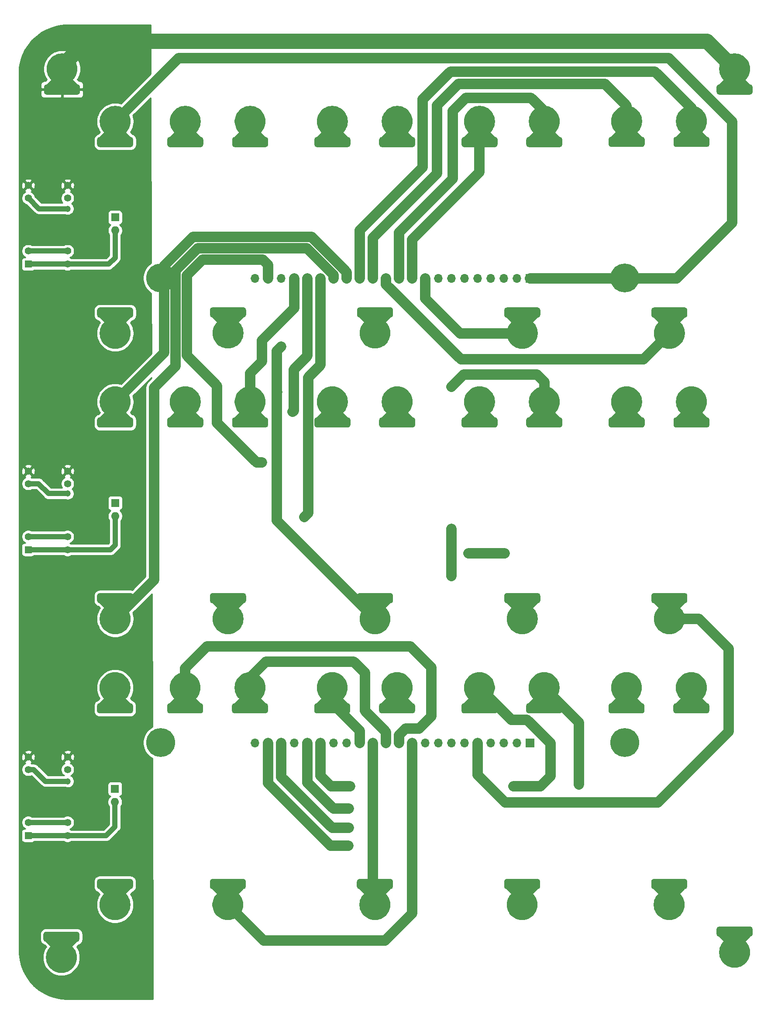
<source format=gbr>
G04 #@! TF.GenerationSoftware,KiCad,Pcbnew,(5.1.9)-1*
G04 #@! TF.CreationDate,2021-11-09T15:42:33+01:00*
G04 #@! TF.ProjectId,RelayControls-HPK,52656c61-7943-46f6-9e74-726f6c732d48,V0.1*
G04 #@! TF.SameCoordinates,Original*
G04 #@! TF.FileFunction,Copper,L2,Bot*
G04 #@! TF.FilePolarity,Positive*
%FSLAX46Y46*%
G04 Gerber Fmt 4.6, Leading zero omitted, Abs format (unit mm)*
G04 Created by KiCad (PCBNEW (5.1.9)-1) date 2021-11-09 15:42:33*
%MOMM*%
%LPD*%
G01*
G04 APERTURE LIST*
G04 #@! TA.AperFunction,ComponentPad*
%ADD10C,5.600000*%
G04 #@! TD*
G04 #@! TA.AperFunction,ComponentPad*
%ADD11C,0.100000*%
G04 #@! TD*
G04 #@! TA.AperFunction,ComponentPad*
%ADD12R,1.600000X1.600000*%
G04 #@! TD*
G04 #@! TA.AperFunction,ComponentPad*
%ADD13O,1.600000X1.600000*%
G04 #@! TD*
G04 #@! TA.AperFunction,ComponentPad*
%ADD14C,1.400000*%
G04 #@! TD*
G04 #@! TA.AperFunction,ComponentPad*
%ADD15R,1.400000X1.400000*%
G04 #@! TD*
G04 #@! TA.AperFunction,ComponentPad*
%ADD16R,1.700000X1.700000*%
G04 #@! TD*
G04 #@! TA.AperFunction,ComponentPad*
%ADD17O,1.700000X1.700000*%
G04 #@! TD*
G04 #@! TA.AperFunction,ViaPad*
%ADD18C,1.200000*%
G04 #@! TD*
G04 #@! TA.AperFunction,ViaPad*
%ADD19C,1.500000*%
G04 #@! TD*
G04 #@! TA.AperFunction,Conductor*
%ADD20C,1.000000*%
G04 #@! TD*
G04 #@! TA.AperFunction,Conductor*
%ADD21C,2.000000*%
G04 #@! TD*
G04 #@! TA.AperFunction,Conductor*
%ADD22C,3.000000*%
G04 #@! TD*
G04 #@! TA.AperFunction,Conductor*
%ADD23C,0.254000*%
G04 #@! TD*
G04 #@! TA.AperFunction,Conductor*
%ADD24C,0.100000*%
G04 #@! TD*
G04 APERTURE END LIST*
D10*
X136110000Y-69700000D03*
X46120000Y-69690000D03*
X46120000Y-159690000D03*
X136110000Y-159700000D03*
G04 #@! TA.AperFunction,ComponentPad*
D11*
G36*
X36834809Y-194044753D02*
G01*
X36546059Y-193987317D01*
X36264330Y-193901855D01*
X35992335Y-193789191D01*
X35732692Y-193650409D01*
X35487902Y-193486846D01*
X35260323Y-193300076D01*
X35052147Y-193091900D01*
X34865377Y-192864321D01*
X34701814Y-192619531D01*
X34563032Y-192359888D01*
X34450368Y-192087893D01*
X34364906Y-191806164D01*
X34307470Y-191517414D01*
X34278614Y-191224426D01*
X34278614Y-190930020D01*
X34307470Y-190637032D01*
X34364906Y-190348282D01*
X34450368Y-190066553D01*
X34563032Y-189794558D01*
X34701814Y-189534915D01*
X34865377Y-189290125D01*
X35052147Y-189062546D01*
X35156235Y-188958458D01*
X34275000Y-188077223D01*
X40275000Y-188077223D01*
X39393765Y-188958458D01*
X39497853Y-189062546D01*
X39684623Y-189290125D01*
X39848186Y-189534915D01*
X39986968Y-189794558D01*
X40099632Y-190066553D01*
X40185094Y-190348282D01*
X40242530Y-190637032D01*
X40271386Y-190930020D01*
X40271386Y-191224426D01*
X40242530Y-191517414D01*
X40185094Y-191806164D01*
X40099632Y-192087893D01*
X39986968Y-192359888D01*
X39848186Y-192619531D01*
X39684623Y-192864321D01*
X39497853Y-193091900D01*
X39289677Y-193300076D01*
X39062098Y-193486846D01*
X38817308Y-193650409D01*
X38557665Y-193789191D01*
X38285670Y-193901855D01*
X38003941Y-193987317D01*
X37715191Y-194044753D01*
X37422203Y-194073609D01*
X37127797Y-194073609D01*
X36834809Y-194044753D01*
G37*
G04 #@! TD.AperFunction*
G04 #@! TA.AperFunction,ComponentPad*
G36*
G01*
X40275000Y-188077223D02*
X34275000Y-188077223D01*
G75*
G02*
X33775000Y-187577223I0J500000D01*
G01*
X33775000Y-186577223D01*
G75*
G02*
X34275000Y-186077223I500000J0D01*
G01*
X40275000Y-186077223D01*
G75*
G02*
X40775000Y-186577223I0J-500000D01*
G01*
X40775000Y-187577223D01*
G75*
G02*
X40275000Y-188077223I-500000J0D01*
G01*
G37*
G04 #@! TD.AperFunction*
G04 #@! TA.AperFunction,ComponentPad*
G36*
X27440191Y-26192470D02*
G01*
X27728941Y-26249906D01*
X28010670Y-26335368D01*
X28282665Y-26448032D01*
X28542308Y-26586814D01*
X28787098Y-26750377D01*
X29014677Y-26937147D01*
X29222853Y-27145323D01*
X29409623Y-27372902D01*
X29573186Y-27617692D01*
X29711968Y-27877335D01*
X29824632Y-28149330D01*
X29910094Y-28431059D01*
X29967530Y-28719809D01*
X29996386Y-29012797D01*
X29996386Y-29307203D01*
X29967530Y-29600191D01*
X29910094Y-29888941D01*
X29824632Y-30170670D01*
X29711968Y-30442665D01*
X29573186Y-30702308D01*
X29409623Y-30947098D01*
X29222853Y-31174677D01*
X29118765Y-31278765D01*
X30000000Y-32160000D01*
X24000000Y-32160000D01*
X24881235Y-31278765D01*
X24777147Y-31174677D01*
X24590377Y-30947098D01*
X24426814Y-30702308D01*
X24288032Y-30442665D01*
X24175368Y-30170670D01*
X24089906Y-29888941D01*
X24032470Y-29600191D01*
X24003614Y-29307203D01*
X24003614Y-29012797D01*
X24032470Y-28719809D01*
X24089906Y-28431059D01*
X24175368Y-28149330D01*
X24288032Y-27877335D01*
X24426814Y-27617692D01*
X24590377Y-27372902D01*
X24777147Y-27145323D01*
X24985323Y-26937147D01*
X25212902Y-26750377D01*
X25457692Y-26586814D01*
X25717335Y-26448032D01*
X25989330Y-26335368D01*
X26271059Y-26249906D01*
X26559809Y-26192470D01*
X26852797Y-26163614D01*
X27147203Y-26163614D01*
X27440191Y-26192470D01*
G37*
G04 #@! TD.AperFunction*
G04 #@! TA.AperFunction,ComponentPad*
G36*
G01*
X24000000Y-32160000D02*
X30000000Y-32160000D01*
G75*
G02*
X30500000Y-32660000I0J-500000D01*
G01*
X30500000Y-33660000D01*
G75*
G02*
X30000000Y-34160000I-500000J0D01*
G01*
X24000000Y-34160000D01*
G75*
G02*
X23500000Y-33660000I0J500000D01*
G01*
X23500000Y-32660000D01*
G75*
G02*
X24000000Y-32160000I500000J0D01*
G01*
G37*
G04 #@! TD.AperFunction*
G04 #@! TA.AperFunction,ComponentPad*
G36*
X26439809Y-204257530D02*
G01*
X26151059Y-204200094D01*
X25869330Y-204114632D01*
X25597335Y-204001968D01*
X25337692Y-203863186D01*
X25092902Y-203699623D01*
X24865323Y-203512853D01*
X24657147Y-203304677D01*
X24470377Y-203077098D01*
X24306814Y-202832308D01*
X24168032Y-202572665D01*
X24055368Y-202300670D01*
X23969906Y-202018941D01*
X23912470Y-201730191D01*
X23883614Y-201437203D01*
X23883614Y-201142797D01*
X23912470Y-200849809D01*
X23969906Y-200561059D01*
X24055368Y-200279330D01*
X24168032Y-200007335D01*
X24306814Y-199747692D01*
X24470377Y-199502902D01*
X24657147Y-199275323D01*
X24761235Y-199171235D01*
X23880000Y-198290000D01*
X29880000Y-198290000D01*
X28998765Y-199171235D01*
X29102853Y-199275323D01*
X29289623Y-199502902D01*
X29453186Y-199747692D01*
X29591968Y-200007335D01*
X29704632Y-200279330D01*
X29790094Y-200561059D01*
X29847530Y-200849809D01*
X29876386Y-201142797D01*
X29876386Y-201437203D01*
X29847530Y-201730191D01*
X29790094Y-202018941D01*
X29704632Y-202300670D01*
X29591968Y-202572665D01*
X29453186Y-202832308D01*
X29289623Y-203077098D01*
X29102853Y-203304677D01*
X28894677Y-203512853D01*
X28667098Y-203699623D01*
X28422308Y-203863186D01*
X28162665Y-204001968D01*
X27890670Y-204114632D01*
X27608941Y-204200094D01*
X27320191Y-204257530D01*
X27027203Y-204286386D01*
X26732797Y-204286386D01*
X26439809Y-204257530D01*
G37*
G04 #@! TD.AperFunction*
G04 #@! TA.AperFunction,ComponentPad*
G36*
G01*
X29880000Y-198290000D02*
X23880000Y-198290000D01*
G75*
G02*
X23380000Y-197790000I0J500000D01*
G01*
X23380000Y-196790000D01*
G75*
G02*
X23880000Y-196290000I500000J0D01*
G01*
X29880000Y-196290000D01*
G75*
G02*
X30380000Y-196790000I0J-500000D01*
G01*
X30380000Y-197790000D01*
G75*
G02*
X29880000Y-198290000I-500000J0D01*
G01*
G37*
G04 #@! TD.AperFunction*
G04 #@! TA.AperFunction,ComponentPad*
G36*
X36859809Y-83344753D02*
G01*
X36571059Y-83287317D01*
X36289330Y-83201855D01*
X36017335Y-83089191D01*
X35757692Y-82950409D01*
X35512902Y-82786846D01*
X35285323Y-82600076D01*
X35077147Y-82391900D01*
X34890377Y-82164321D01*
X34726814Y-81919531D01*
X34588032Y-81659888D01*
X34475368Y-81387893D01*
X34389906Y-81106164D01*
X34332470Y-80817414D01*
X34303614Y-80524426D01*
X34303614Y-80230020D01*
X34332470Y-79937032D01*
X34389906Y-79648282D01*
X34475368Y-79366553D01*
X34588032Y-79094558D01*
X34726814Y-78834915D01*
X34890377Y-78590125D01*
X35077147Y-78362546D01*
X35181235Y-78258458D01*
X34300000Y-77377223D01*
X40300000Y-77377223D01*
X39418765Y-78258458D01*
X39522853Y-78362546D01*
X39709623Y-78590125D01*
X39873186Y-78834915D01*
X40011968Y-79094558D01*
X40124632Y-79366553D01*
X40210094Y-79648282D01*
X40267530Y-79937032D01*
X40296386Y-80230020D01*
X40296386Y-80524426D01*
X40267530Y-80817414D01*
X40210094Y-81106164D01*
X40124632Y-81387893D01*
X40011968Y-81659888D01*
X39873186Y-81919531D01*
X39709623Y-82164321D01*
X39522853Y-82391900D01*
X39314677Y-82600076D01*
X39087098Y-82786846D01*
X38842308Y-82950409D01*
X38582665Y-83089191D01*
X38310670Y-83201855D01*
X38028941Y-83287317D01*
X37740191Y-83344753D01*
X37447203Y-83373609D01*
X37152797Y-83373609D01*
X36859809Y-83344753D01*
G37*
G04 #@! TD.AperFunction*
G04 #@! TA.AperFunction,ComponentPad*
G36*
G01*
X40300000Y-77377223D02*
X34300000Y-77377223D01*
G75*
G02*
X33800000Y-76877223I0J500000D01*
G01*
X33800000Y-75877223D01*
G75*
G02*
X34300000Y-75377223I500000J0D01*
G01*
X40300000Y-75377223D01*
G75*
G02*
X40800000Y-75877223I0J-500000D01*
G01*
X40800000Y-76877223D01*
G75*
G02*
X40300000Y-77377223I-500000J0D01*
G01*
G37*
G04 #@! TD.AperFunction*
G04 #@! TA.AperFunction,ComponentPad*
G36*
G01*
X62182500Y-77340000D02*
X56182500Y-77340000D01*
G75*
G02*
X55682500Y-76840000I0J500000D01*
G01*
X55682500Y-75840000D01*
G75*
G02*
X56182500Y-75340000I500000J0D01*
G01*
X62182500Y-75340000D01*
G75*
G02*
X62682500Y-75840000I0J-500000D01*
G01*
X62682500Y-76840000D01*
G75*
G02*
X62182500Y-77340000I-500000J0D01*
G01*
G37*
G04 #@! TD.AperFunction*
G04 #@! TA.AperFunction,ComponentPad*
G36*
X58742309Y-83307530D02*
G01*
X58453559Y-83250094D01*
X58171830Y-83164632D01*
X57899835Y-83051968D01*
X57640192Y-82913186D01*
X57395402Y-82749623D01*
X57167823Y-82562853D01*
X56959647Y-82354677D01*
X56772877Y-82127098D01*
X56609314Y-81882308D01*
X56470532Y-81622665D01*
X56357868Y-81350670D01*
X56272406Y-81068941D01*
X56214970Y-80780191D01*
X56186114Y-80487203D01*
X56186114Y-80192797D01*
X56214970Y-79899809D01*
X56272406Y-79611059D01*
X56357868Y-79329330D01*
X56470532Y-79057335D01*
X56609314Y-78797692D01*
X56772877Y-78552902D01*
X56959647Y-78325323D01*
X57063735Y-78221235D01*
X56182500Y-77340000D01*
X62182500Y-77340000D01*
X61301265Y-78221235D01*
X61405353Y-78325323D01*
X61592123Y-78552902D01*
X61755686Y-78797692D01*
X61894468Y-79057335D01*
X62007132Y-79329330D01*
X62092594Y-79611059D01*
X62150030Y-79899809D01*
X62178886Y-80192797D01*
X62178886Y-80487203D01*
X62150030Y-80780191D01*
X62092594Y-81068941D01*
X62007132Y-81350670D01*
X61894468Y-81622665D01*
X61755686Y-81882308D01*
X61592123Y-82127098D01*
X61405353Y-82354677D01*
X61197177Y-82562853D01*
X60969598Y-82749623D01*
X60724808Y-82913186D01*
X60465165Y-83051968D01*
X60193170Y-83164632D01*
X59911441Y-83250094D01*
X59622691Y-83307530D01*
X59329703Y-83336386D01*
X59035297Y-83336386D01*
X58742309Y-83307530D01*
G37*
G04 #@! TD.AperFunction*
G04 #@! TA.AperFunction,ComponentPad*
G36*
G01*
X119252500Y-77377223D02*
X113252500Y-77377223D01*
G75*
G02*
X112752500Y-76877223I0J500000D01*
G01*
X112752500Y-75877223D01*
G75*
G02*
X113252500Y-75377223I500000J0D01*
G01*
X119252500Y-75377223D01*
G75*
G02*
X119752500Y-75877223I0J-500000D01*
G01*
X119752500Y-76877223D01*
G75*
G02*
X119252500Y-77377223I-500000J0D01*
G01*
G37*
G04 #@! TD.AperFunction*
G04 #@! TA.AperFunction,ComponentPad*
G36*
X115812309Y-83344753D02*
G01*
X115523559Y-83287317D01*
X115241830Y-83201855D01*
X114969835Y-83089191D01*
X114710192Y-82950409D01*
X114465402Y-82786846D01*
X114237823Y-82600076D01*
X114029647Y-82391900D01*
X113842877Y-82164321D01*
X113679314Y-81919531D01*
X113540532Y-81659888D01*
X113427868Y-81387893D01*
X113342406Y-81106164D01*
X113284970Y-80817414D01*
X113256114Y-80524426D01*
X113256114Y-80230020D01*
X113284970Y-79937032D01*
X113342406Y-79648282D01*
X113427868Y-79366553D01*
X113540532Y-79094558D01*
X113679314Y-78834915D01*
X113842877Y-78590125D01*
X114029647Y-78362546D01*
X114133735Y-78258458D01*
X113252500Y-77377223D01*
X119252500Y-77377223D01*
X118371265Y-78258458D01*
X118475353Y-78362546D01*
X118662123Y-78590125D01*
X118825686Y-78834915D01*
X118964468Y-79094558D01*
X119077132Y-79366553D01*
X119162594Y-79648282D01*
X119220030Y-79937032D01*
X119248886Y-80230020D01*
X119248886Y-80524426D01*
X119220030Y-80817414D01*
X119162594Y-81106164D01*
X119077132Y-81387893D01*
X118964468Y-81659888D01*
X118825686Y-81919531D01*
X118662123Y-82164321D01*
X118475353Y-82391900D01*
X118267177Y-82600076D01*
X118039598Y-82786846D01*
X117794808Y-82950409D01*
X117535165Y-83089191D01*
X117263170Y-83201855D01*
X116981441Y-83287317D01*
X116692691Y-83344753D01*
X116399703Y-83373609D01*
X116105297Y-83373609D01*
X115812309Y-83344753D01*
G37*
G04 #@! TD.AperFunction*
G04 #@! TA.AperFunction,ComponentPad*
G36*
X87267309Y-83307530D02*
G01*
X86978559Y-83250094D01*
X86696830Y-83164632D01*
X86424835Y-83051968D01*
X86165192Y-82913186D01*
X85920402Y-82749623D01*
X85692823Y-82562853D01*
X85484647Y-82354677D01*
X85297877Y-82127098D01*
X85134314Y-81882308D01*
X84995532Y-81622665D01*
X84882868Y-81350670D01*
X84797406Y-81068941D01*
X84739970Y-80780191D01*
X84711114Y-80487203D01*
X84711114Y-80192797D01*
X84739970Y-79899809D01*
X84797406Y-79611059D01*
X84882868Y-79329330D01*
X84995532Y-79057335D01*
X85134314Y-78797692D01*
X85297877Y-78552902D01*
X85484647Y-78325323D01*
X85588735Y-78221235D01*
X84707500Y-77340000D01*
X90707500Y-77340000D01*
X89826265Y-78221235D01*
X89930353Y-78325323D01*
X90117123Y-78552902D01*
X90280686Y-78797692D01*
X90419468Y-79057335D01*
X90532132Y-79329330D01*
X90617594Y-79611059D01*
X90675030Y-79899809D01*
X90703886Y-80192797D01*
X90703886Y-80487203D01*
X90675030Y-80780191D01*
X90617594Y-81068941D01*
X90532132Y-81350670D01*
X90419468Y-81622665D01*
X90280686Y-81882308D01*
X90117123Y-82127098D01*
X89930353Y-82354677D01*
X89722177Y-82562853D01*
X89494598Y-82749623D01*
X89249808Y-82913186D01*
X88990165Y-83051968D01*
X88718170Y-83164632D01*
X88436441Y-83250094D01*
X88147691Y-83307530D01*
X87854703Y-83336386D01*
X87560297Y-83336386D01*
X87267309Y-83307530D01*
G37*
G04 #@! TD.AperFunction*
G04 #@! TA.AperFunction,ComponentPad*
G36*
G01*
X90707500Y-77340000D02*
X84707500Y-77340000D01*
G75*
G02*
X84207500Y-76840000I0J500000D01*
G01*
X84207500Y-75840000D01*
G75*
G02*
X84707500Y-75340000I500000J0D01*
G01*
X90707500Y-75340000D01*
G75*
G02*
X91207500Y-75840000I0J-500000D01*
G01*
X91207500Y-76840000D01*
G75*
G02*
X90707500Y-77340000I-500000J0D01*
G01*
G37*
G04 #@! TD.AperFunction*
G04 #@! TA.AperFunction,ComponentPad*
G36*
X144337309Y-83344753D02*
G01*
X144048559Y-83287317D01*
X143766830Y-83201855D01*
X143494835Y-83089191D01*
X143235192Y-82950409D01*
X142990402Y-82786846D01*
X142762823Y-82600076D01*
X142554647Y-82391900D01*
X142367877Y-82164321D01*
X142204314Y-81919531D01*
X142065532Y-81659888D01*
X141952868Y-81387893D01*
X141867406Y-81106164D01*
X141809970Y-80817414D01*
X141781114Y-80524426D01*
X141781114Y-80230020D01*
X141809970Y-79937032D01*
X141867406Y-79648282D01*
X141952868Y-79366553D01*
X142065532Y-79094558D01*
X142204314Y-78834915D01*
X142367877Y-78590125D01*
X142554647Y-78362546D01*
X142658735Y-78258458D01*
X141777500Y-77377223D01*
X147777500Y-77377223D01*
X146896265Y-78258458D01*
X147000353Y-78362546D01*
X147187123Y-78590125D01*
X147350686Y-78834915D01*
X147489468Y-79094558D01*
X147602132Y-79366553D01*
X147687594Y-79648282D01*
X147745030Y-79937032D01*
X147773886Y-80230020D01*
X147773886Y-80524426D01*
X147745030Y-80817414D01*
X147687594Y-81106164D01*
X147602132Y-81387893D01*
X147489468Y-81659888D01*
X147350686Y-81919531D01*
X147187123Y-82164321D01*
X147000353Y-82391900D01*
X146792177Y-82600076D01*
X146564598Y-82786846D01*
X146319808Y-82950409D01*
X146060165Y-83089191D01*
X145788170Y-83201855D01*
X145506441Y-83287317D01*
X145217691Y-83344753D01*
X144924703Y-83373609D01*
X144630297Y-83373609D01*
X144337309Y-83344753D01*
G37*
G04 #@! TD.AperFunction*
G04 #@! TA.AperFunction,ComponentPad*
G36*
G01*
X147777500Y-77377223D02*
X141777500Y-77377223D01*
G75*
G02*
X141277500Y-76877223I0J500000D01*
G01*
X141277500Y-75877223D01*
G75*
G02*
X141777500Y-75377223I500000J0D01*
G01*
X147777500Y-75377223D01*
G75*
G02*
X148277500Y-75877223I0J-500000D01*
G01*
X148277500Y-76877223D01*
G75*
G02*
X147777500Y-77377223I-500000J0D01*
G01*
G37*
G04 #@! TD.AperFunction*
G04 #@! TA.AperFunction,ComponentPad*
G36*
G01*
X34300000Y-42332777D02*
X40300000Y-42332777D01*
G75*
G02*
X40800000Y-42832777I0J-500000D01*
G01*
X40800000Y-43832777D01*
G75*
G02*
X40300000Y-44332777I-500000J0D01*
G01*
X34300000Y-44332777D01*
G75*
G02*
X33800000Y-43832777I0J500000D01*
G01*
X33800000Y-42832777D01*
G75*
G02*
X34300000Y-42332777I500000J0D01*
G01*
G37*
G04 #@! TD.AperFunction*
G04 #@! TA.AperFunction,ComponentPad*
G36*
X37740191Y-36365247D02*
G01*
X38028941Y-36422683D01*
X38310670Y-36508145D01*
X38582665Y-36620809D01*
X38842308Y-36759591D01*
X39087098Y-36923154D01*
X39314677Y-37109924D01*
X39522853Y-37318100D01*
X39709623Y-37545679D01*
X39873186Y-37790469D01*
X40011968Y-38050112D01*
X40124632Y-38322107D01*
X40210094Y-38603836D01*
X40267530Y-38892586D01*
X40296386Y-39185574D01*
X40296386Y-39479980D01*
X40267530Y-39772968D01*
X40210094Y-40061718D01*
X40124632Y-40343447D01*
X40011968Y-40615442D01*
X39873186Y-40875085D01*
X39709623Y-41119875D01*
X39522853Y-41347454D01*
X39418765Y-41451542D01*
X40300000Y-42332777D01*
X34300000Y-42332777D01*
X35181235Y-41451542D01*
X35077147Y-41347454D01*
X34890377Y-41119875D01*
X34726814Y-40875085D01*
X34588032Y-40615442D01*
X34475368Y-40343447D01*
X34389906Y-40061718D01*
X34332470Y-39772968D01*
X34303614Y-39479980D01*
X34303614Y-39185574D01*
X34332470Y-38892586D01*
X34389906Y-38603836D01*
X34475368Y-38322107D01*
X34588032Y-38050112D01*
X34726814Y-37790469D01*
X34890377Y-37545679D01*
X35077147Y-37318100D01*
X35285323Y-37109924D01*
X35512902Y-36923154D01*
X35757692Y-36759591D01*
X36017335Y-36620809D01*
X36289330Y-36508145D01*
X36571059Y-36422683D01*
X36859809Y-36365247D01*
X37152797Y-36336391D01*
X37447203Y-36336391D01*
X37740191Y-36365247D01*
G37*
G04 #@! TD.AperFunction*
G04 #@! TA.AperFunction,ComponentPad*
G36*
X63915191Y-36365247D02*
G01*
X64203941Y-36422683D01*
X64485670Y-36508145D01*
X64757665Y-36620809D01*
X65017308Y-36759591D01*
X65262098Y-36923154D01*
X65489677Y-37109924D01*
X65697853Y-37318100D01*
X65884623Y-37545679D01*
X66048186Y-37790469D01*
X66186968Y-38050112D01*
X66299632Y-38322107D01*
X66385094Y-38603836D01*
X66442530Y-38892586D01*
X66471386Y-39185574D01*
X66471386Y-39479980D01*
X66442530Y-39772968D01*
X66385094Y-40061718D01*
X66299632Y-40343447D01*
X66186968Y-40615442D01*
X66048186Y-40875085D01*
X65884623Y-41119875D01*
X65697853Y-41347454D01*
X65593765Y-41451542D01*
X66475000Y-42332777D01*
X60475000Y-42332777D01*
X61356235Y-41451542D01*
X61252147Y-41347454D01*
X61065377Y-41119875D01*
X60901814Y-40875085D01*
X60763032Y-40615442D01*
X60650368Y-40343447D01*
X60564906Y-40061718D01*
X60507470Y-39772968D01*
X60478614Y-39479980D01*
X60478614Y-39185574D01*
X60507470Y-38892586D01*
X60564906Y-38603836D01*
X60650368Y-38322107D01*
X60763032Y-38050112D01*
X60901814Y-37790469D01*
X61065377Y-37545679D01*
X61252147Y-37318100D01*
X61460323Y-37109924D01*
X61687902Y-36923154D01*
X61932692Y-36759591D01*
X62192335Y-36620809D01*
X62464330Y-36508145D01*
X62746059Y-36422683D01*
X63034809Y-36365247D01*
X63327797Y-36336391D01*
X63622203Y-36336391D01*
X63915191Y-36365247D01*
G37*
G04 #@! TD.AperFunction*
G04 #@! TA.AperFunction,ComponentPad*
G36*
G01*
X60475000Y-42332777D02*
X66475000Y-42332777D01*
G75*
G02*
X66975000Y-42832777I0J-500000D01*
G01*
X66975000Y-43832777D01*
G75*
G02*
X66475000Y-44332777I-500000J0D01*
G01*
X60475000Y-44332777D01*
G75*
G02*
X59975000Y-43832777I0J500000D01*
G01*
X59975000Y-42832777D01*
G75*
G02*
X60475000Y-42332777I500000J0D01*
G01*
G37*
G04 #@! TD.AperFunction*
G04 #@! TA.AperFunction,ComponentPad*
G36*
G01*
X47900000Y-42332777D02*
X53900000Y-42332777D01*
G75*
G02*
X54400000Y-42832777I0J-500000D01*
G01*
X54400000Y-43832777D01*
G75*
G02*
X53900000Y-44332777I-500000J0D01*
G01*
X47900000Y-44332777D01*
G75*
G02*
X47400000Y-43832777I0J500000D01*
G01*
X47400000Y-42832777D01*
G75*
G02*
X47900000Y-42332777I500000J0D01*
G01*
G37*
G04 #@! TD.AperFunction*
G04 #@! TA.AperFunction,ComponentPad*
G36*
X51340191Y-36365247D02*
G01*
X51628941Y-36422683D01*
X51910670Y-36508145D01*
X52182665Y-36620809D01*
X52442308Y-36759591D01*
X52687098Y-36923154D01*
X52914677Y-37109924D01*
X53122853Y-37318100D01*
X53309623Y-37545679D01*
X53473186Y-37790469D01*
X53611968Y-38050112D01*
X53724632Y-38322107D01*
X53810094Y-38603836D01*
X53867530Y-38892586D01*
X53896386Y-39185574D01*
X53896386Y-39479980D01*
X53867530Y-39772968D01*
X53810094Y-40061718D01*
X53724632Y-40343447D01*
X53611968Y-40615442D01*
X53473186Y-40875085D01*
X53309623Y-41119875D01*
X53122853Y-41347454D01*
X53018765Y-41451542D01*
X53900000Y-42332777D01*
X47900000Y-42332777D01*
X48781235Y-41451542D01*
X48677147Y-41347454D01*
X48490377Y-41119875D01*
X48326814Y-40875085D01*
X48188032Y-40615442D01*
X48075368Y-40343447D01*
X47989906Y-40061718D01*
X47932470Y-39772968D01*
X47903614Y-39479980D01*
X47903614Y-39185574D01*
X47932470Y-38892586D01*
X47989906Y-38603836D01*
X48075368Y-38322107D01*
X48188032Y-38050112D01*
X48326814Y-37790469D01*
X48490377Y-37545679D01*
X48677147Y-37318100D01*
X48885323Y-37109924D01*
X49112902Y-36923154D01*
X49357692Y-36759591D01*
X49617335Y-36620809D01*
X49889330Y-36508145D01*
X50171059Y-36422683D01*
X50459809Y-36365247D01*
X50752797Y-36336391D01*
X51047203Y-36336391D01*
X51340191Y-36365247D01*
G37*
G04 #@! TD.AperFunction*
G04 #@! TA.AperFunction,ComponentPad*
G36*
X120965191Y-36365247D02*
G01*
X121253941Y-36422683D01*
X121535670Y-36508145D01*
X121807665Y-36620809D01*
X122067308Y-36759591D01*
X122312098Y-36923154D01*
X122539677Y-37109924D01*
X122747853Y-37318100D01*
X122934623Y-37545679D01*
X123098186Y-37790469D01*
X123236968Y-38050112D01*
X123349632Y-38322107D01*
X123435094Y-38603836D01*
X123492530Y-38892586D01*
X123521386Y-39185574D01*
X123521386Y-39479980D01*
X123492530Y-39772968D01*
X123435094Y-40061718D01*
X123349632Y-40343447D01*
X123236968Y-40615442D01*
X123098186Y-40875085D01*
X122934623Y-41119875D01*
X122747853Y-41347454D01*
X122643765Y-41451542D01*
X123525000Y-42332777D01*
X117525000Y-42332777D01*
X118406235Y-41451542D01*
X118302147Y-41347454D01*
X118115377Y-41119875D01*
X117951814Y-40875085D01*
X117813032Y-40615442D01*
X117700368Y-40343447D01*
X117614906Y-40061718D01*
X117557470Y-39772968D01*
X117528614Y-39479980D01*
X117528614Y-39185574D01*
X117557470Y-38892586D01*
X117614906Y-38603836D01*
X117700368Y-38322107D01*
X117813032Y-38050112D01*
X117951814Y-37790469D01*
X118115377Y-37545679D01*
X118302147Y-37318100D01*
X118510323Y-37109924D01*
X118737902Y-36923154D01*
X118982692Y-36759591D01*
X119242335Y-36620809D01*
X119514330Y-36508145D01*
X119796059Y-36422683D01*
X120084809Y-36365247D01*
X120377797Y-36336391D01*
X120672203Y-36336391D01*
X120965191Y-36365247D01*
G37*
G04 #@! TD.AperFunction*
G04 #@! TA.AperFunction,ComponentPad*
G36*
G01*
X117525000Y-42332777D02*
X123525000Y-42332777D01*
G75*
G02*
X124025000Y-42832777I0J-500000D01*
G01*
X124025000Y-43832777D01*
G75*
G02*
X123525000Y-44332777I-500000J0D01*
G01*
X117525000Y-44332777D01*
G75*
G02*
X117025000Y-43832777I0J500000D01*
G01*
X117025000Y-42832777D01*
G75*
G02*
X117525000Y-42332777I500000J0D01*
G01*
G37*
G04 #@! TD.AperFunction*
G04 #@! TA.AperFunction,ComponentPad*
G36*
G01*
X104970000Y-42332777D02*
X110970000Y-42332777D01*
G75*
G02*
X111470000Y-42832777I0J-500000D01*
G01*
X111470000Y-43832777D01*
G75*
G02*
X110970000Y-44332777I-500000J0D01*
G01*
X104970000Y-44332777D01*
G75*
G02*
X104470000Y-43832777I0J500000D01*
G01*
X104470000Y-42832777D01*
G75*
G02*
X104970000Y-42332777I500000J0D01*
G01*
G37*
G04 #@! TD.AperFunction*
G04 #@! TA.AperFunction,ComponentPad*
G36*
X108410191Y-36365247D02*
G01*
X108698941Y-36422683D01*
X108980670Y-36508145D01*
X109252665Y-36620809D01*
X109512308Y-36759591D01*
X109757098Y-36923154D01*
X109984677Y-37109924D01*
X110192853Y-37318100D01*
X110379623Y-37545679D01*
X110543186Y-37790469D01*
X110681968Y-38050112D01*
X110794632Y-38322107D01*
X110880094Y-38603836D01*
X110937530Y-38892586D01*
X110966386Y-39185574D01*
X110966386Y-39479980D01*
X110937530Y-39772968D01*
X110880094Y-40061718D01*
X110794632Y-40343447D01*
X110681968Y-40615442D01*
X110543186Y-40875085D01*
X110379623Y-41119875D01*
X110192853Y-41347454D01*
X110088765Y-41451542D01*
X110970000Y-42332777D01*
X104970000Y-42332777D01*
X105851235Y-41451542D01*
X105747147Y-41347454D01*
X105560377Y-41119875D01*
X105396814Y-40875085D01*
X105258032Y-40615442D01*
X105145368Y-40343447D01*
X105059906Y-40061718D01*
X105002470Y-39772968D01*
X104973614Y-39479980D01*
X104973614Y-39185574D01*
X105002470Y-38892586D01*
X105059906Y-38603836D01*
X105145368Y-38322107D01*
X105258032Y-38050112D01*
X105396814Y-37790469D01*
X105560377Y-37545679D01*
X105747147Y-37318100D01*
X105955323Y-37109924D01*
X106182902Y-36923154D01*
X106427692Y-36759591D01*
X106687335Y-36620809D01*
X106959330Y-36508145D01*
X107241059Y-36422683D01*
X107529809Y-36365247D01*
X107822797Y-36336391D01*
X108117203Y-36336391D01*
X108410191Y-36365247D01*
G37*
G04 #@! TD.AperFunction*
G04 #@! TA.AperFunction,ComponentPad*
G36*
G01*
X89000000Y-42332777D02*
X95000000Y-42332777D01*
G75*
G02*
X95500000Y-42832777I0J-500000D01*
G01*
X95500000Y-43832777D01*
G75*
G02*
X95000000Y-44332777I-500000J0D01*
G01*
X89000000Y-44332777D01*
G75*
G02*
X88500000Y-43832777I0J500000D01*
G01*
X88500000Y-42832777D01*
G75*
G02*
X89000000Y-42332777I500000J0D01*
G01*
G37*
G04 #@! TD.AperFunction*
G04 #@! TA.AperFunction,ComponentPad*
G36*
X92440191Y-36365247D02*
G01*
X92728941Y-36422683D01*
X93010670Y-36508145D01*
X93282665Y-36620809D01*
X93542308Y-36759591D01*
X93787098Y-36923154D01*
X94014677Y-37109924D01*
X94222853Y-37318100D01*
X94409623Y-37545679D01*
X94573186Y-37790469D01*
X94711968Y-38050112D01*
X94824632Y-38322107D01*
X94910094Y-38603836D01*
X94967530Y-38892586D01*
X94996386Y-39185574D01*
X94996386Y-39479980D01*
X94967530Y-39772968D01*
X94910094Y-40061718D01*
X94824632Y-40343447D01*
X94711968Y-40615442D01*
X94573186Y-40875085D01*
X94409623Y-41119875D01*
X94222853Y-41347454D01*
X94118765Y-41451542D01*
X95000000Y-42332777D01*
X89000000Y-42332777D01*
X89881235Y-41451542D01*
X89777147Y-41347454D01*
X89590377Y-41119875D01*
X89426814Y-40875085D01*
X89288032Y-40615442D01*
X89175368Y-40343447D01*
X89089906Y-40061718D01*
X89032470Y-39772968D01*
X89003614Y-39479980D01*
X89003614Y-39185574D01*
X89032470Y-38892586D01*
X89089906Y-38603836D01*
X89175368Y-38322107D01*
X89288032Y-38050112D01*
X89426814Y-37790469D01*
X89590377Y-37545679D01*
X89777147Y-37318100D01*
X89985323Y-37109924D01*
X90212902Y-36923154D01*
X90457692Y-36759591D01*
X90717335Y-36620809D01*
X90989330Y-36508145D01*
X91271059Y-36422683D01*
X91559809Y-36365247D01*
X91852797Y-36336391D01*
X92147203Y-36336391D01*
X92440191Y-36365247D01*
G37*
G04 #@! TD.AperFunction*
G04 #@! TA.AperFunction,ComponentPad*
G36*
X79865191Y-36365247D02*
G01*
X80153941Y-36422683D01*
X80435670Y-36508145D01*
X80707665Y-36620809D01*
X80967308Y-36759591D01*
X81212098Y-36923154D01*
X81439677Y-37109924D01*
X81647853Y-37318100D01*
X81834623Y-37545679D01*
X81998186Y-37790469D01*
X82136968Y-38050112D01*
X82249632Y-38322107D01*
X82335094Y-38603836D01*
X82392530Y-38892586D01*
X82421386Y-39185574D01*
X82421386Y-39479980D01*
X82392530Y-39772968D01*
X82335094Y-40061718D01*
X82249632Y-40343447D01*
X82136968Y-40615442D01*
X81998186Y-40875085D01*
X81834623Y-41119875D01*
X81647853Y-41347454D01*
X81543765Y-41451542D01*
X82425000Y-42332777D01*
X76425000Y-42332777D01*
X77306235Y-41451542D01*
X77202147Y-41347454D01*
X77015377Y-41119875D01*
X76851814Y-40875085D01*
X76713032Y-40615442D01*
X76600368Y-40343447D01*
X76514906Y-40061718D01*
X76457470Y-39772968D01*
X76428614Y-39479980D01*
X76428614Y-39185574D01*
X76457470Y-38892586D01*
X76514906Y-38603836D01*
X76600368Y-38322107D01*
X76713032Y-38050112D01*
X76851814Y-37790469D01*
X77015377Y-37545679D01*
X77202147Y-37318100D01*
X77410323Y-37109924D01*
X77637902Y-36923154D01*
X77882692Y-36759591D01*
X78142335Y-36620809D01*
X78414330Y-36508145D01*
X78696059Y-36422683D01*
X78984809Y-36365247D01*
X79277797Y-36336391D01*
X79572203Y-36336391D01*
X79865191Y-36365247D01*
G37*
G04 #@! TD.AperFunction*
G04 #@! TA.AperFunction,ComponentPad*
G36*
G01*
X76425000Y-42332777D02*
X82425000Y-42332777D01*
G75*
G02*
X82925000Y-42832777I0J-500000D01*
G01*
X82925000Y-43832777D01*
G75*
G02*
X82425000Y-44332777I-500000J0D01*
G01*
X76425000Y-44332777D01*
G75*
G02*
X75925000Y-43832777I0J500000D01*
G01*
X75925000Y-42832777D01*
G75*
G02*
X76425000Y-42332777I500000J0D01*
G01*
G37*
G04 #@! TD.AperFunction*
G04 #@! TA.AperFunction,ComponentPad*
G36*
G01*
X146070000Y-42300000D02*
X152070000Y-42300000D01*
G75*
G02*
X152570000Y-42800000I0J-500000D01*
G01*
X152570000Y-43800000D01*
G75*
G02*
X152070000Y-44300000I-500000J0D01*
G01*
X146070000Y-44300000D01*
G75*
G02*
X145570000Y-43800000I0J500000D01*
G01*
X145570000Y-42800000D01*
G75*
G02*
X146070000Y-42300000I500000J0D01*
G01*
G37*
G04 #@! TD.AperFunction*
G04 #@! TA.AperFunction,ComponentPad*
G36*
X149510191Y-36332470D02*
G01*
X149798941Y-36389906D01*
X150080670Y-36475368D01*
X150352665Y-36588032D01*
X150612308Y-36726814D01*
X150857098Y-36890377D01*
X151084677Y-37077147D01*
X151292853Y-37285323D01*
X151479623Y-37512902D01*
X151643186Y-37757692D01*
X151781968Y-38017335D01*
X151894632Y-38289330D01*
X151980094Y-38571059D01*
X152037530Y-38859809D01*
X152066386Y-39152797D01*
X152066386Y-39447203D01*
X152037530Y-39740191D01*
X151980094Y-40028941D01*
X151894632Y-40310670D01*
X151781968Y-40582665D01*
X151643186Y-40842308D01*
X151479623Y-41087098D01*
X151292853Y-41314677D01*
X151188765Y-41418765D01*
X152070000Y-42300000D01*
X146070000Y-42300000D01*
X146951235Y-41418765D01*
X146847147Y-41314677D01*
X146660377Y-41087098D01*
X146496814Y-40842308D01*
X146358032Y-40582665D01*
X146245368Y-40310670D01*
X146159906Y-40028941D01*
X146102470Y-39740191D01*
X146073614Y-39447203D01*
X146073614Y-39152797D01*
X146102470Y-38859809D01*
X146159906Y-38571059D01*
X146245368Y-38289330D01*
X146358032Y-38017335D01*
X146496814Y-37757692D01*
X146660377Y-37512902D01*
X146847147Y-37285323D01*
X147055323Y-37077147D01*
X147282902Y-36890377D01*
X147527692Y-36726814D01*
X147787335Y-36588032D01*
X148059330Y-36475368D01*
X148341059Y-36389906D01*
X148629809Y-36332470D01*
X148922797Y-36303614D01*
X149217203Y-36303614D01*
X149510191Y-36332470D01*
G37*
G04 #@! TD.AperFunction*
G04 #@! TA.AperFunction,ComponentPad*
G36*
X136935191Y-36332470D02*
G01*
X137223941Y-36389906D01*
X137505670Y-36475368D01*
X137777665Y-36588032D01*
X138037308Y-36726814D01*
X138282098Y-36890377D01*
X138509677Y-37077147D01*
X138717853Y-37285323D01*
X138904623Y-37512902D01*
X139068186Y-37757692D01*
X139206968Y-38017335D01*
X139319632Y-38289330D01*
X139405094Y-38571059D01*
X139462530Y-38859809D01*
X139491386Y-39152797D01*
X139491386Y-39447203D01*
X139462530Y-39740191D01*
X139405094Y-40028941D01*
X139319632Y-40310670D01*
X139206968Y-40582665D01*
X139068186Y-40842308D01*
X138904623Y-41087098D01*
X138717853Y-41314677D01*
X138613765Y-41418765D01*
X139495000Y-42300000D01*
X133495000Y-42300000D01*
X134376235Y-41418765D01*
X134272147Y-41314677D01*
X134085377Y-41087098D01*
X133921814Y-40842308D01*
X133783032Y-40582665D01*
X133670368Y-40310670D01*
X133584906Y-40028941D01*
X133527470Y-39740191D01*
X133498614Y-39447203D01*
X133498614Y-39152797D01*
X133527470Y-38859809D01*
X133584906Y-38571059D01*
X133670368Y-38289330D01*
X133783032Y-38017335D01*
X133921814Y-37757692D01*
X134085377Y-37512902D01*
X134272147Y-37285323D01*
X134480323Y-37077147D01*
X134707902Y-36890377D01*
X134952692Y-36726814D01*
X135212335Y-36588032D01*
X135484330Y-36475368D01*
X135766059Y-36389906D01*
X136054809Y-36332470D01*
X136347797Y-36303614D01*
X136642203Y-36303614D01*
X136935191Y-36332470D01*
G37*
G04 #@! TD.AperFunction*
G04 #@! TA.AperFunction,ComponentPad*
G36*
G01*
X133495000Y-42300000D02*
X139495000Y-42300000D01*
G75*
G02*
X139995000Y-42800000I0J-500000D01*
G01*
X139995000Y-43800000D01*
G75*
G02*
X139495000Y-44300000I-500000J0D01*
G01*
X133495000Y-44300000D01*
G75*
G02*
X132995000Y-43800000I0J500000D01*
G01*
X132995000Y-42800000D01*
G75*
G02*
X133495000Y-42300000I500000J0D01*
G01*
G37*
G04 #@! TD.AperFunction*
G04 #@! TA.AperFunction,ComponentPad*
G36*
G01*
X40300000Y-132697223D02*
X34300000Y-132697223D01*
G75*
G02*
X33800000Y-132197223I0J500000D01*
G01*
X33800000Y-131197223D01*
G75*
G02*
X34300000Y-130697223I500000J0D01*
G01*
X40300000Y-130697223D01*
G75*
G02*
X40800000Y-131197223I0J-500000D01*
G01*
X40800000Y-132197223D01*
G75*
G02*
X40300000Y-132697223I-500000J0D01*
G01*
G37*
G04 #@! TD.AperFunction*
G04 #@! TA.AperFunction,ComponentPad*
G36*
X36859809Y-138664753D02*
G01*
X36571059Y-138607317D01*
X36289330Y-138521855D01*
X36017335Y-138409191D01*
X35757692Y-138270409D01*
X35512902Y-138106846D01*
X35285323Y-137920076D01*
X35077147Y-137711900D01*
X34890377Y-137484321D01*
X34726814Y-137239531D01*
X34588032Y-136979888D01*
X34475368Y-136707893D01*
X34389906Y-136426164D01*
X34332470Y-136137414D01*
X34303614Y-135844426D01*
X34303614Y-135550020D01*
X34332470Y-135257032D01*
X34389906Y-134968282D01*
X34475368Y-134686553D01*
X34588032Y-134414558D01*
X34726814Y-134154915D01*
X34890377Y-133910125D01*
X35077147Y-133682546D01*
X35181235Y-133578458D01*
X34300000Y-132697223D01*
X40300000Y-132697223D01*
X39418765Y-133578458D01*
X39522853Y-133682546D01*
X39709623Y-133910125D01*
X39873186Y-134154915D01*
X40011968Y-134414558D01*
X40124632Y-134686553D01*
X40210094Y-134968282D01*
X40267530Y-135257032D01*
X40296386Y-135550020D01*
X40296386Y-135844426D01*
X40267530Y-136137414D01*
X40210094Y-136426164D01*
X40124632Y-136707893D01*
X40011968Y-136979888D01*
X39873186Y-137239531D01*
X39709623Y-137484321D01*
X39522853Y-137711900D01*
X39314677Y-137920076D01*
X39087098Y-138106846D01*
X38842308Y-138270409D01*
X38582665Y-138409191D01*
X38310670Y-138521855D01*
X38028941Y-138607317D01*
X37740191Y-138664753D01*
X37447203Y-138693609D01*
X37152797Y-138693609D01*
X36859809Y-138664753D01*
G37*
G04 #@! TD.AperFunction*
G04 #@! TA.AperFunction,ComponentPad*
G36*
G01*
X119252500Y-132697223D02*
X113252500Y-132697223D01*
G75*
G02*
X112752500Y-132197223I0J500000D01*
G01*
X112752500Y-131197223D01*
G75*
G02*
X113252500Y-130697223I500000J0D01*
G01*
X119252500Y-130697223D01*
G75*
G02*
X119752500Y-131197223I0J-500000D01*
G01*
X119752500Y-132197223D01*
G75*
G02*
X119252500Y-132697223I-500000J0D01*
G01*
G37*
G04 #@! TD.AperFunction*
G04 #@! TA.AperFunction,ComponentPad*
G36*
X115812309Y-138664753D02*
G01*
X115523559Y-138607317D01*
X115241830Y-138521855D01*
X114969835Y-138409191D01*
X114710192Y-138270409D01*
X114465402Y-138106846D01*
X114237823Y-137920076D01*
X114029647Y-137711900D01*
X113842877Y-137484321D01*
X113679314Y-137239531D01*
X113540532Y-136979888D01*
X113427868Y-136707893D01*
X113342406Y-136426164D01*
X113284970Y-136137414D01*
X113256114Y-135844426D01*
X113256114Y-135550020D01*
X113284970Y-135257032D01*
X113342406Y-134968282D01*
X113427868Y-134686553D01*
X113540532Y-134414558D01*
X113679314Y-134154915D01*
X113842877Y-133910125D01*
X114029647Y-133682546D01*
X114133735Y-133578458D01*
X113252500Y-132697223D01*
X119252500Y-132697223D01*
X118371265Y-133578458D01*
X118475353Y-133682546D01*
X118662123Y-133910125D01*
X118825686Y-134154915D01*
X118964468Y-134414558D01*
X119077132Y-134686553D01*
X119162594Y-134968282D01*
X119220030Y-135257032D01*
X119248886Y-135550020D01*
X119248886Y-135844426D01*
X119220030Y-136137414D01*
X119162594Y-136426164D01*
X119077132Y-136707893D01*
X118964468Y-136979888D01*
X118825686Y-137239531D01*
X118662123Y-137484321D01*
X118475353Y-137711900D01*
X118267177Y-137920076D01*
X118039598Y-138106846D01*
X117794808Y-138270409D01*
X117535165Y-138409191D01*
X117263170Y-138521855D01*
X116981441Y-138607317D01*
X116692691Y-138664753D01*
X116399703Y-138693609D01*
X116105297Y-138693609D01*
X115812309Y-138664753D01*
G37*
G04 #@! TD.AperFunction*
G04 #@! TA.AperFunction,ComponentPad*
G36*
X58742309Y-138664753D02*
G01*
X58453559Y-138607317D01*
X58171830Y-138521855D01*
X57899835Y-138409191D01*
X57640192Y-138270409D01*
X57395402Y-138106846D01*
X57167823Y-137920076D01*
X56959647Y-137711900D01*
X56772877Y-137484321D01*
X56609314Y-137239531D01*
X56470532Y-136979888D01*
X56357868Y-136707893D01*
X56272406Y-136426164D01*
X56214970Y-136137414D01*
X56186114Y-135844426D01*
X56186114Y-135550020D01*
X56214970Y-135257032D01*
X56272406Y-134968282D01*
X56357868Y-134686553D01*
X56470532Y-134414558D01*
X56609314Y-134154915D01*
X56772877Y-133910125D01*
X56959647Y-133682546D01*
X57063735Y-133578458D01*
X56182500Y-132697223D01*
X62182500Y-132697223D01*
X61301265Y-133578458D01*
X61405353Y-133682546D01*
X61592123Y-133910125D01*
X61755686Y-134154915D01*
X61894468Y-134414558D01*
X62007132Y-134686553D01*
X62092594Y-134968282D01*
X62150030Y-135257032D01*
X62178886Y-135550020D01*
X62178886Y-135844426D01*
X62150030Y-136137414D01*
X62092594Y-136426164D01*
X62007132Y-136707893D01*
X61894468Y-136979888D01*
X61755686Y-137239531D01*
X61592123Y-137484321D01*
X61405353Y-137711900D01*
X61197177Y-137920076D01*
X60969598Y-138106846D01*
X60724808Y-138270409D01*
X60465165Y-138409191D01*
X60193170Y-138521855D01*
X59911441Y-138607317D01*
X59622691Y-138664753D01*
X59329703Y-138693609D01*
X59035297Y-138693609D01*
X58742309Y-138664753D01*
G37*
G04 #@! TD.AperFunction*
G04 #@! TA.AperFunction,ComponentPad*
G36*
G01*
X62182500Y-132697223D02*
X56182500Y-132697223D01*
G75*
G02*
X55682500Y-132197223I0J500000D01*
G01*
X55682500Y-131197223D01*
G75*
G02*
X56182500Y-130697223I500000J0D01*
G01*
X62182500Y-130697223D01*
G75*
G02*
X62682500Y-131197223I0J-500000D01*
G01*
X62682500Y-132197223D01*
G75*
G02*
X62182500Y-132697223I-500000J0D01*
G01*
G37*
G04 #@! TD.AperFunction*
G04 #@! TA.AperFunction,ComponentPad*
G36*
G01*
X90700000Y-132697223D02*
X84700000Y-132697223D01*
G75*
G02*
X84200000Y-132197223I0J500000D01*
G01*
X84200000Y-131197223D01*
G75*
G02*
X84700000Y-130697223I500000J0D01*
G01*
X90700000Y-130697223D01*
G75*
G02*
X91200000Y-131197223I0J-500000D01*
G01*
X91200000Y-132197223D01*
G75*
G02*
X90700000Y-132697223I-500000J0D01*
G01*
G37*
G04 #@! TD.AperFunction*
G04 #@! TA.AperFunction,ComponentPad*
G36*
X87259809Y-138664753D02*
G01*
X86971059Y-138607317D01*
X86689330Y-138521855D01*
X86417335Y-138409191D01*
X86157692Y-138270409D01*
X85912902Y-138106846D01*
X85685323Y-137920076D01*
X85477147Y-137711900D01*
X85290377Y-137484321D01*
X85126814Y-137239531D01*
X84988032Y-136979888D01*
X84875368Y-136707893D01*
X84789906Y-136426164D01*
X84732470Y-136137414D01*
X84703614Y-135844426D01*
X84703614Y-135550020D01*
X84732470Y-135257032D01*
X84789906Y-134968282D01*
X84875368Y-134686553D01*
X84988032Y-134414558D01*
X85126814Y-134154915D01*
X85290377Y-133910125D01*
X85477147Y-133682546D01*
X85581235Y-133578458D01*
X84700000Y-132697223D01*
X90700000Y-132697223D01*
X89818765Y-133578458D01*
X89922853Y-133682546D01*
X90109623Y-133910125D01*
X90273186Y-134154915D01*
X90411968Y-134414558D01*
X90524632Y-134686553D01*
X90610094Y-134968282D01*
X90667530Y-135257032D01*
X90696386Y-135550020D01*
X90696386Y-135844426D01*
X90667530Y-136137414D01*
X90610094Y-136426164D01*
X90524632Y-136707893D01*
X90411968Y-136979888D01*
X90273186Y-137239531D01*
X90109623Y-137484321D01*
X89922853Y-137711900D01*
X89714677Y-137920076D01*
X89487098Y-138106846D01*
X89242308Y-138270409D01*
X88982665Y-138409191D01*
X88710670Y-138521855D01*
X88428941Y-138607317D01*
X88140191Y-138664753D01*
X87847203Y-138693609D01*
X87552797Y-138693609D01*
X87259809Y-138664753D01*
G37*
G04 #@! TD.AperFunction*
G04 #@! TA.AperFunction,ComponentPad*
G36*
G01*
X147777500Y-132697223D02*
X141777500Y-132697223D01*
G75*
G02*
X141277500Y-132197223I0J500000D01*
G01*
X141277500Y-131197223D01*
G75*
G02*
X141777500Y-130697223I500000J0D01*
G01*
X147777500Y-130697223D01*
G75*
G02*
X148277500Y-131197223I0J-500000D01*
G01*
X148277500Y-132197223D01*
G75*
G02*
X147777500Y-132697223I-500000J0D01*
G01*
G37*
G04 #@! TD.AperFunction*
G04 #@! TA.AperFunction,ComponentPad*
G36*
X144337309Y-138664753D02*
G01*
X144048559Y-138607317D01*
X143766830Y-138521855D01*
X143494835Y-138409191D01*
X143235192Y-138270409D01*
X142990402Y-138106846D01*
X142762823Y-137920076D01*
X142554647Y-137711900D01*
X142367877Y-137484321D01*
X142204314Y-137239531D01*
X142065532Y-136979888D01*
X141952868Y-136707893D01*
X141867406Y-136426164D01*
X141809970Y-136137414D01*
X141781114Y-135844426D01*
X141781114Y-135550020D01*
X141809970Y-135257032D01*
X141867406Y-134968282D01*
X141952868Y-134686553D01*
X142065532Y-134414558D01*
X142204314Y-134154915D01*
X142367877Y-133910125D01*
X142554647Y-133682546D01*
X142658735Y-133578458D01*
X141777500Y-132697223D01*
X147777500Y-132697223D01*
X146896265Y-133578458D01*
X147000353Y-133682546D01*
X147187123Y-133910125D01*
X147350686Y-134154915D01*
X147489468Y-134414558D01*
X147602132Y-134686553D01*
X147687594Y-134968282D01*
X147745030Y-135257032D01*
X147773886Y-135550020D01*
X147773886Y-135844426D01*
X147745030Y-136137414D01*
X147687594Y-136426164D01*
X147602132Y-136707893D01*
X147489468Y-136979888D01*
X147350686Y-137239531D01*
X147187123Y-137484321D01*
X147000353Y-137711900D01*
X146792177Y-137920076D01*
X146564598Y-138106846D01*
X146319808Y-138270409D01*
X146060165Y-138409191D01*
X145788170Y-138521855D01*
X145506441Y-138607317D01*
X145217691Y-138664753D01*
X144924703Y-138693609D01*
X144630297Y-138693609D01*
X144337309Y-138664753D01*
G37*
G04 #@! TD.AperFunction*
G04 #@! TA.AperFunction,ComponentPad*
G36*
X37740191Y-90685247D02*
G01*
X38028941Y-90742683D01*
X38310670Y-90828145D01*
X38582665Y-90940809D01*
X38842308Y-91079591D01*
X39087098Y-91243154D01*
X39314677Y-91429924D01*
X39522853Y-91638100D01*
X39709623Y-91865679D01*
X39873186Y-92110469D01*
X40011968Y-92370112D01*
X40124632Y-92642107D01*
X40210094Y-92923836D01*
X40267530Y-93212586D01*
X40296386Y-93505574D01*
X40296386Y-93799980D01*
X40267530Y-94092968D01*
X40210094Y-94381718D01*
X40124632Y-94663447D01*
X40011968Y-94935442D01*
X39873186Y-95195085D01*
X39709623Y-95439875D01*
X39522853Y-95667454D01*
X39418765Y-95771542D01*
X40300000Y-96652777D01*
X34300000Y-96652777D01*
X35181235Y-95771542D01*
X35077147Y-95667454D01*
X34890377Y-95439875D01*
X34726814Y-95195085D01*
X34588032Y-94935442D01*
X34475368Y-94663447D01*
X34389906Y-94381718D01*
X34332470Y-94092968D01*
X34303614Y-93799980D01*
X34303614Y-93505574D01*
X34332470Y-93212586D01*
X34389906Y-92923836D01*
X34475368Y-92642107D01*
X34588032Y-92370112D01*
X34726814Y-92110469D01*
X34890377Y-91865679D01*
X35077147Y-91638100D01*
X35285323Y-91429924D01*
X35512902Y-91243154D01*
X35757692Y-91079591D01*
X36017335Y-90940809D01*
X36289330Y-90828145D01*
X36571059Y-90742683D01*
X36859809Y-90685247D01*
X37152797Y-90656391D01*
X37447203Y-90656391D01*
X37740191Y-90685247D01*
G37*
G04 #@! TD.AperFunction*
G04 #@! TA.AperFunction,ComponentPad*
G36*
G01*
X34300000Y-96652777D02*
X40300000Y-96652777D01*
G75*
G02*
X40800000Y-97152777I0J-500000D01*
G01*
X40800000Y-98152777D01*
G75*
G02*
X40300000Y-98652777I-500000J0D01*
G01*
X34300000Y-98652777D01*
G75*
G02*
X33800000Y-98152777I0J500000D01*
G01*
X33800000Y-97152777D01*
G75*
G02*
X34300000Y-96652777I500000J0D01*
G01*
G37*
G04 #@! TD.AperFunction*
G04 #@! TA.AperFunction,ComponentPad*
G36*
X120965191Y-90685247D02*
G01*
X121253941Y-90742683D01*
X121535670Y-90828145D01*
X121807665Y-90940809D01*
X122067308Y-91079591D01*
X122312098Y-91243154D01*
X122539677Y-91429924D01*
X122747853Y-91638100D01*
X122934623Y-91865679D01*
X123098186Y-92110469D01*
X123236968Y-92370112D01*
X123349632Y-92642107D01*
X123435094Y-92923836D01*
X123492530Y-93212586D01*
X123521386Y-93505574D01*
X123521386Y-93799980D01*
X123492530Y-94092968D01*
X123435094Y-94381718D01*
X123349632Y-94663447D01*
X123236968Y-94935442D01*
X123098186Y-95195085D01*
X122934623Y-95439875D01*
X122747853Y-95667454D01*
X122643765Y-95771542D01*
X123525000Y-96652777D01*
X117525000Y-96652777D01*
X118406235Y-95771542D01*
X118302147Y-95667454D01*
X118115377Y-95439875D01*
X117951814Y-95195085D01*
X117813032Y-94935442D01*
X117700368Y-94663447D01*
X117614906Y-94381718D01*
X117557470Y-94092968D01*
X117528614Y-93799980D01*
X117528614Y-93505574D01*
X117557470Y-93212586D01*
X117614906Y-92923836D01*
X117700368Y-92642107D01*
X117813032Y-92370112D01*
X117951814Y-92110469D01*
X118115377Y-91865679D01*
X118302147Y-91638100D01*
X118510323Y-91429924D01*
X118737902Y-91243154D01*
X118982692Y-91079591D01*
X119242335Y-90940809D01*
X119514330Y-90828145D01*
X119796059Y-90742683D01*
X120084809Y-90685247D01*
X120377797Y-90656391D01*
X120672203Y-90656391D01*
X120965191Y-90685247D01*
G37*
G04 #@! TD.AperFunction*
G04 #@! TA.AperFunction,ComponentPad*
G36*
G01*
X117525000Y-96652777D02*
X123525000Y-96652777D01*
G75*
G02*
X124025000Y-97152777I0J-500000D01*
G01*
X124025000Y-98152777D01*
G75*
G02*
X123525000Y-98652777I-500000J0D01*
G01*
X117525000Y-98652777D01*
G75*
G02*
X117025000Y-98152777I0J500000D01*
G01*
X117025000Y-97152777D01*
G75*
G02*
X117525000Y-96652777I500000J0D01*
G01*
G37*
G04 #@! TD.AperFunction*
G04 #@! TA.AperFunction,ComponentPad*
G36*
G01*
X104970000Y-96652777D02*
X110970000Y-96652777D01*
G75*
G02*
X111470000Y-97152777I0J-500000D01*
G01*
X111470000Y-98152777D01*
G75*
G02*
X110970000Y-98652777I-500000J0D01*
G01*
X104970000Y-98652777D01*
G75*
G02*
X104470000Y-98152777I0J500000D01*
G01*
X104470000Y-97152777D01*
G75*
G02*
X104970000Y-96652777I500000J0D01*
G01*
G37*
G04 #@! TD.AperFunction*
G04 #@! TA.AperFunction,ComponentPad*
G36*
X108410191Y-90685247D02*
G01*
X108698941Y-90742683D01*
X108980670Y-90828145D01*
X109252665Y-90940809D01*
X109512308Y-91079591D01*
X109757098Y-91243154D01*
X109984677Y-91429924D01*
X110192853Y-91638100D01*
X110379623Y-91865679D01*
X110543186Y-92110469D01*
X110681968Y-92370112D01*
X110794632Y-92642107D01*
X110880094Y-92923836D01*
X110937530Y-93212586D01*
X110966386Y-93505574D01*
X110966386Y-93799980D01*
X110937530Y-94092968D01*
X110880094Y-94381718D01*
X110794632Y-94663447D01*
X110681968Y-94935442D01*
X110543186Y-95195085D01*
X110379623Y-95439875D01*
X110192853Y-95667454D01*
X110088765Y-95771542D01*
X110970000Y-96652777D01*
X104970000Y-96652777D01*
X105851235Y-95771542D01*
X105747147Y-95667454D01*
X105560377Y-95439875D01*
X105396814Y-95195085D01*
X105258032Y-94935442D01*
X105145368Y-94663447D01*
X105059906Y-94381718D01*
X105002470Y-94092968D01*
X104973614Y-93799980D01*
X104973614Y-93505574D01*
X105002470Y-93212586D01*
X105059906Y-92923836D01*
X105145368Y-92642107D01*
X105258032Y-92370112D01*
X105396814Y-92110469D01*
X105560377Y-91865679D01*
X105747147Y-91638100D01*
X105955323Y-91429924D01*
X106182902Y-91243154D01*
X106427692Y-91079591D01*
X106687335Y-90940809D01*
X106959330Y-90828145D01*
X107241059Y-90742683D01*
X107529809Y-90685247D01*
X107822797Y-90656391D01*
X108117203Y-90656391D01*
X108410191Y-90685247D01*
G37*
G04 #@! TD.AperFunction*
G04 #@! TA.AperFunction,ComponentPad*
G36*
G01*
X60475000Y-96652777D02*
X66475000Y-96652777D01*
G75*
G02*
X66975000Y-97152777I0J-500000D01*
G01*
X66975000Y-98152777D01*
G75*
G02*
X66475000Y-98652777I-500000J0D01*
G01*
X60475000Y-98652777D01*
G75*
G02*
X59975000Y-98152777I0J500000D01*
G01*
X59975000Y-97152777D01*
G75*
G02*
X60475000Y-96652777I500000J0D01*
G01*
G37*
G04 #@! TD.AperFunction*
G04 #@! TA.AperFunction,ComponentPad*
G36*
X63915191Y-90685247D02*
G01*
X64203941Y-90742683D01*
X64485670Y-90828145D01*
X64757665Y-90940809D01*
X65017308Y-91079591D01*
X65262098Y-91243154D01*
X65489677Y-91429924D01*
X65697853Y-91638100D01*
X65884623Y-91865679D01*
X66048186Y-92110469D01*
X66186968Y-92370112D01*
X66299632Y-92642107D01*
X66385094Y-92923836D01*
X66442530Y-93212586D01*
X66471386Y-93505574D01*
X66471386Y-93799980D01*
X66442530Y-94092968D01*
X66385094Y-94381718D01*
X66299632Y-94663447D01*
X66186968Y-94935442D01*
X66048186Y-95195085D01*
X65884623Y-95439875D01*
X65697853Y-95667454D01*
X65593765Y-95771542D01*
X66475000Y-96652777D01*
X60475000Y-96652777D01*
X61356235Y-95771542D01*
X61252147Y-95667454D01*
X61065377Y-95439875D01*
X60901814Y-95195085D01*
X60763032Y-94935442D01*
X60650368Y-94663447D01*
X60564906Y-94381718D01*
X60507470Y-94092968D01*
X60478614Y-93799980D01*
X60478614Y-93505574D01*
X60507470Y-93212586D01*
X60564906Y-92923836D01*
X60650368Y-92642107D01*
X60763032Y-92370112D01*
X60901814Y-92110469D01*
X61065377Y-91865679D01*
X61252147Y-91638100D01*
X61460323Y-91429924D01*
X61687902Y-91243154D01*
X61932692Y-91079591D01*
X62192335Y-90940809D01*
X62464330Y-90828145D01*
X62746059Y-90742683D01*
X63034809Y-90685247D01*
X63327797Y-90656391D01*
X63622203Y-90656391D01*
X63915191Y-90685247D01*
G37*
G04 #@! TD.AperFunction*
G04 #@! TA.AperFunction,ComponentPad*
G36*
X51340191Y-90685247D02*
G01*
X51628941Y-90742683D01*
X51910670Y-90828145D01*
X52182665Y-90940809D01*
X52442308Y-91079591D01*
X52687098Y-91243154D01*
X52914677Y-91429924D01*
X53122853Y-91638100D01*
X53309623Y-91865679D01*
X53473186Y-92110469D01*
X53611968Y-92370112D01*
X53724632Y-92642107D01*
X53810094Y-92923836D01*
X53867530Y-93212586D01*
X53896386Y-93505574D01*
X53896386Y-93799980D01*
X53867530Y-94092968D01*
X53810094Y-94381718D01*
X53724632Y-94663447D01*
X53611968Y-94935442D01*
X53473186Y-95195085D01*
X53309623Y-95439875D01*
X53122853Y-95667454D01*
X53018765Y-95771542D01*
X53900000Y-96652777D01*
X47900000Y-96652777D01*
X48781235Y-95771542D01*
X48677147Y-95667454D01*
X48490377Y-95439875D01*
X48326814Y-95195085D01*
X48188032Y-94935442D01*
X48075368Y-94663447D01*
X47989906Y-94381718D01*
X47932470Y-94092968D01*
X47903614Y-93799980D01*
X47903614Y-93505574D01*
X47932470Y-93212586D01*
X47989906Y-92923836D01*
X48075368Y-92642107D01*
X48188032Y-92370112D01*
X48326814Y-92110469D01*
X48490377Y-91865679D01*
X48677147Y-91638100D01*
X48885323Y-91429924D01*
X49112902Y-91243154D01*
X49357692Y-91079591D01*
X49617335Y-90940809D01*
X49889330Y-90828145D01*
X50171059Y-90742683D01*
X50459809Y-90685247D01*
X50752797Y-90656391D01*
X51047203Y-90656391D01*
X51340191Y-90685247D01*
G37*
G04 #@! TD.AperFunction*
G04 #@! TA.AperFunction,ComponentPad*
G36*
G01*
X47900000Y-96652777D02*
X53900000Y-96652777D01*
G75*
G02*
X54400000Y-97152777I0J-500000D01*
G01*
X54400000Y-98152777D01*
G75*
G02*
X53900000Y-98652777I-500000J0D01*
G01*
X47900000Y-98652777D01*
G75*
G02*
X47400000Y-98152777I0J500000D01*
G01*
X47400000Y-97152777D01*
G75*
G02*
X47900000Y-96652777I500000J0D01*
G01*
G37*
G04 #@! TD.AperFunction*
G04 #@! TA.AperFunction,ComponentPad*
G36*
X92440191Y-90685247D02*
G01*
X92728941Y-90742683D01*
X93010670Y-90828145D01*
X93282665Y-90940809D01*
X93542308Y-91079591D01*
X93787098Y-91243154D01*
X94014677Y-91429924D01*
X94222853Y-91638100D01*
X94409623Y-91865679D01*
X94573186Y-92110469D01*
X94711968Y-92370112D01*
X94824632Y-92642107D01*
X94910094Y-92923836D01*
X94967530Y-93212586D01*
X94996386Y-93505574D01*
X94996386Y-93799980D01*
X94967530Y-94092968D01*
X94910094Y-94381718D01*
X94824632Y-94663447D01*
X94711968Y-94935442D01*
X94573186Y-95195085D01*
X94409623Y-95439875D01*
X94222853Y-95667454D01*
X94118765Y-95771542D01*
X95000000Y-96652777D01*
X89000000Y-96652777D01*
X89881235Y-95771542D01*
X89777147Y-95667454D01*
X89590377Y-95439875D01*
X89426814Y-95195085D01*
X89288032Y-94935442D01*
X89175368Y-94663447D01*
X89089906Y-94381718D01*
X89032470Y-94092968D01*
X89003614Y-93799980D01*
X89003614Y-93505574D01*
X89032470Y-93212586D01*
X89089906Y-92923836D01*
X89175368Y-92642107D01*
X89288032Y-92370112D01*
X89426814Y-92110469D01*
X89590377Y-91865679D01*
X89777147Y-91638100D01*
X89985323Y-91429924D01*
X90212902Y-91243154D01*
X90457692Y-91079591D01*
X90717335Y-90940809D01*
X90989330Y-90828145D01*
X91271059Y-90742683D01*
X91559809Y-90685247D01*
X91852797Y-90656391D01*
X92147203Y-90656391D01*
X92440191Y-90685247D01*
G37*
G04 #@! TD.AperFunction*
G04 #@! TA.AperFunction,ComponentPad*
G36*
G01*
X89000000Y-96652777D02*
X95000000Y-96652777D01*
G75*
G02*
X95500000Y-97152777I0J-500000D01*
G01*
X95500000Y-98152777D01*
G75*
G02*
X95000000Y-98652777I-500000J0D01*
G01*
X89000000Y-98652777D01*
G75*
G02*
X88500000Y-98152777I0J500000D01*
G01*
X88500000Y-97152777D01*
G75*
G02*
X89000000Y-96652777I500000J0D01*
G01*
G37*
G04 #@! TD.AperFunction*
G04 #@! TA.AperFunction,ComponentPad*
G36*
G01*
X76425000Y-96652777D02*
X82425000Y-96652777D01*
G75*
G02*
X82925000Y-97152777I0J-500000D01*
G01*
X82925000Y-98152777D01*
G75*
G02*
X82425000Y-98652777I-500000J0D01*
G01*
X76425000Y-98652777D01*
G75*
G02*
X75925000Y-98152777I0J500000D01*
G01*
X75925000Y-97152777D01*
G75*
G02*
X76425000Y-96652777I500000J0D01*
G01*
G37*
G04 #@! TD.AperFunction*
G04 #@! TA.AperFunction,ComponentPad*
G36*
X79865191Y-90685247D02*
G01*
X80153941Y-90742683D01*
X80435670Y-90828145D01*
X80707665Y-90940809D01*
X80967308Y-91079591D01*
X81212098Y-91243154D01*
X81439677Y-91429924D01*
X81647853Y-91638100D01*
X81834623Y-91865679D01*
X81998186Y-92110469D01*
X82136968Y-92370112D01*
X82249632Y-92642107D01*
X82335094Y-92923836D01*
X82392530Y-93212586D01*
X82421386Y-93505574D01*
X82421386Y-93799980D01*
X82392530Y-94092968D01*
X82335094Y-94381718D01*
X82249632Y-94663447D01*
X82136968Y-94935442D01*
X81998186Y-95195085D01*
X81834623Y-95439875D01*
X81647853Y-95667454D01*
X81543765Y-95771542D01*
X82425000Y-96652777D01*
X76425000Y-96652777D01*
X77306235Y-95771542D01*
X77202147Y-95667454D01*
X77015377Y-95439875D01*
X76851814Y-95195085D01*
X76713032Y-94935442D01*
X76600368Y-94663447D01*
X76514906Y-94381718D01*
X76457470Y-94092968D01*
X76428614Y-93799980D01*
X76428614Y-93505574D01*
X76457470Y-93212586D01*
X76514906Y-92923836D01*
X76600368Y-92642107D01*
X76713032Y-92370112D01*
X76851814Y-92110469D01*
X77015377Y-91865679D01*
X77202147Y-91638100D01*
X77410323Y-91429924D01*
X77637902Y-91243154D01*
X77882692Y-91079591D01*
X78142335Y-90940809D01*
X78414330Y-90828145D01*
X78696059Y-90742683D01*
X78984809Y-90685247D01*
X79277797Y-90656391D01*
X79572203Y-90656391D01*
X79865191Y-90685247D01*
G37*
G04 #@! TD.AperFunction*
G04 #@! TA.AperFunction,ComponentPad*
G36*
X149510191Y-90685247D02*
G01*
X149798941Y-90742683D01*
X150080670Y-90828145D01*
X150352665Y-90940809D01*
X150612308Y-91079591D01*
X150857098Y-91243154D01*
X151084677Y-91429924D01*
X151292853Y-91638100D01*
X151479623Y-91865679D01*
X151643186Y-92110469D01*
X151781968Y-92370112D01*
X151894632Y-92642107D01*
X151980094Y-92923836D01*
X152037530Y-93212586D01*
X152066386Y-93505574D01*
X152066386Y-93799980D01*
X152037530Y-94092968D01*
X151980094Y-94381718D01*
X151894632Y-94663447D01*
X151781968Y-94935442D01*
X151643186Y-95195085D01*
X151479623Y-95439875D01*
X151292853Y-95667454D01*
X151188765Y-95771542D01*
X152070000Y-96652777D01*
X146070000Y-96652777D01*
X146951235Y-95771542D01*
X146847147Y-95667454D01*
X146660377Y-95439875D01*
X146496814Y-95195085D01*
X146358032Y-94935442D01*
X146245368Y-94663447D01*
X146159906Y-94381718D01*
X146102470Y-94092968D01*
X146073614Y-93799980D01*
X146073614Y-93505574D01*
X146102470Y-93212586D01*
X146159906Y-92923836D01*
X146245368Y-92642107D01*
X146358032Y-92370112D01*
X146496814Y-92110469D01*
X146660377Y-91865679D01*
X146847147Y-91638100D01*
X147055323Y-91429924D01*
X147282902Y-91243154D01*
X147527692Y-91079591D01*
X147787335Y-90940809D01*
X148059330Y-90828145D01*
X148341059Y-90742683D01*
X148629809Y-90685247D01*
X148922797Y-90656391D01*
X149217203Y-90656391D01*
X149510191Y-90685247D01*
G37*
G04 #@! TD.AperFunction*
G04 #@! TA.AperFunction,ComponentPad*
G36*
G01*
X146070000Y-96652777D02*
X152070000Y-96652777D01*
G75*
G02*
X152570000Y-97152777I0J-500000D01*
G01*
X152570000Y-98152777D01*
G75*
G02*
X152070000Y-98652777I-500000J0D01*
G01*
X146070000Y-98652777D01*
G75*
G02*
X145570000Y-98152777I0J500000D01*
G01*
X145570000Y-97152777D01*
G75*
G02*
X146070000Y-96652777I500000J0D01*
G01*
G37*
G04 #@! TD.AperFunction*
G04 #@! TA.AperFunction,ComponentPad*
G36*
X136935191Y-90685247D02*
G01*
X137223941Y-90742683D01*
X137505670Y-90828145D01*
X137777665Y-90940809D01*
X138037308Y-91079591D01*
X138282098Y-91243154D01*
X138509677Y-91429924D01*
X138717853Y-91638100D01*
X138904623Y-91865679D01*
X139068186Y-92110469D01*
X139206968Y-92370112D01*
X139319632Y-92642107D01*
X139405094Y-92923836D01*
X139462530Y-93212586D01*
X139491386Y-93505574D01*
X139491386Y-93799980D01*
X139462530Y-94092968D01*
X139405094Y-94381718D01*
X139319632Y-94663447D01*
X139206968Y-94935442D01*
X139068186Y-95195085D01*
X138904623Y-95439875D01*
X138717853Y-95667454D01*
X138613765Y-95771542D01*
X139495000Y-96652777D01*
X133495000Y-96652777D01*
X134376235Y-95771542D01*
X134272147Y-95667454D01*
X134085377Y-95439875D01*
X133921814Y-95195085D01*
X133783032Y-94935442D01*
X133670368Y-94663447D01*
X133584906Y-94381718D01*
X133527470Y-94092968D01*
X133498614Y-93799980D01*
X133498614Y-93505574D01*
X133527470Y-93212586D01*
X133584906Y-92923836D01*
X133670368Y-92642107D01*
X133783032Y-92370112D01*
X133921814Y-92110469D01*
X134085377Y-91865679D01*
X134272147Y-91638100D01*
X134480323Y-91429924D01*
X134707902Y-91243154D01*
X134952692Y-91079591D01*
X135212335Y-90940809D01*
X135484330Y-90828145D01*
X135766059Y-90742683D01*
X136054809Y-90685247D01*
X136347797Y-90656391D01*
X136642203Y-90656391D01*
X136935191Y-90685247D01*
G37*
G04 #@! TD.AperFunction*
G04 #@! TA.AperFunction,ComponentPad*
G36*
G01*
X133495000Y-96652777D02*
X139495000Y-96652777D01*
G75*
G02*
X139995000Y-97152777I0J-500000D01*
G01*
X139995000Y-98152777D01*
G75*
G02*
X139495000Y-98652777I-500000J0D01*
G01*
X133495000Y-98652777D01*
G75*
G02*
X132995000Y-98152777I0J500000D01*
G01*
X132995000Y-97152777D01*
G75*
G02*
X133495000Y-96652777I500000J0D01*
G01*
G37*
G04 #@! TD.AperFunction*
G04 #@! TA.AperFunction,ComponentPad*
G36*
X115787309Y-194044753D02*
G01*
X115498559Y-193987317D01*
X115216830Y-193901855D01*
X114944835Y-193789191D01*
X114685192Y-193650409D01*
X114440402Y-193486846D01*
X114212823Y-193300076D01*
X114004647Y-193091900D01*
X113817877Y-192864321D01*
X113654314Y-192619531D01*
X113515532Y-192359888D01*
X113402868Y-192087893D01*
X113317406Y-191806164D01*
X113259970Y-191517414D01*
X113231114Y-191224426D01*
X113231114Y-190930020D01*
X113259970Y-190637032D01*
X113317406Y-190348282D01*
X113402868Y-190066553D01*
X113515532Y-189794558D01*
X113654314Y-189534915D01*
X113817877Y-189290125D01*
X114004647Y-189062546D01*
X114108735Y-188958458D01*
X113227500Y-188077223D01*
X119227500Y-188077223D01*
X118346265Y-188958458D01*
X118450353Y-189062546D01*
X118637123Y-189290125D01*
X118800686Y-189534915D01*
X118939468Y-189794558D01*
X119052132Y-190066553D01*
X119137594Y-190348282D01*
X119195030Y-190637032D01*
X119223886Y-190930020D01*
X119223886Y-191224426D01*
X119195030Y-191517414D01*
X119137594Y-191806164D01*
X119052132Y-192087893D01*
X118939468Y-192359888D01*
X118800686Y-192619531D01*
X118637123Y-192864321D01*
X118450353Y-193091900D01*
X118242177Y-193300076D01*
X118014598Y-193486846D01*
X117769808Y-193650409D01*
X117510165Y-193789191D01*
X117238170Y-193901855D01*
X116956441Y-193987317D01*
X116667691Y-194044753D01*
X116374703Y-194073609D01*
X116080297Y-194073609D01*
X115787309Y-194044753D01*
G37*
G04 #@! TD.AperFunction*
G04 #@! TA.AperFunction,ComponentPad*
G36*
G01*
X119227500Y-188077223D02*
X113227500Y-188077223D01*
G75*
G02*
X112727500Y-187577223I0J500000D01*
G01*
X112727500Y-186577223D01*
G75*
G02*
X113227500Y-186077223I500000J0D01*
G01*
X119227500Y-186077223D01*
G75*
G02*
X119727500Y-186577223I0J-500000D01*
G01*
X119727500Y-187577223D01*
G75*
G02*
X119227500Y-188077223I-500000J0D01*
G01*
G37*
G04 #@! TD.AperFunction*
G04 #@! TA.AperFunction,ComponentPad*
G36*
G01*
X62157500Y-188077223D02*
X56157500Y-188077223D01*
G75*
G02*
X55657500Y-187577223I0J500000D01*
G01*
X55657500Y-186577223D01*
G75*
G02*
X56157500Y-186077223I500000J0D01*
G01*
X62157500Y-186077223D01*
G75*
G02*
X62657500Y-186577223I0J-500000D01*
G01*
X62657500Y-187577223D01*
G75*
G02*
X62157500Y-188077223I-500000J0D01*
G01*
G37*
G04 #@! TD.AperFunction*
G04 #@! TA.AperFunction,ComponentPad*
G36*
X58717309Y-194044753D02*
G01*
X58428559Y-193987317D01*
X58146830Y-193901855D01*
X57874835Y-193789191D01*
X57615192Y-193650409D01*
X57370402Y-193486846D01*
X57142823Y-193300076D01*
X56934647Y-193091900D01*
X56747877Y-192864321D01*
X56584314Y-192619531D01*
X56445532Y-192359888D01*
X56332868Y-192087893D01*
X56247406Y-191806164D01*
X56189970Y-191517414D01*
X56161114Y-191224426D01*
X56161114Y-190930020D01*
X56189970Y-190637032D01*
X56247406Y-190348282D01*
X56332868Y-190066553D01*
X56445532Y-189794558D01*
X56584314Y-189534915D01*
X56747877Y-189290125D01*
X56934647Y-189062546D01*
X57038735Y-188958458D01*
X56157500Y-188077223D01*
X62157500Y-188077223D01*
X61276265Y-188958458D01*
X61380353Y-189062546D01*
X61567123Y-189290125D01*
X61730686Y-189534915D01*
X61869468Y-189794558D01*
X61982132Y-190066553D01*
X62067594Y-190348282D01*
X62125030Y-190637032D01*
X62153886Y-190930020D01*
X62153886Y-191224426D01*
X62125030Y-191517414D01*
X62067594Y-191806164D01*
X61982132Y-192087893D01*
X61869468Y-192359888D01*
X61730686Y-192619531D01*
X61567123Y-192864321D01*
X61380353Y-193091900D01*
X61172177Y-193300076D01*
X60944598Y-193486846D01*
X60699808Y-193650409D01*
X60440165Y-193789191D01*
X60168170Y-193901855D01*
X59886441Y-193987317D01*
X59597691Y-194044753D01*
X59304703Y-194073609D01*
X59010297Y-194073609D01*
X58717309Y-194044753D01*
G37*
G04 #@! TD.AperFunction*
G04 #@! TA.AperFunction,ComponentPad*
G36*
X87242309Y-194044753D02*
G01*
X86953559Y-193987317D01*
X86671830Y-193901855D01*
X86399835Y-193789191D01*
X86140192Y-193650409D01*
X85895402Y-193486846D01*
X85667823Y-193300076D01*
X85459647Y-193091900D01*
X85272877Y-192864321D01*
X85109314Y-192619531D01*
X84970532Y-192359888D01*
X84857868Y-192087893D01*
X84772406Y-191806164D01*
X84714970Y-191517414D01*
X84686114Y-191224426D01*
X84686114Y-190930020D01*
X84714970Y-190637032D01*
X84772406Y-190348282D01*
X84857868Y-190066553D01*
X84970532Y-189794558D01*
X85109314Y-189534915D01*
X85272877Y-189290125D01*
X85459647Y-189062546D01*
X85563735Y-188958458D01*
X84682500Y-188077223D01*
X90682500Y-188077223D01*
X89801265Y-188958458D01*
X89905353Y-189062546D01*
X90092123Y-189290125D01*
X90255686Y-189534915D01*
X90394468Y-189794558D01*
X90507132Y-190066553D01*
X90592594Y-190348282D01*
X90650030Y-190637032D01*
X90678886Y-190930020D01*
X90678886Y-191224426D01*
X90650030Y-191517414D01*
X90592594Y-191806164D01*
X90507132Y-192087893D01*
X90394468Y-192359888D01*
X90255686Y-192619531D01*
X90092123Y-192864321D01*
X89905353Y-193091900D01*
X89697177Y-193300076D01*
X89469598Y-193486846D01*
X89224808Y-193650409D01*
X88965165Y-193789191D01*
X88693170Y-193901855D01*
X88411441Y-193987317D01*
X88122691Y-194044753D01*
X87829703Y-194073609D01*
X87535297Y-194073609D01*
X87242309Y-194044753D01*
G37*
G04 #@! TD.AperFunction*
G04 #@! TA.AperFunction,ComponentPad*
G36*
G01*
X90682500Y-188077223D02*
X84682500Y-188077223D01*
G75*
G02*
X84182500Y-187577223I0J500000D01*
G01*
X84182500Y-186577223D01*
G75*
G02*
X84682500Y-186077223I500000J0D01*
G01*
X90682500Y-186077223D01*
G75*
G02*
X91182500Y-186577223I0J-500000D01*
G01*
X91182500Y-187577223D01*
G75*
G02*
X90682500Y-188077223I-500000J0D01*
G01*
G37*
G04 #@! TD.AperFunction*
G04 #@! TA.AperFunction,ComponentPad*
G36*
X144312309Y-194044753D02*
G01*
X144023559Y-193987317D01*
X143741830Y-193901855D01*
X143469835Y-193789191D01*
X143210192Y-193650409D01*
X142965402Y-193486846D01*
X142737823Y-193300076D01*
X142529647Y-193091900D01*
X142342877Y-192864321D01*
X142179314Y-192619531D01*
X142040532Y-192359888D01*
X141927868Y-192087893D01*
X141842406Y-191806164D01*
X141784970Y-191517414D01*
X141756114Y-191224426D01*
X141756114Y-190930020D01*
X141784970Y-190637032D01*
X141842406Y-190348282D01*
X141927868Y-190066553D01*
X142040532Y-189794558D01*
X142179314Y-189534915D01*
X142342877Y-189290125D01*
X142529647Y-189062546D01*
X142633735Y-188958458D01*
X141752500Y-188077223D01*
X147752500Y-188077223D01*
X146871265Y-188958458D01*
X146975353Y-189062546D01*
X147162123Y-189290125D01*
X147325686Y-189534915D01*
X147464468Y-189794558D01*
X147577132Y-190066553D01*
X147662594Y-190348282D01*
X147720030Y-190637032D01*
X147748886Y-190930020D01*
X147748886Y-191224426D01*
X147720030Y-191517414D01*
X147662594Y-191806164D01*
X147577132Y-192087893D01*
X147464468Y-192359888D01*
X147325686Y-192619531D01*
X147162123Y-192864321D01*
X146975353Y-193091900D01*
X146767177Y-193300076D01*
X146539598Y-193486846D01*
X146294808Y-193650409D01*
X146035165Y-193789191D01*
X145763170Y-193901855D01*
X145481441Y-193987317D01*
X145192691Y-194044753D01*
X144899703Y-194073609D01*
X144605297Y-194073609D01*
X144312309Y-194044753D01*
G37*
G04 #@! TD.AperFunction*
G04 #@! TA.AperFunction,ComponentPad*
G36*
G01*
X147752500Y-188077223D02*
X141752500Y-188077223D01*
G75*
G02*
X141252500Y-187577223I0J500000D01*
G01*
X141252500Y-186577223D01*
G75*
G02*
X141752500Y-186077223I500000J0D01*
G01*
X147752500Y-186077223D01*
G75*
G02*
X148252500Y-186577223I0J-500000D01*
G01*
X148252500Y-187577223D01*
G75*
G02*
X147752500Y-188077223I-500000J0D01*
G01*
G37*
G04 #@! TD.AperFunction*
G04 #@! TA.AperFunction,ComponentPad*
G36*
X37715191Y-146065247D02*
G01*
X38003941Y-146122683D01*
X38285670Y-146208145D01*
X38557665Y-146320809D01*
X38817308Y-146459591D01*
X39062098Y-146623154D01*
X39289677Y-146809924D01*
X39497853Y-147018100D01*
X39684623Y-147245679D01*
X39848186Y-147490469D01*
X39986968Y-147750112D01*
X40099632Y-148022107D01*
X40185094Y-148303836D01*
X40242530Y-148592586D01*
X40271386Y-148885574D01*
X40271386Y-149179980D01*
X40242530Y-149472968D01*
X40185094Y-149761718D01*
X40099632Y-150043447D01*
X39986968Y-150315442D01*
X39848186Y-150575085D01*
X39684623Y-150819875D01*
X39497853Y-151047454D01*
X39393765Y-151151542D01*
X40275000Y-152032777D01*
X34275000Y-152032777D01*
X35156235Y-151151542D01*
X35052147Y-151047454D01*
X34865377Y-150819875D01*
X34701814Y-150575085D01*
X34563032Y-150315442D01*
X34450368Y-150043447D01*
X34364906Y-149761718D01*
X34307470Y-149472968D01*
X34278614Y-149179980D01*
X34278614Y-148885574D01*
X34307470Y-148592586D01*
X34364906Y-148303836D01*
X34450368Y-148022107D01*
X34563032Y-147750112D01*
X34701814Y-147490469D01*
X34865377Y-147245679D01*
X35052147Y-147018100D01*
X35260323Y-146809924D01*
X35487902Y-146623154D01*
X35732692Y-146459591D01*
X35992335Y-146320809D01*
X36264330Y-146208145D01*
X36546059Y-146122683D01*
X36834809Y-146065247D01*
X37127797Y-146036391D01*
X37422203Y-146036391D01*
X37715191Y-146065247D01*
G37*
G04 #@! TD.AperFunction*
G04 #@! TA.AperFunction,ComponentPad*
G36*
G01*
X34275000Y-152032777D02*
X40275000Y-152032777D01*
G75*
G02*
X40775000Y-152532777I0J-500000D01*
G01*
X40775000Y-153532777D01*
G75*
G02*
X40275000Y-154032777I-500000J0D01*
G01*
X34275000Y-154032777D01*
G75*
G02*
X33775000Y-153532777I0J500000D01*
G01*
X33775000Y-152532777D01*
G75*
G02*
X34275000Y-152032777I500000J0D01*
G01*
G37*
G04 #@! TD.AperFunction*
G04 #@! TA.AperFunction,ComponentPad*
G36*
G01*
X117500000Y-152032777D02*
X123500000Y-152032777D01*
G75*
G02*
X124000000Y-152532777I0J-500000D01*
G01*
X124000000Y-153532777D01*
G75*
G02*
X123500000Y-154032777I-500000J0D01*
G01*
X117500000Y-154032777D01*
G75*
G02*
X117000000Y-153532777I0J500000D01*
G01*
X117000000Y-152532777D01*
G75*
G02*
X117500000Y-152032777I500000J0D01*
G01*
G37*
G04 #@! TD.AperFunction*
G04 #@! TA.AperFunction,ComponentPad*
G36*
X120940191Y-146065247D02*
G01*
X121228941Y-146122683D01*
X121510670Y-146208145D01*
X121782665Y-146320809D01*
X122042308Y-146459591D01*
X122287098Y-146623154D01*
X122514677Y-146809924D01*
X122722853Y-147018100D01*
X122909623Y-147245679D01*
X123073186Y-147490469D01*
X123211968Y-147750112D01*
X123324632Y-148022107D01*
X123410094Y-148303836D01*
X123467530Y-148592586D01*
X123496386Y-148885574D01*
X123496386Y-149179980D01*
X123467530Y-149472968D01*
X123410094Y-149761718D01*
X123324632Y-150043447D01*
X123211968Y-150315442D01*
X123073186Y-150575085D01*
X122909623Y-150819875D01*
X122722853Y-151047454D01*
X122618765Y-151151542D01*
X123500000Y-152032777D01*
X117500000Y-152032777D01*
X118381235Y-151151542D01*
X118277147Y-151047454D01*
X118090377Y-150819875D01*
X117926814Y-150575085D01*
X117788032Y-150315442D01*
X117675368Y-150043447D01*
X117589906Y-149761718D01*
X117532470Y-149472968D01*
X117503614Y-149179980D01*
X117503614Y-148885574D01*
X117532470Y-148592586D01*
X117589906Y-148303836D01*
X117675368Y-148022107D01*
X117788032Y-147750112D01*
X117926814Y-147490469D01*
X118090377Y-147245679D01*
X118277147Y-147018100D01*
X118485323Y-146809924D01*
X118712902Y-146623154D01*
X118957692Y-146459591D01*
X119217335Y-146320809D01*
X119489330Y-146208145D01*
X119771059Y-146122683D01*
X120059809Y-146065247D01*
X120352797Y-146036391D01*
X120647203Y-146036391D01*
X120940191Y-146065247D01*
G37*
G04 #@! TD.AperFunction*
G04 #@! TA.AperFunction,ComponentPad*
G36*
G01*
X104945000Y-152032777D02*
X110945000Y-152032777D01*
G75*
G02*
X111445000Y-152532777I0J-500000D01*
G01*
X111445000Y-153532777D01*
G75*
G02*
X110945000Y-154032777I-500000J0D01*
G01*
X104945000Y-154032777D01*
G75*
G02*
X104445000Y-153532777I0J500000D01*
G01*
X104445000Y-152532777D01*
G75*
G02*
X104945000Y-152032777I500000J0D01*
G01*
G37*
G04 #@! TD.AperFunction*
G04 #@! TA.AperFunction,ComponentPad*
G36*
X108385191Y-146065247D02*
G01*
X108673941Y-146122683D01*
X108955670Y-146208145D01*
X109227665Y-146320809D01*
X109487308Y-146459591D01*
X109732098Y-146623154D01*
X109959677Y-146809924D01*
X110167853Y-147018100D01*
X110354623Y-147245679D01*
X110518186Y-147490469D01*
X110656968Y-147750112D01*
X110769632Y-148022107D01*
X110855094Y-148303836D01*
X110912530Y-148592586D01*
X110941386Y-148885574D01*
X110941386Y-149179980D01*
X110912530Y-149472968D01*
X110855094Y-149761718D01*
X110769632Y-150043447D01*
X110656968Y-150315442D01*
X110518186Y-150575085D01*
X110354623Y-150819875D01*
X110167853Y-151047454D01*
X110063765Y-151151542D01*
X110945000Y-152032777D01*
X104945000Y-152032777D01*
X105826235Y-151151542D01*
X105722147Y-151047454D01*
X105535377Y-150819875D01*
X105371814Y-150575085D01*
X105233032Y-150315442D01*
X105120368Y-150043447D01*
X105034906Y-149761718D01*
X104977470Y-149472968D01*
X104948614Y-149179980D01*
X104948614Y-148885574D01*
X104977470Y-148592586D01*
X105034906Y-148303836D01*
X105120368Y-148022107D01*
X105233032Y-147750112D01*
X105371814Y-147490469D01*
X105535377Y-147245679D01*
X105722147Y-147018100D01*
X105930323Y-146809924D01*
X106157902Y-146623154D01*
X106402692Y-146459591D01*
X106662335Y-146320809D01*
X106934330Y-146208145D01*
X107216059Y-146122683D01*
X107504809Y-146065247D01*
X107797797Y-146036391D01*
X108092203Y-146036391D01*
X108385191Y-146065247D01*
G37*
G04 #@! TD.AperFunction*
G04 #@! TA.AperFunction,ComponentPad*
G36*
G01*
X60450000Y-152032777D02*
X66450000Y-152032777D01*
G75*
G02*
X66950000Y-152532777I0J-500000D01*
G01*
X66950000Y-153532777D01*
G75*
G02*
X66450000Y-154032777I-500000J0D01*
G01*
X60450000Y-154032777D01*
G75*
G02*
X59950000Y-153532777I0J500000D01*
G01*
X59950000Y-152532777D01*
G75*
G02*
X60450000Y-152032777I500000J0D01*
G01*
G37*
G04 #@! TD.AperFunction*
G04 #@! TA.AperFunction,ComponentPad*
G36*
X63890191Y-146065247D02*
G01*
X64178941Y-146122683D01*
X64460670Y-146208145D01*
X64732665Y-146320809D01*
X64992308Y-146459591D01*
X65237098Y-146623154D01*
X65464677Y-146809924D01*
X65672853Y-147018100D01*
X65859623Y-147245679D01*
X66023186Y-147490469D01*
X66161968Y-147750112D01*
X66274632Y-148022107D01*
X66360094Y-148303836D01*
X66417530Y-148592586D01*
X66446386Y-148885574D01*
X66446386Y-149179980D01*
X66417530Y-149472968D01*
X66360094Y-149761718D01*
X66274632Y-150043447D01*
X66161968Y-150315442D01*
X66023186Y-150575085D01*
X65859623Y-150819875D01*
X65672853Y-151047454D01*
X65568765Y-151151542D01*
X66450000Y-152032777D01*
X60450000Y-152032777D01*
X61331235Y-151151542D01*
X61227147Y-151047454D01*
X61040377Y-150819875D01*
X60876814Y-150575085D01*
X60738032Y-150315442D01*
X60625368Y-150043447D01*
X60539906Y-149761718D01*
X60482470Y-149472968D01*
X60453614Y-149179980D01*
X60453614Y-148885574D01*
X60482470Y-148592586D01*
X60539906Y-148303836D01*
X60625368Y-148022107D01*
X60738032Y-147750112D01*
X60876814Y-147490469D01*
X61040377Y-147245679D01*
X61227147Y-147018100D01*
X61435323Y-146809924D01*
X61662902Y-146623154D01*
X61907692Y-146459591D01*
X62167335Y-146320809D01*
X62439330Y-146208145D01*
X62721059Y-146122683D01*
X63009809Y-146065247D01*
X63302797Y-146036391D01*
X63597203Y-146036391D01*
X63890191Y-146065247D01*
G37*
G04 #@! TD.AperFunction*
G04 #@! TA.AperFunction,ComponentPad*
G36*
X51315191Y-146065247D02*
G01*
X51603941Y-146122683D01*
X51885670Y-146208145D01*
X52157665Y-146320809D01*
X52417308Y-146459591D01*
X52662098Y-146623154D01*
X52889677Y-146809924D01*
X53097853Y-147018100D01*
X53284623Y-147245679D01*
X53448186Y-147490469D01*
X53586968Y-147750112D01*
X53699632Y-148022107D01*
X53785094Y-148303836D01*
X53842530Y-148592586D01*
X53871386Y-148885574D01*
X53871386Y-149179980D01*
X53842530Y-149472968D01*
X53785094Y-149761718D01*
X53699632Y-150043447D01*
X53586968Y-150315442D01*
X53448186Y-150575085D01*
X53284623Y-150819875D01*
X53097853Y-151047454D01*
X52993765Y-151151542D01*
X53875000Y-152032777D01*
X47875000Y-152032777D01*
X48756235Y-151151542D01*
X48652147Y-151047454D01*
X48465377Y-150819875D01*
X48301814Y-150575085D01*
X48163032Y-150315442D01*
X48050368Y-150043447D01*
X47964906Y-149761718D01*
X47907470Y-149472968D01*
X47878614Y-149179980D01*
X47878614Y-148885574D01*
X47907470Y-148592586D01*
X47964906Y-148303836D01*
X48050368Y-148022107D01*
X48163032Y-147750112D01*
X48301814Y-147490469D01*
X48465377Y-147245679D01*
X48652147Y-147018100D01*
X48860323Y-146809924D01*
X49087902Y-146623154D01*
X49332692Y-146459591D01*
X49592335Y-146320809D01*
X49864330Y-146208145D01*
X50146059Y-146122683D01*
X50434809Y-146065247D01*
X50727797Y-146036391D01*
X51022203Y-146036391D01*
X51315191Y-146065247D01*
G37*
G04 #@! TD.AperFunction*
G04 #@! TA.AperFunction,ComponentPad*
G36*
G01*
X47875000Y-152032777D02*
X53875000Y-152032777D01*
G75*
G02*
X54375000Y-152532777I0J-500000D01*
G01*
X54375000Y-153532777D01*
G75*
G02*
X53875000Y-154032777I-500000J0D01*
G01*
X47875000Y-154032777D01*
G75*
G02*
X47375000Y-153532777I0J500000D01*
G01*
X47375000Y-152532777D01*
G75*
G02*
X47875000Y-152032777I500000J0D01*
G01*
G37*
G04 #@! TD.AperFunction*
G04 #@! TA.AperFunction,ComponentPad*
G36*
G01*
X88975000Y-152032777D02*
X94975000Y-152032777D01*
G75*
G02*
X95475000Y-152532777I0J-500000D01*
G01*
X95475000Y-153532777D01*
G75*
G02*
X94975000Y-154032777I-500000J0D01*
G01*
X88975000Y-154032777D01*
G75*
G02*
X88475000Y-153532777I0J500000D01*
G01*
X88475000Y-152532777D01*
G75*
G02*
X88975000Y-152032777I500000J0D01*
G01*
G37*
G04 #@! TD.AperFunction*
G04 #@! TA.AperFunction,ComponentPad*
G36*
X92415191Y-146065247D02*
G01*
X92703941Y-146122683D01*
X92985670Y-146208145D01*
X93257665Y-146320809D01*
X93517308Y-146459591D01*
X93762098Y-146623154D01*
X93989677Y-146809924D01*
X94197853Y-147018100D01*
X94384623Y-147245679D01*
X94548186Y-147490469D01*
X94686968Y-147750112D01*
X94799632Y-148022107D01*
X94885094Y-148303836D01*
X94942530Y-148592586D01*
X94971386Y-148885574D01*
X94971386Y-149179980D01*
X94942530Y-149472968D01*
X94885094Y-149761718D01*
X94799632Y-150043447D01*
X94686968Y-150315442D01*
X94548186Y-150575085D01*
X94384623Y-150819875D01*
X94197853Y-151047454D01*
X94093765Y-151151542D01*
X94975000Y-152032777D01*
X88975000Y-152032777D01*
X89856235Y-151151542D01*
X89752147Y-151047454D01*
X89565377Y-150819875D01*
X89401814Y-150575085D01*
X89263032Y-150315442D01*
X89150368Y-150043447D01*
X89064906Y-149761718D01*
X89007470Y-149472968D01*
X88978614Y-149179980D01*
X88978614Y-148885574D01*
X89007470Y-148592586D01*
X89064906Y-148303836D01*
X89150368Y-148022107D01*
X89263032Y-147750112D01*
X89401814Y-147490469D01*
X89565377Y-147245679D01*
X89752147Y-147018100D01*
X89960323Y-146809924D01*
X90187902Y-146623154D01*
X90432692Y-146459591D01*
X90692335Y-146320809D01*
X90964330Y-146208145D01*
X91246059Y-146122683D01*
X91534809Y-146065247D01*
X91827797Y-146036391D01*
X92122203Y-146036391D01*
X92415191Y-146065247D01*
G37*
G04 #@! TD.AperFunction*
G04 #@! TA.AperFunction,ComponentPad*
G36*
G01*
X76400000Y-152032777D02*
X82400000Y-152032777D01*
G75*
G02*
X82900000Y-152532777I0J-500000D01*
G01*
X82900000Y-153532777D01*
G75*
G02*
X82400000Y-154032777I-500000J0D01*
G01*
X76400000Y-154032777D01*
G75*
G02*
X75900000Y-153532777I0J500000D01*
G01*
X75900000Y-152532777D01*
G75*
G02*
X76400000Y-152032777I500000J0D01*
G01*
G37*
G04 #@! TD.AperFunction*
G04 #@! TA.AperFunction,ComponentPad*
G36*
X79840191Y-146065247D02*
G01*
X80128941Y-146122683D01*
X80410670Y-146208145D01*
X80682665Y-146320809D01*
X80942308Y-146459591D01*
X81187098Y-146623154D01*
X81414677Y-146809924D01*
X81622853Y-147018100D01*
X81809623Y-147245679D01*
X81973186Y-147490469D01*
X82111968Y-147750112D01*
X82224632Y-148022107D01*
X82310094Y-148303836D01*
X82367530Y-148592586D01*
X82396386Y-148885574D01*
X82396386Y-149179980D01*
X82367530Y-149472968D01*
X82310094Y-149761718D01*
X82224632Y-150043447D01*
X82111968Y-150315442D01*
X81973186Y-150575085D01*
X81809623Y-150819875D01*
X81622853Y-151047454D01*
X81518765Y-151151542D01*
X82400000Y-152032777D01*
X76400000Y-152032777D01*
X77281235Y-151151542D01*
X77177147Y-151047454D01*
X76990377Y-150819875D01*
X76826814Y-150575085D01*
X76688032Y-150315442D01*
X76575368Y-150043447D01*
X76489906Y-149761718D01*
X76432470Y-149472968D01*
X76403614Y-149179980D01*
X76403614Y-148885574D01*
X76432470Y-148592586D01*
X76489906Y-148303836D01*
X76575368Y-148022107D01*
X76688032Y-147750112D01*
X76826814Y-147490469D01*
X76990377Y-147245679D01*
X77177147Y-147018100D01*
X77385323Y-146809924D01*
X77612902Y-146623154D01*
X77857692Y-146459591D01*
X78117335Y-146320809D01*
X78389330Y-146208145D01*
X78671059Y-146122683D01*
X78959809Y-146065247D01*
X79252797Y-146036391D01*
X79547203Y-146036391D01*
X79840191Y-146065247D01*
G37*
G04 #@! TD.AperFunction*
G04 #@! TA.AperFunction,ComponentPad*
G36*
G01*
X146045000Y-152032777D02*
X152045000Y-152032777D01*
G75*
G02*
X152545000Y-152532777I0J-500000D01*
G01*
X152545000Y-153532777D01*
G75*
G02*
X152045000Y-154032777I-500000J0D01*
G01*
X146045000Y-154032777D01*
G75*
G02*
X145545000Y-153532777I0J500000D01*
G01*
X145545000Y-152532777D01*
G75*
G02*
X146045000Y-152032777I500000J0D01*
G01*
G37*
G04 #@! TD.AperFunction*
G04 #@! TA.AperFunction,ComponentPad*
G36*
X149485191Y-146065247D02*
G01*
X149773941Y-146122683D01*
X150055670Y-146208145D01*
X150327665Y-146320809D01*
X150587308Y-146459591D01*
X150832098Y-146623154D01*
X151059677Y-146809924D01*
X151267853Y-147018100D01*
X151454623Y-147245679D01*
X151618186Y-147490469D01*
X151756968Y-147750112D01*
X151869632Y-148022107D01*
X151955094Y-148303836D01*
X152012530Y-148592586D01*
X152041386Y-148885574D01*
X152041386Y-149179980D01*
X152012530Y-149472968D01*
X151955094Y-149761718D01*
X151869632Y-150043447D01*
X151756968Y-150315442D01*
X151618186Y-150575085D01*
X151454623Y-150819875D01*
X151267853Y-151047454D01*
X151163765Y-151151542D01*
X152045000Y-152032777D01*
X146045000Y-152032777D01*
X146926235Y-151151542D01*
X146822147Y-151047454D01*
X146635377Y-150819875D01*
X146471814Y-150575085D01*
X146333032Y-150315442D01*
X146220368Y-150043447D01*
X146134906Y-149761718D01*
X146077470Y-149472968D01*
X146048614Y-149179980D01*
X146048614Y-148885574D01*
X146077470Y-148592586D01*
X146134906Y-148303836D01*
X146220368Y-148022107D01*
X146333032Y-147750112D01*
X146471814Y-147490469D01*
X146635377Y-147245679D01*
X146822147Y-147018100D01*
X147030323Y-146809924D01*
X147257902Y-146623154D01*
X147502692Y-146459591D01*
X147762335Y-146320809D01*
X148034330Y-146208145D01*
X148316059Y-146122683D01*
X148604809Y-146065247D01*
X148897797Y-146036391D01*
X149192203Y-146036391D01*
X149485191Y-146065247D01*
G37*
G04 #@! TD.AperFunction*
G04 #@! TA.AperFunction,ComponentPad*
G36*
X136910191Y-146065247D02*
G01*
X137198941Y-146122683D01*
X137480670Y-146208145D01*
X137752665Y-146320809D01*
X138012308Y-146459591D01*
X138257098Y-146623154D01*
X138484677Y-146809924D01*
X138692853Y-147018100D01*
X138879623Y-147245679D01*
X139043186Y-147490469D01*
X139181968Y-147750112D01*
X139294632Y-148022107D01*
X139380094Y-148303836D01*
X139437530Y-148592586D01*
X139466386Y-148885574D01*
X139466386Y-149179980D01*
X139437530Y-149472968D01*
X139380094Y-149761718D01*
X139294632Y-150043447D01*
X139181968Y-150315442D01*
X139043186Y-150575085D01*
X138879623Y-150819875D01*
X138692853Y-151047454D01*
X138588765Y-151151542D01*
X139470000Y-152032777D01*
X133470000Y-152032777D01*
X134351235Y-151151542D01*
X134247147Y-151047454D01*
X134060377Y-150819875D01*
X133896814Y-150575085D01*
X133758032Y-150315442D01*
X133645368Y-150043447D01*
X133559906Y-149761718D01*
X133502470Y-149472968D01*
X133473614Y-149179980D01*
X133473614Y-148885574D01*
X133502470Y-148592586D01*
X133559906Y-148303836D01*
X133645368Y-148022107D01*
X133758032Y-147750112D01*
X133896814Y-147490469D01*
X134060377Y-147245679D01*
X134247147Y-147018100D01*
X134455323Y-146809924D01*
X134682902Y-146623154D01*
X134927692Y-146459591D01*
X135187335Y-146320809D01*
X135459330Y-146208145D01*
X135741059Y-146122683D01*
X136029809Y-146065247D01*
X136322797Y-146036391D01*
X136617203Y-146036391D01*
X136910191Y-146065247D01*
G37*
G04 #@! TD.AperFunction*
G04 #@! TA.AperFunction,ComponentPad*
G36*
G01*
X133470000Y-152032777D02*
X139470000Y-152032777D01*
G75*
G02*
X139970000Y-152532777I0J-500000D01*
G01*
X139970000Y-153532777D01*
G75*
G02*
X139470000Y-154032777I-500000J0D01*
G01*
X133470000Y-154032777D01*
G75*
G02*
X132970000Y-153532777I0J500000D01*
G01*
X132970000Y-152532777D01*
G75*
G02*
X133470000Y-152032777I500000J0D01*
G01*
G37*
G04 #@! TD.AperFunction*
G04 #@! TA.AperFunction,ComponentPad*
G36*
G01*
X154430000Y-32160000D02*
X160430000Y-32160000D01*
G75*
G02*
X160930000Y-32660000I0J-500000D01*
G01*
X160930000Y-33660000D01*
G75*
G02*
X160430000Y-34160000I-500000J0D01*
G01*
X154430000Y-34160000D01*
G75*
G02*
X153930000Y-33660000I0J500000D01*
G01*
X153930000Y-32660000D01*
G75*
G02*
X154430000Y-32160000I500000J0D01*
G01*
G37*
G04 #@! TD.AperFunction*
G04 #@! TA.AperFunction,ComponentPad*
G36*
X157870191Y-26192470D02*
G01*
X158158941Y-26249906D01*
X158440670Y-26335368D01*
X158712665Y-26448032D01*
X158972308Y-26586814D01*
X159217098Y-26750377D01*
X159444677Y-26937147D01*
X159652853Y-27145323D01*
X159839623Y-27372902D01*
X160003186Y-27617692D01*
X160141968Y-27877335D01*
X160254632Y-28149330D01*
X160340094Y-28431059D01*
X160397530Y-28719809D01*
X160426386Y-29012797D01*
X160426386Y-29307203D01*
X160397530Y-29600191D01*
X160340094Y-29888941D01*
X160254632Y-30170670D01*
X160141968Y-30442665D01*
X160003186Y-30702308D01*
X159839623Y-30947098D01*
X159652853Y-31174677D01*
X159548765Y-31278765D01*
X160430000Y-32160000D01*
X154430000Y-32160000D01*
X155311235Y-31278765D01*
X155207147Y-31174677D01*
X155020377Y-30947098D01*
X154856814Y-30702308D01*
X154718032Y-30442665D01*
X154605368Y-30170670D01*
X154519906Y-29888941D01*
X154462470Y-29600191D01*
X154433614Y-29307203D01*
X154433614Y-29012797D01*
X154462470Y-28719809D01*
X154519906Y-28431059D01*
X154605368Y-28149330D01*
X154718032Y-27877335D01*
X154856814Y-27617692D01*
X155020377Y-27372902D01*
X155207147Y-27145323D01*
X155415323Y-26937147D01*
X155642902Y-26750377D01*
X155887692Y-26586814D01*
X156147335Y-26448032D01*
X156419330Y-26335368D01*
X156701059Y-26249906D01*
X156989809Y-26192470D01*
X157282797Y-26163614D01*
X157577203Y-26163614D01*
X157870191Y-26192470D01*
G37*
G04 #@! TD.AperFunction*
G04 #@! TA.AperFunction,ComponentPad*
G36*
G01*
X160430000Y-197300000D02*
X154430000Y-197300000D01*
G75*
G02*
X153930000Y-196800000I0J500000D01*
G01*
X153930000Y-195800000D01*
G75*
G02*
X154430000Y-195300000I500000J0D01*
G01*
X160430000Y-195300000D01*
G75*
G02*
X160930000Y-195800000I0J-500000D01*
G01*
X160930000Y-196800000D01*
G75*
G02*
X160430000Y-197300000I-500000J0D01*
G01*
G37*
G04 #@! TD.AperFunction*
G04 #@! TA.AperFunction,ComponentPad*
G36*
X156989809Y-203267530D02*
G01*
X156701059Y-203210094D01*
X156419330Y-203124632D01*
X156147335Y-203011968D01*
X155887692Y-202873186D01*
X155642902Y-202709623D01*
X155415323Y-202522853D01*
X155207147Y-202314677D01*
X155020377Y-202087098D01*
X154856814Y-201842308D01*
X154718032Y-201582665D01*
X154605368Y-201310670D01*
X154519906Y-201028941D01*
X154462470Y-200740191D01*
X154433614Y-200447203D01*
X154433614Y-200152797D01*
X154462470Y-199859809D01*
X154519906Y-199571059D01*
X154605368Y-199289330D01*
X154718032Y-199017335D01*
X154856814Y-198757692D01*
X155020377Y-198512902D01*
X155207147Y-198285323D01*
X155311235Y-198181235D01*
X154430000Y-197300000D01*
X160430000Y-197300000D01*
X159548765Y-198181235D01*
X159652853Y-198285323D01*
X159839623Y-198512902D01*
X160003186Y-198757692D01*
X160141968Y-199017335D01*
X160254632Y-199289330D01*
X160340094Y-199571059D01*
X160397530Y-199859809D01*
X160426386Y-200152797D01*
X160426386Y-200447203D01*
X160397530Y-200740191D01*
X160340094Y-201028941D01*
X160254632Y-201310670D01*
X160141968Y-201582665D01*
X160003186Y-201842308D01*
X159839623Y-202087098D01*
X159652853Y-202314677D01*
X159444677Y-202522853D01*
X159217098Y-202709623D01*
X158972308Y-202873186D01*
X158712665Y-203011968D01*
X158440670Y-203124632D01*
X158158941Y-203210094D01*
X157870191Y-203267530D01*
X157577203Y-203296386D01*
X157282797Y-203296386D01*
X156989809Y-203267530D01*
G37*
G04 #@! TD.AperFunction*
D12*
X37290000Y-57924315D03*
D13*
X37290000Y-60464315D03*
D12*
X37300000Y-113249315D03*
D13*
X37300000Y-115789315D03*
X37275000Y-171169315D03*
D12*
X37275000Y-168629315D03*
D14*
X28070000Y-64446815D03*
X28070000Y-54186815D03*
X20450000Y-54186815D03*
X20450000Y-64446815D03*
D15*
X20450000Y-66986815D03*
D14*
X28070000Y-51746815D03*
X20450000Y-51746815D03*
X28070000Y-66986815D03*
X28070000Y-122311815D03*
X20450000Y-107071815D03*
X28070000Y-107071815D03*
D15*
X20450000Y-122311815D03*
D14*
X20450000Y-119771815D03*
X20450000Y-109511815D03*
X28070000Y-109511815D03*
X28070000Y-119771815D03*
X28070000Y-175151815D03*
X28070000Y-164891815D03*
X20450000Y-164891815D03*
X20450000Y-175151815D03*
D15*
X20450000Y-177691815D03*
D14*
X28070000Y-162451815D03*
X20450000Y-162451815D03*
X28070000Y-177691815D03*
D16*
X117790000Y-69730000D03*
D17*
X115250000Y-69730000D03*
X112710000Y-69730000D03*
X110170000Y-69730000D03*
X107630000Y-69730000D03*
X105090000Y-69730000D03*
X102550000Y-69730000D03*
X100010000Y-69730000D03*
X97470000Y-69730000D03*
X94930000Y-69730000D03*
X92390000Y-69730000D03*
X89850000Y-69730000D03*
X87310000Y-69730000D03*
X84770000Y-69730000D03*
X82230000Y-69730000D03*
X79690000Y-69730000D03*
X77150000Y-69730000D03*
X74610000Y-69730000D03*
X72070000Y-69730000D03*
X69530000Y-69730000D03*
X66990000Y-69730000D03*
X64450000Y-69730000D03*
X64450000Y-159730000D03*
X66990000Y-159730000D03*
X69530000Y-159730000D03*
X72070000Y-159730000D03*
X74610000Y-159730000D03*
X77150000Y-159730000D03*
X79690000Y-159730000D03*
X82230000Y-159730000D03*
X84770000Y-159730000D03*
X87310000Y-159730000D03*
X89850000Y-159730000D03*
X92390000Y-159730000D03*
X94930000Y-159730000D03*
X97470000Y-159730000D03*
X100010000Y-159730000D03*
X102550000Y-159730000D03*
X105090000Y-159730000D03*
X107630000Y-159730000D03*
X110170000Y-159730000D03*
X112710000Y-159730000D03*
X115250000Y-159730000D03*
D16*
X117790000Y-159730000D03*
D18*
X28110000Y-56250000D03*
D19*
X73970012Y-115999996D03*
D18*
X28110000Y-111440000D03*
D19*
X102520000Y-90780000D03*
X102520000Y-127430000D03*
X102520000Y-118230000D03*
X71730010Y-95600000D03*
D18*
X28130000Y-167170000D03*
D19*
X82630000Y-172480000D03*
X127265000Y-167795000D03*
X114560000Y-168160000D03*
X82880000Y-168160000D03*
X82510000Y-179630000D03*
X82630000Y-176180000D03*
X69530000Y-82960000D03*
X68630000Y-91880000D03*
X65790000Y-105410000D03*
X105810000Y-123020000D03*
X112880000Y-123020000D03*
D20*
X28070000Y-64446815D02*
X20450000Y-64446815D01*
X28070000Y-119771815D02*
X20450000Y-119771815D01*
D21*
X48980000Y-85084062D02*
X48980000Y-86740000D01*
X49000011Y-68208704D02*
X49000011Y-85064051D01*
X53328726Y-63879989D02*
X49000011Y-68208704D01*
X39411106Y-133586117D02*
X37300000Y-135697223D01*
X44830011Y-90889989D02*
X44830011Y-128167212D01*
X48980000Y-86740000D02*
X44830011Y-90889989D01*
X74470786Y-63879989D02*
X53328726Y-63879989D01*
X79690000Y-69099203D02*
X74470786Y-63879989D01*
X44830011Y-128167212D02*
X39411106Y-133586117D01*
X49000011Y-85064051D02*
X48980000Y-85084062D01*
X79690000Y-69730000D02*
X79690000Y-69099203D01*
D20*
X28070000Y-175151815D02*
X20450000Y-175151815D01*
X28070000Y-66986815D02*
X36043185Y-66986815D01*
X37290000Y-65740000D02*
X37290000Y-60464315D01*
X36043185Y-66986815D02*
X37290000Y-65740000D01*
X20450000Y-66986815D02*
X28070000Y-66986815D01*
X28070000Y-122311815D02*
X36418185Y-122311815D01*
X37300000Y-121430000D02*
X37300000Y-115789315D01*
X36418185Y-122311815D02*
X37300000Y-121430000D01*
X20450000Y-122311815D02*
X28070000Y-122311815D01*
X28070000Y-177691815D02*
X35548185Y-177691815D01*
X37275000Y-175965000D02*
X37275000Y-171169315D01*
X35548185Y-177691815D02*
X37275000Y-175965000D01*
X20450000Y-177691815D02*
X28070000Y-177691815D01*
D22*
X27000000Y-28500000D02*
X31750000Y-23750000D01*
X152020000Y-23750000D02*
X157430000Y-29160000D01*
X142440000Y-23750000D02*
X152020000Y-23750000D01*
X31750000Y-23750000D02*
X142440000Y-23750000D01*
D21*
X104227223Y-80377223D02*
X116252500Y-80377223D01*
X97470000Y-73620000D02*
X104227223Y-80377223D01*
X97470000Y-69730000D02*
X97470000Y-73620000D01*
X89850000Y-70932081D02*
X104337919Y-85420000D01*
X89850000Y-69730000D02*
X89850000Y-70932081D01*
X139734723Y-85420000D02*
X144777500Y-80377223D01*
X104337919Y-85420000D02*
X139734723Y-85420000D01*
X49572777Y-27060000D02*
X37300000Y-39332777D01*
X144660000Y-27060000D02*
X49572777Y-27060000D01*
X156950000Y-39350000D02*
X144660000Y-27060000D01*
X156950000Y-59010000D02*
X156950000Y-39350000D01*
X146230000Y-69730000D02*
X156950000Y-59010000D01*
X117790000Y-69730000D02*
X146230000Y-69730000D01*
D20*
X22513185Y-56250000D02*
X28110000Y-56250000D01*
X20450000Y-54186815D02*
X22513185Y-56250000D01*
D21*
X117940000Y-34770000D02*
X120525000Y-37355000D01*
X105330000Y-34770000D02*
X117940000Y-34770000D01*
X102790000Y-37310000D02*
X105330000Y-34770000D01*
X102790000Y-50480000D02*
X102790000Y-37310000D01*
X92390000Y-60880000D02*
X102790000Y-50480000D01*
X120525000Y-37355000D02*
X120525000Y-39332777D01*
X92390000Y-69730000D02*
X92390000Y-60880000D01*
X107970000Y-49190000D02*
X107970000Y-39332777D01*
X94930000Y-62230000D02*
X107970000Y-49190000D01*
X94930000Y-69730000D02*
X94930000Y-62230000D01*
X149070000Y-36730000D02*
X149070000Y-39300000D01*
X142000000Y-29660000D02*
X149070000Y-36730000D01*
X102360000Y-29660000D02*
X142000000Y-29660000D01*
X96960000Y-35060000D02*
X102360000Y-29660000D01*
X96960000Y-48240000D02*
X96960000Y-35060000D01*
X84770000Y-60430000D02*
X96960000Y-48240000D01*
X84770000Y-69730000D02*
X84770000Y-60430000D01*
X136495000Y-36305000D02*
X136495000Y-39300000D01*
X103870000Y-32100000D02*
X132290000Y-32100000D01*
X99750000Y-36220000D02*
X103870000Y-32100000D01*
X99750000Y-49420000D02*
X99750000Y-36220000D01*
X87310000Y-61860000D02*
X99750000Y-49420000D01*
X132290000Y-32100000D02*
X136495000Y-36305000D01*
X87310000Y-69730000D02*
X87310000Y-61860000D01*
X115250000Y-136699723D02*
X116252500Y-135697223D01*
X73970000Y-116000000D02*
X73970000Y-116000000D01*
X77150000Y-69730000D02*
X77150000Y-86510000D01*
X74720011Y-88939989D02*
X74720011Y-115249997D01*
X77150000Y-86510000D02*
X74720011Y-88939989D01*
X74720011Y-115249997D02*
X73970012Y-115999996D01*
X150547223Y-135697223D02*
X144777500Y-135697223D01*
X156320000Y-141470000D02*
X150547223Y-135697223D01*
X142580000Y-171250000D02*
X156320000Y-157510000D01*
X112970000Y-171250000D02*
X142580000Y-171250000D01*
X156320000Y-157510000D02*
X156320000Y-141470000D01*
X107630000Y-165910000D02*
X112970000Y-171250000D01*
X107630000Y-159730000D02*
X107630000Y-165910000D01*
X52417452Y-61679978D02*
X46800000Y-67297430D01*
X82230000Y-68527918D02*
X75382060Y-61679978D01*
X82230000Y-69730000D02*
X82230000Y-68527918D01*
X75382060Y-61679978D02*
X52417452Y-61679978D01*
X46800000Y-67297430D02*
X46800000Y-84152777D01*
X46800000Y-84152777D02*
X37300000Y-93652777D01*
D20*
X20450000Y-109511815D02*
X22441815Y-109511815D01*
X22441815Y-109511815D02*
X24370000Y-111440000D01*
X24370000Y-111440000D02*
X28110000Y-111440000D01*
D21*
X120525000Y-89825000D02*
X120525000Y-93652777D01*
X119110000Y-88410000D02*
X120525000Y-89825000D01*
X104890000Y-88410000D02*
X119110000Y-88410000D01*
X102520000Y-90780000D02*
X104890000Y-88410000D01*
X102520000Y-127430000D02*
X102520000Y-118230000D01*
X63490000Y-93637777D02*
X63475000Y-93652777D01*
X63490000Y-88130000D02*
X63490000Y-93637777D01*
X65800000Y-85820000D02*
X63490000Y-88130000D01*
X72070000Y-75540000D02*
X65800000Y-81810000D01*
X65800000Y-81810000D02*
X65800000Y-85820000D01*
X72070000Y-69730000D02*
X72070000Y-75540000D01*
X71730010Y-95600000D02*
X71730010Y-95600000D01*
X71940010Y-95390000D02*
X71730010Y-95600000D01*
X71940010Y-87419990D02*
X71940010Y-95390000D01*
X74610000Y-84750000D02*
X71940010Y-87419990D01*
X74610000Y-69730000D02*
X74610000Y-84750000D01*
D20*
X59157500Y-190557500D02*
X59157500Y-191077223D01*
D21*
X94930000Y-159730000D02*
X94930000Y-192730000D01*
X94930000Y-192730000D02*
X89640000Y-198020000D01*
X66100277Y-198020000D02*
X59157500Y-191077223D01*
X89640000Y-198020000D02*
X66100277Y-198020000D01*
X87310000Y-190704723D02*
X87682500Y-191077223D01*
X87310000Y-159730000D02*
X87310000Y-190704723D01*
D20*
X20450000Y-164891815D02*
X21531815Y-164891815D01*
X21531815Y-164891815D02*
X23810000Y-167170000D01*
X23810000Y-167170000D02*
X28130000Y-167170000D01*
D21*
X82630000Y-172480000D02*
X82630000Y-172480000D01*
X127265000Y-155797777D02*
X120500000Y-149032777D01*
X127265000Y-167795000D02*
X127265000Y-155797777D01*
X79660000Y-172480000D02*
X82630000Y-172480000D01*
X74610000Y-167430000D02*
X79660000Y-172480000D01*
X74610000Y-159730000D02*
X74610000Y-167430000D01*
X117152789Y-155232787D02*
X121710000Y-159789998D01*
X114145010Y-155232787D02*
X117152789Y-155232787D01*
X107945000Y-149032777D02*
X114145010Y-155232787D01*
X121710000Y-159789998D02*
X121710000Y-166200000D01*
X121710000Y-166200000D02*
X119750000Y-168160000D01*
X119750000Y-168160000D02*
X114560000Y-168160000D01*
X114560000Y-168160000D02*
X114560000Y-168160000D01*
X82880000Y-168160000D02*
X79180000Y-168160000D01*
X77150000Y-166130000D02*
X77150000Y-159730000D01*
X79180000Y-168160000D02*
X77150000Y-166130000D01*
X63450000Y-147020000D02*
X63450000Y-149032777D01*
X83590000Y-143970000D02*
X66500000Y-143970000D01*
X85750000Y-146130000D02*
X83590000Y-143970000D01*
X85750000Y-153500000D02*
X85750000Y-146130000D01*
X89850000Y-157600000D02*
X85750000Y-153500000D01*
X66500000Y-143970000D02*
X63450000Y-147020000D01*
X89850000Y-159730000D02*
X89850000Y-157600000D01*
X50875000Y-145285000D02*
X50875000Y-149032777D01*
X98610000Y-145120000D02*
X94540000Y-141050000D01*
X98610000Y-154600000D02*
X98610000Y-145120000D01*
X96240000Y-156970000D02*
X98610000Y-154600000D01*
X55110000Y-141050000D02*
X50875000Y-145285000D01*
X93620000Y-156970000D02*
X96240000Y-156970000D01*
X92390000Y-158200000D02*
X93620000Y-156970000D01*
X94540000Y-141050000D02*
X55110000Y-141050000D01*
X92390000Y-159730000D02*
X92390000Y-158200000D01*
X79400000Y-149032777D02*
X79400000Y-152050000D01*
X84770000Y-157420000D02*
X84770000Y-159730000D01*
X79400000Y-152050000D02*
X84770000Y-157420000D01*
X66990000Y-159730000D02*
X66990000Y-167570000D01*
X66990000Y-167570000D02*
X79050000Y-179630000D01*
X79050000Y-179630000D02*
X82510000Y-179630000D01*
X82510000Y-179630000D02*
X82510000Y-179630000D01*
X82630000Y-176180000D02*
X82630000Y-176180000D01*
X79370000Y-176180000D02*
X82630000Y-176180000D01*
X69530000Y-166340000D02*
X79370000Y-176180000D01*
X69530000Y-159730000D02*
X69530000Y-166340000D01*
X87700000Y-135697223D02*
X68630000Y-116627223D01*
X68630000Y-116627223D02*
X68630000Y-91880000D01*
X68720000Y-91790000D02*
X68630000Y-91880000D01*
X68690000Y-91790000D02*
X68720000Y-91790000D01*
X68690000Y-83800000D02*
X68690000Y-91790000D01*
X69530000Y-82960000D02*
X68690000Y-83800000D01*
X65790000Y-105410000D02*
X65790000Y-105410000D01*
X64729340Y-105410000D02*
X65790000Y-105410000D01*
X57080000Y-97760660D02*
X64729340Y-105410000D01*
X57080000Y-90540000D02*
X57080000Y-97760660D01*
X51200022Y-84660022D02*
X57080000Y-90540000D01*
X54240000Y-66080000D02*
X51200022Y-69119978D01*
X51200022Y-69119978D02*
X51200022Y-84660022D01*
X65930000Y-66080000D02*
X54240000Y-66080000D01*
X66990000Y-67140000D02*
X65930000Y-66080000D01*
X66990000Y-69730000D02*
X66990000Y-67140000D01*
X105810000Y-123020000D02*
X112880000Y-123020000D01*
D23*
X44183056Y-30137482D02*
X38438404Y-35882135D01*
X38415033Y-35872454D01*
X38295335Y-35836144D01*
X37718532Y-35721411D01*
X37594051Y-35709151D01*
X37005949Y-35709151D01*
X36881468Y-35721411D01*
X36304665Y-35836144D01*
X36184967Y-35872454D01*
X35641631Y-36097511D01*
X35531316Y-36156476D01*
X35042326Y-36483209D01*
X34945635Y-36562561D01*
X34529784Y-36978412D01*
X34450432Y-37075103D01*
X34123699Y-37564093D01*
X34064734Y-37674408D01*
X33839677Y-38217744D01*
X33803367Y-38337442D01*
X33688634Y-38914245D01*
X33676374Y-39038726D01*
X33676374Y-39626828D01*
X33688634Y-39751309D01*
X33803367Y-40328112D01*
X33839677Y-40447810D01*
X34064734Y-40991146D01*
X34123699Y-41101461D01*
X34326073Y-41404334D01*
X33985905Y-41744502D01*
X33864479Y-41781336D01*
X33667721Y-41886505D01*
X33495262Y-42028039D01*
X33353728Y-42200498D01*
X33248559Y-42397256D01*
X33183796Y-42610750D01*
X33161928Y-42832777D01*
X33161928Y-43832777D01*
X33183796Y-44054804D01*
X33248559Y-44268298D01*
X33353728Y-44465056D01*
X33495262Y-44637515D01*
X33667721Y-44779049D01*
X33864479Y-44884218D01*
X34077973Y-44948981D01*
X34300000Y-44970849D01*
X40300000Y-44970849D01*
X40522027Y-44948981D01*
X40735521Y-44884218D01*
X40932279Y-44779049D01*
X41104738Y-44637515D01*
X41246272Y-44465056D01*
X41351441Y-44268298D01*
X41416204Y-44054804D01*
X41438072Y-43832777D01*
X41438072Y-42832777D01*
X41416204Y-42610750D01*
X41351441Y-42397256D01*
X41246272Y-42200498D01*
X41104738Y-42028039D01*
X40932279Y-41886505D01*
X40735521Y-41781336D01*
X40614095Y-41744502D01*
X40273927Y-41404334D01*
X40476301Y-41101461D01*
X40535266Y-40991146D01*
X40760323Y-40447810D01*
X40796633Y-40328112D01*
X40911366Y-39751309D01*
X40923626Y-39626828D01*
X40923626Y-39038726D01*
X40911366Y-38914245D01*
X40796633Y-38337442D01*
X40760323Y-38217744D01*
X40750642Y-38194373D01*
X44194642Y-34750374D01*
X44275114Y-66791475D01*
X43930315Y-67021862D01*
X43451862Y-67500315D01*
X43075943Y-68062918D01*
X42817006Y-68688048D01*
X42685000Y-69351682D01*
X42685000Y-70028318D01*
X42817006Y-70691952D01*
X43075943Y-71317082D01*
X43451862Y-71879685D01*
X43930315Y-72358138D01*
X44289698Y-72598270D01*
X44319141Y-84321397D01*
X38438404Y-90202135D01*
X38415033Y-90192454D01*
X38295335Y-90156144D01*
X37718532Y-90041411D01*
X37594051Y-90029151D01*
X37005949Y-90029151D01*
X36881468Y-90041411D01*
X36304665Y-90156144D01*
X36184967Y-90192454D01*
X35641631Y-90417511D01*
X35531316Y-90476476D01*
X35042326Y-90803209D01*
X34945635Y-90882561D01*
X34529784Y-91298412D01*
X34450432Y-91395103D01*
X34123699Y-91884093D01*
X34064734Y-91994408D01*
X33839677Y-92537744D01*
X33803367Y-92657442D01*
X33688634Y-93234245D01*
X33676374Y-93358726D01*
X33676374Y-93946828D01*
X33688634Y-94071309D01*
X33803367Y-94648112D01*
X33839677Y-94767810D01*
X34064734Y-95311146D01*
X34123699Y-95421461D01*
X34326073Y-95724334D01*
X33985905Y-96064502D01*
X33864479Y-96101336D01*
X33667721Y-96206505D01*
X33495262Y-96348039D01*
X33353728Y-96520498D01*
X33248559Y-96717256D01*
X33183796Y-96930750D01*
X33161928Y-97152777D01*
X33161928Y-98152777D01*
X33183796Y-98374804D01*
X33248559Y-98588298D01*
X33353728Y-98785056D01*
X33495262Y-98957515D01*
X33667721Y-99099049D01*
X33864479Y-99204218D01*
X34077973Y-99268981D01*
X34300000Y-99290849D01*
X40300000Y-99290849D01*
X40522027Y-99268981D01*
X40735521Y-99204218D01*
X40932279Y-99099049D01*
X41104738Y-98957515D01*
X41246272Y-98785056D01*
X41351441Y-98588298D01*
X41416204Y-98374804D01*
X41438072Y-98152777D01*
X41438072Y-97152777D01*
X41416204Y-96930750D01*
X41351441Y-96717256D01*
X41246272Y-96520498D01*
X41104738Y-96348039D01*
X40932279Y-96206505D01*
X40735521Y-96101336D01*
X40614095Y-96064502D01*
X40273927Y-95724334D01*
X40476301Y-95421461D01*
X40535266Y-95311146D01*
X40760323Y-94767810D01*
X40796633Y-94648112D01*
X40911366Y-94071309D01*
X40923626Y-93946828D01*
X40923626Y-93358726D01*
X40911366Y-93234245D01*
X40796633Y-92657442D01*
X40760323Y-92537744D01*
X40750642Y-92514373D01*
X44330726Y-88934289D01*
X44331084Y-89076678D01*
X43730698Y-89677064D01*
X43668297Y-89728275D01*
X43463980Y-89977238D01*
X43312159Y-90261275D01*
X43218668Y-90569474D01*
X43195647Y-90803209D01*
X43187100Y-90889989D01*
X43195011Y-90970308D01*
X43195012Y-127489972D01*
X40584895Y-130100090D01*
X40522027Y-130081019D01*
X40300000Y-130059151D01*
X34300000Y-130059151D01*
X34077973Y-130081019D01*
X33864479Y-130145782D01*
X33667721Y-130250951D01*
X33495262Y-130392485D01*
X33353728Y-130564944D01*
X33248559Y-130761702D01*
X33183796Y-130975196D01*
X33161928Y-131197223D01*
X33161928Y-132197223D01*
X33183796Y-132419250D01*
X33248559Y-132632744D01*
X33353728Y-132829502D01*
X33495262Y-133001961D01*
X33667721Y-133143495D01*
X33864479Y-133248664D01*
X33985905Y-133285498D01*
X34326073Y-133625666D01*
X34123699Y-133928539D01*
X34064734Y-134038854D01*
X33839677Y-134582190D01*
X33803367Y-134701888D01*
X33688634Y-135278691D01*
X33676374Y-135403172D01*
X33676374Y-135991274D01*
X33688634Y-136115755D01*
X33803367Y-136692558D01*
X33839677Y-136812256D01*
X34064734Y-137355592D01*
X34123699Y-137465907D01*
X34450432Y-137954897D01*
X34529784Y-138051588D01*
X34945635Y-138467439D01*
X35042326Y-138546791D01*
X35531316Y-138873524D01*
X35641631Y-138932489D01*
X36184967Y-139157546D01*
X36304665Y-139193856D01*
X36881468Y-139308589D01*
X37005949Y-139320849D01*
X37594051Y-139320849D01*
X37718532Y-139308589D01*
X38295335Y-139193856D01*
X38415033Y-139157546D01*
X38958369Y-138932489D01*
X39068684Y-138873524D01*
X39557674Y-138546791D01*
X39654365Y-138467439D01*
X40070216Y-138051588D01*
X40149568Y-137954897D01*
X40476301Y-137465907D01*
X40535266Y-137355592D01*
X40760323Y-136812256D01*
X40796633Y-136692558D01*
X40911366Y-136115755D01*
X40923626Y-135991274D01*
X40923626Y-135403172D01*
X40911366Y-135278691D01*
X40796633Y-134701888D01*
X40760323Y-134582190D01*
X40750642Y-134558819D01*
X44436058Y-130873404D01*
X44500778Y-156642687D01*
X44492918Y-156645943D01*
X43930315Y-157021862D01*
X43451862Y-157500315D01*
X43075943Y-158062918D01*
X42817006Y-158688048D01*
X42685000Y-159351682D01*
X42685000Y-160028318D01*
X42817006Y-160691952D01*
X43075943Y-161317082D01*
X43451862Y-161879685D01*
X43930315Y-162358138D01*
X44492918Y-162734057D01*
X44516101Y-162743660D01*
X44633129Y-209340000D01*
X28020747Y-209340000D01*
X26829552Y-209265056D01*
X25677556Y-209045302D01*
X24562199Y-208682900D01*
X23501048Y-208183560D01*
X22510856Y-207555165D01*
X21607220Y-206807612D01*
X20804412Y-205952708D01*
X20115078Y-205003922D01*
X19550097Y-203976227D01*
X19118373Y-202885813D01*
X18826719Y-201749897D01*
X18678429Y-200576058D01*
X18660000Y-199989642D01*
X18660000Y-196790000D01*
X22741928Y-196790000D01*
X22741928Y-197790000D01*
X22763796Y-198012027D01*
X22828559Y-198225521D01*
X22933728Y-198422279D01*
X23075262Y-198594738D01*
X23247721Y-198736272D01*
X23444479Y-198841441D01*
X23565905Y-198878275D01*
X23906073Y-199218443D01*
X23703699Y-199521316D01*
X23644734Y-199631631D01*
X23419677Y-200174967D01*
X23383367Y-200294665D01*
X23268634Y-200871468D01*
X23256374Y-200995949D01*
X23256374Y-201584051D01*
X23268634Y-201708532D01*
X23383367Y-202285335D01*
X23419677Y-202405033D01*
X23644734Y-202948369D01*
X23703699Y-203058684D01*
X24030432Y-203547674D01*
X24109784Y-203644365D01*
X24525635Y-204060216D01*
X24622326Y-204139568D01*
X25111316Y-204466301D01*
X25221631Y-204525266D01*
X25764967Y-204750323D01*
X25884665Y-204786633D01*
X26461468Y-204901366D01*
X26585949Y-204913626D01*
X27174051Y-204913626D01*
X27298532Y-204901366D01*
X27875335Y-204786633D01*
X27995033Y-204750323D01*
X28538369Y-204525266D01*
X28648684Y-204466301D01*
X29137674Y-204139568D01*
X29234365Y-204060216D01*
X29650216Y-203644365D01*
X29729568Y-203547674D01*
X30056301Y-203058684D01*
X30115266Y-202948369D01*
X30340323Y-202405033D01*
X30376633Y-202285335D01*
X30491366Y-201708532D01*
X30503626Y-201584051D01*
X30503626Y-200995949D01*
X30491366Y-200871468D01*
X30376633Y-200294665D01*
X30340323Y-200174967D01*
X30115266Y-199631631D01*
X30056301Y-199521316D01*
X29853927Y-199218443D01*
X30194095Y-198878275D01*
X30315521Y-198841441D01*
X30512279Y-198736272D01*
X30684738Y-198594738D01*
X30826272Y-198422279D01*
X30931441Y-198225521D01*
X30996204Y-198012027D01*
X31018072Y-197790000D01*
X31018072Y-196790000D01*
X30996204Y-196567973D01*
X30931441Y-196354479D01*
X30826272Y-196157721D01*
X30684738Y-195985262D01*
X30512279Y-195843728D01*
X30315521Y-195738559D01*
X30102027Y-195673796D01*
X29880000Y-195651928D01*
X23880000Y-195651928D01*
X23657973Y-195673796D01*
X23444479Y-195738559D01*
X23247721Y-195843728D01*
X23075262Y-195985262D01*
X22933728Y-196157721D01*
X22828559Y-196354479D01*
X22763796Y-196567973D01*
X22741928Y-196790000D01*
X18660000Y-196790000D01*
X18660000Y-186577223D01*
X33136928Y-186577223D01*
X33136928Y-187577223D01*
X33158796Y-187799250D01*
X33223559Y-188012744D01*
X33328728Y-188209502D01*
X33470262Y-188381961D01*
X33642721Y-188523495D01*
X33839479Y-188628664D01*
X33960905Y-188665498D01*
X34301073Y-189005666D01*
X34098699Y-189308539D01*
X34039734Y-189418854D01*
X33814677Y-189962190D01*
X33778367Y-190081888D01*
X33663634Y-190658691D01*
X33651374Y-190783172D01*
X33651374Y-191371274D01*
X33663634Y-191495755D01*
X33778367Y-192072558D01*
X33814677Y-192192256D01*
X34039734Y-192735592D01*
X34098699Y-192845907D01*
X34425432Y-193334897D01*
X34504784Y-193431588D01*
X34920635Y-193847439D01*
X35017326Y-193926791D01*
X35506316Y-194253524D01*
X35616631Y-194312489D01*
X36159967Y-194537546D01*
X36279665Y-194573856D01*
X36856468Y-194688589D01*
X36980949Y-194700849D01*
X37569051Y-194700849D01*
X37693532Y-194688589D01*
X38270335Y-194573856D01*
X38390033Y-194537546D01*
X38933369Y-194312489D01*
X39043684Y-194253524D01*
X39532674Y-193926791D01*
X39629365Y-193847439D01*
X40045216Y-193431588D01*
X40124568Y-193334897D01*
X40451301Y-192845907D01*
X40510266Y-192735592D01*
X40735323Y-192192256D01*
X40771633Y-192072558D01*
X40886366Y-191495755D01*
X40898626Y-191371274D01*
X40898626Y-190783172D01*
X40886366Y-190658691D01*
X40771633Y-190081888D01*
X40735323Y-189962190D01*
X40510266Y-189418854D01*
X40451301Y-189308539D01*
X40248927Y-189005666D01*
X40589095Y-188665498D01*
X40710521Y-188628664D01*
X40907279Y-188523495D01*
X41079738Y-188381961D01*
X41221272Y-188209502D01*
X41326441Y-188012744D01*
X41391204Y-187799250D01*
X41413072Y-187577223D01*
X41413072Y-186577223D01*
X41391204Y-186355196D01*
X41326441Y-186141702D01*
X41221272Y-185944944D01*
X41079738Y-185772485D01*
X40907279Y-185630951D01*
X40710521Y-185525782D01*
X40497027Y-185461019D01*
X40275000Y-185439151D01*
X34275000Y-185439151D01*
X34052973Y-185461019D01*
X33839479Y-185525782D01*
X33642721Y-185630951D01*
X33470262Y-185772485D01*
X33328728Y-185944944D01*
X33223559Y-186141702D01*
X33158796Y-186355196D01*
X33136928Y-186577223D01*
X18660000Y-186577223D01*
X18660000Y-176991815D01*
X19111928Y-176991815D01*
X19111928Y-178391815D01*
X19124188Y-178516297D01*
X19160498Y-178635995D01*
X19219463Y-178746309D01*
X19298815Y-178843000D01*
X19395506Y-178922352D01*
X19505820Y-178981317D01*
X19625518Y-179017627D01*
X19750000Y-179029887D01*
X21150000Y-179029887D01*
X21274482Y-179017627D01*
X21394180Y-178981317D01*
X21504494Y-178922352D01*
X21601185Y-178843000D01*
X21614468Y-178826815D01*
X27365712Y-178826815D01*
X27437641Y-178874876D01*
X27680595Y-178975511D01*
X27938514Y-179026815D01*
X28201486Y-179026815D01*
X28459405Y-178975511D01*
X28702359Y-178874876D01*
X28774288Y-178826815D01*
X35492434Y-178826815D01*
X35548185Y-178832306D01*
X35603936Y-178826815D01*
X35603937Y-178826815D01*
X35770684Y-178810392D01*
X35984632Y-178745491D01*
X36181808Y-178640099D01*
X36354634Y-178498264D01*
X36390181Y-178454950D01*
X38038140Y-176806991D01*
X38081449Y-176771449D01*
X38223284Y-176598623D01*
X38328676Y-176401447D01*
X38388119Y-176205491D01*
X38393577Y-176187500D01*
X38402185Y-176100099D01*
X38410000Y-176020752D01*
X38410000Y-176020745D01*
X38415490Y-175965001D01*
X38410000Y-175909257D01*
X38410000Y-172053599D01*
X38546680Y-171849042D01*
X38654853Y-171587889D01*
X38710000Y-171310650D01*
X38710000Y-171027980D01*
X38654853Y-170750741D01*
X38546680Y-170489588D01*
X38389637Y-170254556D01*
X38191039Y-170055958D01*
X38199482Y-170055127D01*
X38319180Y-170018817D01*
X38429494Y-169959852D01*
X38526185Y-169880500D01*
X38605537Y-169783809D01*
X38664502Y-169673495D01*
X38700812Y-169553797D01*
X38713072Y-169429315D01*
X38713072Y-167829315D01*
X38700812Y-167704833D01*
X38664502Y-167585135D01*
X38605537Y-167474821D01*
X38526185Y-167378130D01*
X38429494Y-167298778D01*
X38319180Y-167239813D01*
X38199482Y-167203503D01*
X38075000Y-167191243D01*
X36475000Y-167191243D01*
X36350518Y-167203503D01*
X36230820Y-167239813D01*
X36120506Y-167298778D01*
X36023815Y-167378130D01*
X35944463Y-167474821D01*
X35885498Y-167585135D01*
X35849188Y-167704833D01*
X35836928Y-167829315D01*
X35836928Y-169429315D01*
X35849188Y-169553797D01*
X35885498Y-169673495D01*
X35944463Y-169783809D01*
X36023815Y-169880500D01*
X36120506Y-169959852D01*
X36230820Y-170018817D01*
X36350518Y-170055127D01*
X36358961Y-170055958D01*
X36160363Y-170254556D01*
X36003320Y-170489588D01*
X35895147Y-170750741D01*
X35840000Y-171027980D01*
X35840000Y-171310650D01*
X35895147Y-171587889D01*
X36003320Y-171849042D01*
X36140001Y-172053600D01*
X36140000Y-175494868D01*
X35078054Y-176556815D01*
X28774288Y-176556815D01*
X28702359Y-176508754D01*
X28492470Y-176421815D01*
X28702359Y-176334876D01*
X28921013Y-176188777D01*
X29106962Y-176002828D01*
X29253061Y-175784174D01*
X29353696Y-175541220D01*
X29405000Y-175283301D01*
X29405000Y-175020329D01*
X29353696Y-174762410D01*
X29253061Y-174519456D01*
X29106962Y-174300802D01*
X28921013Y-174114853D01*
X28702359Y-173968754D01*
X28459405Y-173868119D01*
X28201486Y-173816815D01*
X27938514Y-173816815D01*
X27680595Y-173868119D01*
X27437641Y-173968754D01*
X27365712Y-174016815D01*
X21154288Y-174016815D01*
X21082359Y-173968754D01*
X20839405Y-173868119D01*
X20581486Y-173816815D01*
X20318514Y-173816815D01*
X20060595Y-173868119D01*
X19817641Y-173968754D01*
X19598987Y-174114853D01*
X19413038Y-174300802D01*
X19266939Y-174519456D01*
X19166304Y-174762410D01*
X19115000Y-175020329D01*
X19115000Y-175283301D01*
X19166304Y-175541220D01*
X19266939Y-175784174D01*
X19413038Y-176002828D01*
X19598987Y-176188777D01*
X19817641Y-176334876D01*
X19863190Y-176353743D01*
X19750000Y-176353743D01*
X19625518Y-176366003D01*
X19505820Y-176402313D01*
X19395506Y-176461278D01*
X19298815Y-176540630D01*
X19219463Y-176637321D01*
X19160498Y-176747635D01*
X19124188Y-176867333D01*
X19111928Y-176991815D01*
X18660000Y-176991815D01*
X18660000Y-164760329D01*
X19115000Y-164760329D01*
X19115000Y-165023301D01*
X19166304Y-165281220D01*
X19266939Y-165524174D01*
X19413038Y-165742828D01*
X19598987Y-165928777D01*
X19817641Y-166074876D01*
X20060595Y-166175511D01*
X20318514Y-166226815D01*
X20581486Y-166226815D01*
X20839405Y-166175511D01*
X21082359Y-166074876D01*
X21098776Y-166063907D01*
X22968009Y-167933141D01*
X23003551Y-167976449D01*
X23176377Y-168118284D01*
X23373553Y-168223676D01*
X23507943Y-168264443D01*
X23587500Y-168288577D01*
X23809999Y-168310491D01*
X23865751Y-168305000D01*
X27642921Y-168305000D01*
X27769764Y-168357540D01*
X28008363Y-168405000D01*
X28251637Y-168405000D01*
X28490236Y-168357540D01*
X28714992Y-168264443D01*
X28917267Y-168129287D01*
X29089287Y-167957267D01*
X29224443Y-167754992D01*
X29317540Y-167530236D01*
X29365000Y-167291637D01*
X29365000Y-167048363D01*
X29317540Y-166809764D01*
X29224443Y-166585008D01*
X29089287Y-166382733D01*
X28917267Y-166210713D01*
X28714992Y-166075557D01*
X28706564Y-166072066D01*
X28921013Y-165928777D01*
X29106962Y-165742828D01*
X29253061Y-165524174D01*
X29353696Y-165281220D01*
X29405000Y-165023301D01*
X29405000Y-164760329D01*
X29353696Y-164502410D01*
X29253061Y-164259456D01*
X29106962Y-164040802D01*
X28921013Y-163854853D01*
X28702359Y-163708754D01*
X28616872Y-163673344D01*
X28651366Y-163660750D01*
X28752203Y-163606852D01*
X28811664Y-163373084D01*
X28070000Y-162631420D01*
X27328336Y-163373084D01*
X27387797Y-163606852D01*
X27527167Y-163671671D01*
X27437641Y-163708754D01*
X27218987Y-163854853D01*
X27033038Y-164040802D01*
X26886939Y-164259456D01*
X26786304Y-164502410D01*
X26735000Y-164760329D01*
X26735000Y-165023301D01*
X26786304Y-165281220D01*
X26886939Y-165524174D01*
X27033038Y-165742828D01*
X27218987Y-165928777D01*
X27377962Y-166035000D01*
X24280132Y-166035000D01*
X22373811Y-164128680D01*
X22338264Y-164085366D01*
X22165438Y-163943531D01*
X21968262Y-163838139D01*
X21754314Y-163773238D01*
X21587567Y-163756815D01*
X21587566Y-163756815D01*
X21531815Y-163751324D01*
X21476064Y-163756815D01*
X21154288Y-163756815D01*
X21082359Y-163708754D01*
X20996872Y-163673344D01*
X21031366Y-163660750D01*
X21132203Y-163606852D01*
X21191664Y-163373084D01*
X20450000Y-162631420D01*
X19708336Y-163373084D01*
X19767797Y-163606852D01*
X19907167Y-163671671D01*
X19817641Y-163708754D01*
X19598987Y-163854853D01*
X19413038Y-164040802D01*
X19266939Y-164259456D01*
X19166304Y-164502410D01*
X19115000Y-164760329D01*
X18660000Y-164760329D01*
X18660000Y-162526288D01*
X19110610Y-162526288D01*
X19150875Y-162786159D01*
X19241065Y-163033181D01*
X19294963Y-163134018D01*
X19528731Y-163193479D01*
X20270395Y-162451815D01*
X20629605Y-162451815D01*
X21371269Y-163193479D01*
X21605037Y-163134018D01*
X21715934Y-162895573D01*
X21778183Y-162640075D01*
X21783036Y-162526288D01*
X26730610Y-162526288D01*
X26770875Y-162786159D01*
X26861065Y-163033181D01*
X26914963Y-163134018D01*
X27148731Y-163193479D01*
X27890395Y-162451815D01*
X28249605Y-162451815D01*
X28991269Y-163193479D01*
X29225037Y-163134018D01*
X29335934Y-162895573D01*
X29398183Y-162640075D01*
X29409390Y-162377342D01*
X29369125Y-162117471D01*
X29278935Y-161870449D01*
X29225037Y-161769612D01*
X28991269Y-161710151D01*
X28249605Y-162451815D01*
X27890395Y-162451815D01*
X27148731Y-161710151D01*
X26914963Y-161769612D01*
X26804066Y-162008057D01*
X26741817Y-162263555D01*
X26730610Y-162526288D01*
X21783036Y-162526288D01*
X21789390Y-162377342D01*
X21749125Y-162117471D01*
X21658935Y-161870449D01*
X21605037Y-161769612D01*
X21371269Y-161710151D01*
X20629605Y-162451815D01*
X20270395Y-162451815D01*
X19528731Y-161710151D01*
X19294963Y-161769612D01*
X19184066Y-162008057D01*
X19121817Y-162263555D01*
X19110610Y-162526288D01*
X18660000Y-162526288D01*
X18660000Y-161530546D01*
X19708336Y-161530546D01*
X20450000Y-162272210D01*
X21191664Y-161530546D01*
X27328336Y-161530546D01*
X28070000Y-162272210D01*
X28811664Y-161530546D01*
X28752203Y-161296778D01*
X28513758Y-161185881D01*
X28258260Y-161123632D01*
X27995527Y-161112425D01*
X27735656Y-161152690D01*
X27488634Y-161242880D01*
X27387797Y-161296778D01*
X27328336Y-161530546D01*
X21191664Y-161530546D01*
X21132203Y-161296778D01*
X20893758Y-161185881D01*
X20638260Y-161123632D01*
X20375527Y-161112425D01*
X20115656Y-161152690D01*
X19868634Y-161242880D01*
X19767797Y-161296778D01*
X19708336Y-161530546D01*
X18660000Y-161530546D01*
X18660000Y-152532777D01*
X33136928Y-152532777D01*
X33136928Y-153532777D01*
X33158796Y-153754804D01*
X33223559Y-153968298D01*
X33328728Y-154165056D01*
X33470262Y-154337515D01*
X33642721Y-154479049D01*
X33839479Y-154584218D01*
X34052973Y-154648981D01*
X34275000Y-154670849D01*
X40275000Y-154670849D01*
X40497027Y-154648981D01*
X40710521Y-154584218D01*
X40907279Y-154479049D01*
X41079738Y-154337515D01*
X41221272Y-154165056D01*
X41326441Y-153968298D01*
X41391204Y-153754804D01*
X41413072Y-153532777D01*
X41413072Y-152532777D01*
X41391204Y-152310750D01*
X41326441Y-152097256D01*
X41221272Y-151900498D01*
X41079738Y-151728039D01*
X40907279Y-151586505D01*
X40710521Y-151481336D01*
X40589095Y-151444502D01*
X40248927Y-151104334D01*
X40451301Y-150801461D01*
X40510266Y-150691146D01*
X40735323Y-150147810D01*
X40771633Y-150028112D01*
X40886366Y-149451309D01*
X40898626Y-149326828D01*
X40898626Y-148738726D01*
X40886366Y-148614245D01*
X40771633Y-148037442D01*
X40735323Y-147917744D01*
X40510266Y-147374408D01*
X40451301Y-147264093D01*
X40124568Y-146775103D01*
X40045216Y-146678412D01*
X39629365Y-146262561D01*
X39532674Y-146183209D01*
X39043684Y-145856476D01*
X38933369Y-145797511D01*
X38390033Y-145572454D01*
X38270335Y-145536144D01*
X37693532Y-145421411D01*
X37569051Y-145409151D01*
X36980949Y-145409151D01*
X36856468Y-145421411D01*
X36279665Y-145536144D01*
X36159967Y-145572454D01*
X35616631Y-145797511D01*
X35506316Y-145856476D01*
X35017326Y-146183209D01*
X34920635Y-146262561D01*
X34504784Y-146678412D01*
X34425432Y-146775103D01*
X34098699Y-147264093D01*
X34039734Y-147374408D01*
X33814677Y-147917744D01*
X33778367Y-148037442D01*
X33663634Y-148614245D01*
X33651374Y-148738726D01*
X33651374Y-149326828D01*
X33663634Y-149451309D01*
X33778367Y-150028112D01*
X33814677Y-150147810D01*
X34039734Y-150691146D01*
X34098699Y-150801461D01*
X34301073Y-151104334D01*
X33960905Y-151444502D01*
X33839479Y-151481336D01*
X33642721Y-151586505D01*
X33470262Y-151728039D01*
X33328728Y-151900498D01*
X33223559Y-152097256D01*
X33158796Y-152310750D01*
X33136928Y-152532777D01*
X18660000Y-152532777D01*
X18660000Y-121611815D01*
X19111928Y-121611815D01*
X19111928Y-123011815D01*
X19124188Y-123136297D01*
X19160498Y-123255995D01*
X19219463Y-123366309D01*
X19298815Y-123463000D01*
X19395506Y-123542352D01*
X19505820Y-123601317D01*
X19625518Y-123637627D01*
X19750000Y-123649887D01*
X21150000Y-123649887D01*
X21274482Y-123637627D01*
X21394180Y-123601317D01*
X21504494Y-123542352D01*
X21601185Y-123463000D01*
X21614468Y-123446815D01*
X27365712Y-123446815D01*
X27437641Y-123494876D01*
X27680595Y-123595511D01*
X27938514Y-123646815D01*
X28201486Y-123646815D01*
X28459405Y-123595511D01*
X28702359Y-123494876D01*
X28774288Y-123446815D01*
X36362434Y-123446815D01*
X36418185Y-123452306D01*
X36473936Y-123446815D01*
X36473937Y-123446815D01*
X36640684Y-123430392D01*
X36854632Y-123365491D01*
X37051808Y-123260099D01*
X37224634Y-123118264D01*
X37260180Y-123074951D01*
X38063145Y-122271987D01*
X38106449Y-122236449D01*
X38227198Y-122089317D01*
X38248284Y-122063623D01*
X38353676Y-121866447D01*
X38418577Y-121652499D01*
X38440491Y-121430000D01*
X38435000Y-121374248D01*
X38435000Y-116673599D01*
X38571680Y-116469042D01*
X38679853Y-116207889D01*
X38735000Y-115930650D01*
X38735000Y-115647980D01*
X38679853Y-115370741D01*
X38571680Y-115109588D01*
X38414637Y-114874556D01*
X38216039Y-114675958D01*
X38224482Y-114675127D01*
X38344180Y-114638817D01*
X38454494Y-114579852D01*
X38551185Y-114500500D01*
X38630537Y-114403809D01*
X38689502Y-114293495D01*
X38725812Y-114173797D01*
X38738072Y-114049315D01*
X38738072Y-112449315D01*
X38725812Y-112324833D01*
X38689502Y-112205135D01*
X38630537Y-112094821D01*
X38551185Y-111998130D01*
X38454494Y-111918778D01*
X38344180Y-111859813D01*
X38224482Y-111823503D01*
X38100000Y-111811243D01*
X36500000Y-111811243D01*
X36375518Y-111823503D01*
X36255820Y-111859813D01*
X36145506Y-111918778D01*
X36048815Y-111998130D01*
X35969463Y-112094821D01*
X35910498Y-112205135D01*
X35874188Y-112324833D01*
X35861928Y-112449315D01*
X35861928Y-114049315D01*
X35874188Y-114173797D01*
X35910498Y-114293495D01*
X35969463Y-114403809D01*
X36048815Y-114500500D01*
X36145506Y-114579852D01*
X36255820Y-114638817D01*
X36375518Y-114675127D01*
X36383961Y-114675958D01*
X36185363Y-114874556D01*
X36028320Y-115109588D01*
X35920147Y-115370741D01*
X35865000Y-115647980D01*
X35865000Y-115930650D01*
X35920147Y-116207889D01*
X36028320Y-116469042D01*
X36165001Y-116673600D01*
X36165000Y-120959868D01*
X35948053Y-121176815D01*
X28774288Y-121176815D01*
X28702359Y-121128754D01*
X28492470Y-121041815D01*
X28702359Y-120954876D01*
X28921013Y-120808777D01*
X29106962Y-120622828D01*
X29253061Y-120404174D01*
X29353696Y-120161220D01*
X29405000Y-119903301D01*
X29405000Y-119640329D01*
X29353696Y-119382410D01*
X29253061Y-119139456D01*
X29106962Y-118920802D01*
X28921013Y-118734853D01*
X28702359Y-118588754D01*
X28459405Y-118488119D01*
X28201486Y-118436815D01*
X27938514Y-118436815D01*
X27680595Y-118488119D01*
X27437641Y-118588754D01*
X27365712Y-118636815D01*
X21154288Y-118636815D01*
X21082359Y-118588754D01*
X20839405Y-118488119D01*
X20581486Y-118436815D01*
X20318514Y-118436815D01*
X20060595Y-118488119D01*
X19817641Y-118588754D01*
X19598987Y-118734853D01*
X19413038Y-118920802D01*
X19266939Y-119139456D01*
X19166304Y-119382410D01*
X19115000Y-119640329D01*
X19115000Y-119903301D01*
X19166304Y-120161220D01*
X19266939Y-120404174D01*
X19413038Y-120622828D01*
X19598987Y-120808777D01*
X19817641Y-120954876D01*
X19863190Y-120973743D01*
X19750000Y-120973743D01*
X19625518Y-120986003D01*
X19505820Y-121022313D01*
X19395506Y-121081278D01*
X19298815Y-121160630D01*
X19219463Y-121257321D01*
X19160498Y-121367635D01*
X19124188Y-121487333D01*
X19111928Y-121611815D01*
X18660000Y-121611815D01*
X18660000Y-109380329D01*
X19115000Y-109380329D01*
X19115000Y-109643301D01*
X19166304Y-109901220D01*
X19266939Y-110144174D01*
X19413038Y-110362828D01*
X19598987Y-110548777D01*
X19817641Y-110694876D01*
X20060595Y-110795511D01*
X20318514Y-110846815D01*
X20581486Y-110846815D01*
X20839405Y-110795511D01*
X21082359Y-110694876D01*
X21154288Y-110646815D01*
X21971684Y-110646815D01*
X23528009Y-112203141D01*
X23563551Y-112246449D01*
X23736377Y-112388284D01*
X23933553Y-112493676D01*
X24147501Y-112558577D01*
X24314248Y-112575000D01*
X24314257Y-112575000D01*
X24369999Y-112580490D01*
X24425741Y-112575000D01*
X27622921Y-112575000D01*
X27749764Y-112627540D01*
X27988363Y-112675000D01*
X28231637Y-112675000D01*
X28470236Y-112627540D01*
X28694992Y-112534443D01*
X28897267Y-112399287D01*
X29069287Y-112227267D01*
X29204443Y-112024992D01*
X29297540Y-111800236D01*
X29345000Y-111561637D01*
X29345000Y-111318363D01*
X29297540Y-111079764D01*
X29204443Y-110855008D01*
X29069287Y-110652733D01*
X28943172Y-110526618D01*
X29106962Y-110362828D01*
X29253061Y-110144174D01*
X29353696Y-109901220D01*
X29405000Y-109643301D01*
X29405000Y-109380329D01*
X29353696Y-109122410D01*
X29253061Y-108879456D01*
X29106962Y-108660802D01*
X28921013Y-108474853D01*
X28702359Y-108328754D01*
X28616872Y-108293344D01*
X28651366Y-108280750D01*
X28752203Y-108226852D01*
X28811664Y-107993084D01*
X28070000Y-107251420D01*
X27328336Y-107993084D01*
X27387797Y-108226852D01*
X27527167Y-108291671D01*
X27437641Y-108328754D01*
X27218987Y-108474853D01*
X27033038Y-108660802D01*
X26886939Y-108879456D01*
X26786304Y-109122410D01*
X26735000Y-109380329D01*
X26735000Y-109643301D01*
X26786304Y-109901220D01*
X26886939Y-110144174D01*
X26994399Y-110305000D01*
X24840132Y-110305000D01*
X23283811Y-108748680D01*
X23248264Y-108705366D01*
X23075438Y-108563531D01*
X22878262Y-108458139D01*
X22664314Y-108393238D01*
X22497567Y-108376815D01*
X22497566Y-108376815D01*
X22441815Y-108371324D01*
X22386064Y-108376815D01*
X21154288Y-108376815D01*
X21082359Y-108328754D01*
X20996872Y-108293344D01*
X21031366Y-108280750D01*
X21132203Y-108226852D01*
X21191664Y-107993084D01*
X20450000Y-107251420D01*
X19708336Y-107993084D01*
X19767797Y-108226852D01*
X19907167Y-108291671D01*
X19817641Y-108328754D01*
X19598987Y-108474853D01*
X19413038Y-108660802D01*
X19266939Y-108879456D01*
X19166304Y-109122410D01*
X19115000Y-109380329D01*
X18660000Y-109380329D01*
X18660000Y-107146288D01*
X19110610Y-107146288D01*
X19150875Y-107406159D01*
X19241065Y-107653181D01*
X19294963Y-107754018D01*
X19528731Y-107813479D01*
X20270395Y-107071815D01*
X20629605Y-107071815D01*
X21371269Y-107813479D01*
X21605037Y-107754018D01*
X21715934Y-107515573D01*
X21778183Y-107260075D01*
X21783036Y-107146288D01*
X26730610Y-107146288D01*
X26770875Y-107406159D01*
X26861065Y-107653181D01*
X26914963Y-107754018D01*
X27148731Y-107813479D01*
X27890395Y-107071815D01*
X28249605Y-107071815D01*
X28991269Y-107813479D01*
X29225037Y-107754018D01*
X29335934Y-107515573D01*
X29398183Y-107260075D01*
X29409390Y-106997342D01*
X29369125Y-106737471D01*
X29278935Y-106490449D01*
X29225037Y-106389612D01*
X28991269Y-106330151D01*
X28249605Y-107071815D01*
X27890395Y-107071815D01*
X27148731Y-106330151D01*
X26914963Y-106389612D01*
X26804066Y-106628057D01*
X26741817Y-106883555D01*
X26730610Y-107146288D01*
X21783036Y-107146288D01*
X21789390Y-106997342D01*
X21749125Y-106737471D01*
X21658935Y-106490449D01*
X21605037Y-106389612D01*
X21371269Y-106330151D01*
X20629605Y-107071815D01*
X20270395Y-107071815D01*
X19528731Y-106330151D01*
X19294963Y-106389612D01*
X19184066Y-106628057D01*
X19121817Y-106883555D01*
X19110610Y-107146288D01*
X18660000Y-107146288D01*
X18660000Y-106150546D01*
X19708336Y-106150546D01*
X20450000Y-106892210D01*
X21191664Y-106150546D01*
X27328336Y-106150546D01*
X28070000Y-106892210D01*
X28811664Y-106150546D01*
X28752203Y-105916778D01*
X28513758Y-105805881D01*
X28258260Y-105743632D01*
X27995527Y-105732425D01*
X27735656Y-105772690D01*
X27488634Y-105862880D01*
X27387797Y-105916778D01*
X27328336Y-106150546D01*
X21191664Y-106150546D01*
X21132203Y-105916778D01*
X20893758Y-105805881D01*
X20638260Y-105743632D01*
X20375527Y-105732425D01*
X20115656Y-105772690D01*
X19868634Y-105862880D01*
X19767797Y-105916778D01*
X19708336Y-106150546D01*
X18660000Y-106150546D01*
X18660000Y-75877223D01*
X33161928Y-75877223D01*
X33161928Y-76877223D01*
X33183796Y-77099250D01*
X33248559Y-77312744D01*
X33353728Y-77509502D01*
X33495262Y-77681961D01*
X33667721Y-77823495D01*
X33864479Y-77928664D01*
X33985905Y-77965498D01*
X34326073Y-78305666D01*
X34123699Y-78608539D01*
X34064734Y-78718854D01*
X33839677Y-79262190D01*
X33803367Y-79381888D01*
X33688634Y-79958691D01*
X33676374Y-80083172D01*
X33676374Y-80671274D01*
X33688634Y-80795755D01*
X33803367Y-81372558D01*
X33839677Y-81492256D01*
X34064734Y-82035592D01*
X34123699Y-82145907D01*
X34450432Y-82634897D01*
X34529784Y-82731588D01*
X34945635Y-83147439D01*
X35042326Y-83226791D01*
X35531316Y-83553524D01*
X35641631Y-83612489D01*
X36184967Y-83837546D01*
X36304665Y-83873856D01*
X36881468Y-83988589D01*
X37005949Y-84000849D01*
X37594051Y-84000849D01*
X37718532Y-83988589D01*
X38295335Y-83873856D01*
X38415033Y-83837546D01*
X38958369Y-83612489D01*
X39068684Y-83553524D01*
X39557674Y-83226791D01*
X39654365Y-83147439D01*
X40070216Y-82731588D01*
X40149568Y-82634897D01*
X40476301Y-82145907D01*
X40535266Y-82035592D01*
X40760323Y-81492256D01*
X40796633Y-81372558D01*
X40911366Y-80795755D01*
X40923626Y-80671274D01*
X40923626Y-80083172D01*
X40911366Y-79958691D01*
X40796633Y-79381888D01*
X40760323Y-79262190D01*
X40535266Y-78718854D01*
X40476301Y-78608539D01*
X40273927Y-78305666D01*
X40614095Y-77965498D01*
X40735521Y-77928664D01*
X40932279Y-77823495D01*
X41104738Y-77681961D01*
X41246272Y-77509502D01*
X41351441Y-77312744D01*
X41416204Y-77099250D01*
X41438072Y-76877223D01*
X41438072Y-75877223D01*
X41416204Y-75655196D01*
X41351441Y-75441702D01*
X41246272Y-75244944D01*
X41104738Y-75072485D01*
X40932279Y-74930951D01*
X40735521Y-74825782D01*
X40522027Y-74761019D01*
X40300000Y-74739151D01*
X34300000Y-74739151D01*
X34077973Y-74761019D01*
X33864479Y-74825782D01*
X33667721Y-74930951D01*
X33495262Y-75072485D01*
X33353728Y-75244944D01*
X33248559Y-75441702D01*
X33183796Y-75655196D01*
X33161928Y-75877223D01*
X18660000Y-75877223D01*
X18660000Y-66286815D01*
X19111928Y-66286815D01*
X19111928Y-67686815D01*
X19124188Y-67811297D01*
X19160498Y-67930995D01*
X19219463Y-68041309D01*
X19298815Y-68138000D01*
X19395506Y-68217352D01*
X19505820Y-68276317D01*
X19625518Y-68312627D01*
X19750000Y-68324887D01*
X21150000Y-68324887D01*
X21274482Y-68312627D01*
X21394180Y-68276317D01*
X21504494Y-68217352D01*
X21601185Y-68138000D01*
X21614468Y-68121815D01*
X27365712Y-68121815D01*
X27437641Y-68169876D01*
X27680595Y-68270511D01*
X27938514Y-68321815D01*
X28201486Y-68321815D01*
X28459405Y-68270511D01*
X28702359Y-68169876D01*
X28774288Y-68121815D01*
X35987434Y-68121815D01*
X36043185Y-68127306D01*
X36098936Y-68121815D01*
X36098937Y-68121815D01*
X36265684Y-68105392D01*
X36479632Y-68040491D01*
X36676808Y-67935099D01*
X36849634Y-67793264D01*
X36885180Y-67749951D01*
X38053146Y-66581987D01*
X38096449Y-66546449D01*
X38238284Y-66373623D01*
X38343676Y-66176447D01*
X38408577Y-65962499D01*
X38425000Y-65795752D01*
X38425000Y-65795751D01*
X38430491Y-65740000D01*
X38425000Y-65684248D01*
X38425000Y-61348599D01*
X38561680Y-61144042D01*
X38669853Y-60882889D01*
X38725000Y-60605650D01*
X38725000Y-60322980D01*
X38669853Y-60045741D01*
X38561680Y-59784588D01*
X38404637Y-59549556D01*
X38206039Y-59350958D01*
X38214482Y-59350127D01*
X38334180Y-59313817D01*
X38444494Y-59254852D01*
X38541185Y-59175500D01*
X38620537Y-59078809D01*
X38679502Y-58968495D01*
X38715812Y-58848797D01*
X38728072Y-58724315D01*
X38728072Y-57124315D01*
X38715812Y-56999833D01*
X38679502Y-56880135D01*
X38620537Y-56769821D01*
X38541185Y-56673130D01*
X38444494Y-56593778D01*
X38334180Y-56534813D01*
X38214482Y-56498503D01*
X38090000Y-56486243D01*
X36490000Y-56486243D01*
X36365518Y-56498503D01*
X36245820Y-56534813D01*
X36135506Y-56593778D01*
X36038815Y-56673130D01*
X35959463Y-56769821D01*
X35900498Y-56880135D01*
X35864188Y-56999833D01*
X35851928Y-57124315D01*
X35851928Y-58724315D01*
X35864188Y-58848797D01*
X35900498Y-58968495D01*
X35959463Y-59078809D01*
X36038815Y-59175500D01*
X36135506Y-59254852D01*
X36245820Y-59313817D01*
X36365518Y-59350127D01*
X36373961Y-59350958D01*
X36175363Y-59549556D01*
X36018320Y-59784588D01*
X35910147Y-60045741D01*
X35855000Y-60322980D01*
X35855000Y-60605650D01*
X35910147Y-60882889D01*
X36018320Y-61144042D01*
X36155001Y-61348600D01*
X36155000Y-65269867D01*
X35573053Y-65851815D01*
X28774288Y-65851815D01*
X28702359Y-65803754D01*
X28492470Y-65716815D01*
X28702359Y-65629876D01*
X28921013Y-65483777D01*
X29106962Y-65297828D01*
X29253061Y-65079174D01*
X29353696Y-64836220D01*
X29405000Y-64578301D01*
X29405000Y-64315329D01*
X29353696Y-64057410D01*
X29253061Y-63814456D01*
X29106962Y-63595802D01*
X28921013Y-63409853D01*
X28702359Y-63263754D01*
X28459405Y-63163119D01*
X28201486Y-63111815D01*
X27938514Y-63111815D01*
X27680595Y-63163119D01*
X27437641Y-63263754D01*
X27365712Y-63311815D01*
X21154288Y-63311815D01*
X21082359Y-63263754D01*
X20839405Y-63163119D01*
X20581486Y-63111815D01*
X20318514Y-63111815D01*
X20060595Y-63163119D01*
X19817641Y-63263754D01*
X19598987Y-63409853D01*
X19413038Y-63595802D01*
X19266939Y-63814456D01*
X19166304Y-64057410D01*
X19115000Y-64315329D01*
X19115000Y-64578301D01*
X19166304Y-64836220D01*
X19266939Y-65079174D01*
X19413038Y-65297828D01*
X19598987Y-65483777D01*
X19817641Y-65629876D01*
X19863190Y-65648743D01*
X19750000Y-65648743D01*
X19625518Y-65661003D01*
X19505820Y-65697313D01*
X19395506Y-65756278D01*
X19298815Y-65835630D01*
X19219463Y-65932321D01*
X19160498Y-66042635D01*
X19124188Y-66162333D01*
X19111928Y-66286815D01*
X18660000Y-66286815D01*
X18660000Y-54055329D01*
X19115000Y-54055329D01*
X19115000Y-54318301D01*
X19166304Y-54576220D01*
X19266939Y-54819174D01*
X19413038Y-55037828D01*
X19598987Y-55223777D01*
X19817641Y-55369876D01*
X20060595Y-55470511D01*
X20145442Y-55487388D01*
X21671194Y-57013141D01*
X21706736Y-57056449D01*
X21879562Y-57198284D01*
X22076738Y-57303676D01*
X22211128Y-57344443D01*
X22290685Y-57368577D01*
X22311678Y-57370644D01*
X22457433Y-57385000D01*
X22457440Y-57385000D01*
X22513184Y-57390490D01*
X22568928Y-57385000D01*
X27622921Y-57385000D01*
X27749764Y-57437540D01*
X27988363Y-57485000D01*
X28231637Y-57485000D01*
X28470236Y-57437540D01*
X28694992Y-57344443D01*
X28897267Y-57209287D01*
X29069287Y-57037267D01*
X29204443Y-56834992D01*
X29297540Y-56610236D01*
X29345000Y-56371637D01*
X29345000Y-56128363D01*
X29297540Y-55889764D01*
X29204443Y-55665008D01*
X29069287Y-55462733D01*
X28897267Y-55290713D01*
X28859051Y-55265178D01*
X28921013Y-55223777D01*
X29106962Y-55037828D01*
X29253061Y-54819174D01*
X29353696Y-54576220D01*
X29405000Y-54318301D01*
X29405000Y-54055329D01*
X29353696Y-53797410D01*
X29253061Y-53554456D01*
X29106962Y-53335802D01*
X28921013Y-53149853D01*
X28702359Y-53003754D01*
X28616872Y-52968344D01*
X28651366Y-52955750D01*
X28752203Y-52901852D01*
X28811664Y-52668084D01*
X28070000Y-51926420D01*
X27328336Y-52668084D01*
X27387797Y-52901852D01*
X27527167Y-52966671D01*
X27437641Y-53003754D01*
X27218987Y-53149853D01*
X27033038Y-53335802D01*
X26886939Y-53554456D01*
X26786304Y-53797410D01*
X26735000Y-54055329D01*
X26735000Y-54318301D01*
X26786304Y-54576220D01*
X26886939Y-54819174D01*
X27033038Y-55037828D01*
X27110210Y-55115000D01*
X22983317Y-55115000D01*
X21750573Y-53882257D01*
X21733696Y-53797410D01*
X21633061Y-53554456D01*
X21486962Y-53335802D01*
X21301013Y-53149853D01*
X21082359Y-53003754D01*
X20996872Y-52968344D01*
X21031366Y-52955750D01*
X21132203Y-52901852D01*
X21191664Y-52668084D01*
X20450000Y-51926420D01*
X19708336Y-52668084D01*
X19767797Y-52901852D01*
X19907167Y-52966671D01*
X19817641Y-53003754D01*
X19598987Y-53149853D01*
X19413038Y-53335802D01*
X19266939Y-53554456D01*
X19166304Y-53797410D01*
X19115000Y-54055329D01*
X18660000Y-54055329D01*
X18660000Y-51821288D01*
X19110610Y-51821288D01*
X19150875Y-52081159D01*
X19241065Y-52328181D01*
X19294963Y-52429018D01*
X19528731Y-52488479D01*
X20270395Y-51746815D01*
X20629605Y-51746815D01*
X21371269Y-52488479D01*
X21605037Y-52429018D01*
X21715934Y-52190573D01*
X21778183Y-51935075D01*
X21783036Y-51821288D01*
X26730610Y-51821288D01*
X26770875Y-52081159D01*
X26861065Y-52328181D01*
X26914963Y-52429018D01*
X27148731Y-52488479D01*
X27890395Y-51746815D01*
X28249605Y-51746815D01*
X28991269Y-52488479D01*
X29225037Y-52429018D01*
X29335934Y-52190573D01*
X29398183Y-51935075D01*
X29409390Y-51672342D01*
X29369125Y-51412471D01*
X29278935Y-51165449D01*
X29225037Y-51064612D01*
X28991269Y-51005151D01*
X28249605Y-51746815D01*
X27890395Y-51746815D01*
X27148731Y-51005151D01*
X26914963Y-51064612D01*
X26804066Y-51303057D01*
X26741817Y-51558555D01*
X26730610Y-51821288D01*
X21783036Y-51821288D01*
X21789390Y-51672342D01*
X21749125Y-51412471D01*
X21658935Y-51165449D01*
X21605037Y-51064612D01*
X21371269Y-51005151D01*
X20629605Y-51746815D01*
X20270395Y-51746815D01*
X19528731Y-51005151D01*
X19294963Y-51064612D01*
X19184066Y-51303057D01*
X19121817Y-51558555D01*
X19110610Y-51821288D01*
X18660000Y-51821288D01*
X18660000Y-50825546D01*
X19708336Y-50825546D01*
X20450000Y-51567210D01*
X21191664Y-50825546D01*
X27328336Y-50825546D01*
X28070000Y-51567210D01*
X28811664Y-50825546D01*
X28752203Y-50591778D01*
X28513758Y-50480881D01*
X28258260Y-50418632D01*
X27995527Y-50407425D01*
X27735656Y-50447690D01*
X27488634Y-50537880D01*
X27387797Y-50591778D01*
X27328336Y-50825546D01*
X21191664Y-50825546D01*
X21132203Y-50591778D01*
X20893758Y-50480881D01*
X20638260Y-50418632D01*
X20375527Y-50407425D01*
X20115656Y-50447690D01*
X19868634Y-50537880D01*
X19767797Y-50591778D01*
X19708336Y-50825546D01*
X18660000Y-50825546D01*
X18660000Y-34160000D01*
X22861928Y-34160000D01*
X22874188Y-34284482D01*
X22910498Y-34404180D01*
X22969463Y-34514494D01*
X23048815Y-34611185D01*
X23145506Y-34690537D01*
X23255820Y-34749502D01*
X23375518Y-34785812D01*
X23500000Y-34798072D01*
X26714250Y-34795000D01*
X26873000Y-34636250D01*
X26873000Y-33287000D01*
X27127000Y-33287000D01*
X27127000Y-34636250D01*
X27285750Y-34795000D01*
X30500000Y-34798072D01*
X30624482Y-34785812D01*
X30744180Y-34749502D01*
X30854494Y-34690537D01*
X30951185Y-34611185D01*
X31030537Y-34514494D01*
X31089502Y-34404180D01*
X31125812Y-34284482D01*
X31138072Y-34160000D01*
X31135000Y-33445750D01*
X30976250Y-33287000D01*
X27127000Y-33287000D01*
X26873000Y-33287000D01*
X23023750Y-33287000D01*
X22865000Y-33445750D01*
X22861928Y-34160000D01*
X18660000Y-34160000D01*
X18660000Y-32160000D01*
X22861928Y-32160000D01*
X22865000Y-32874250D01*
X23023750Y-33033000D01*
X26873000Y-33033000D01*
X26873000Y-33013000D01*
X27127000Y-33013000D01*
X27127000Y-33033000D01*
X30976250Y-33033000D01*
X31135000Y-32874250D01*
X31138072Y-32160000D01*
X31125812Y-32035518D01*
X31089502Y-31915820D01*
X31030537Y-31805506D01*
X30951185Y-31708815D01*
X30854494Y-31629463D01*
X30744180Y-31570498D01*
X30624482Y-31534188D01*
X30500000Y-31521928D01*
X30264523Y-31522153D01*
X29973927Y-31231557D01*
X30176301Y-30928684D01*
X30235266Y-30818369D01*
X30460323Y-30275033D01*
X30496633Y-30155335D01*
X30611366Y-29578532D01*
X30623626Y-29454051D01*
X30623626Y-28865949D01*
X30611366Y-28741468D01*
X30496633Y-28164665D01*
X30460323Y-28044967D01*
X30235266Y-27501631D01*
X30176301Y-27391316D01*
X29849568Y-26902326D01*
X29770216Y-26805635D01*
X29354365Y-26389784D01*
X29257674Y-26310432D01*
X28768684Y-25983699D01*
X28658369Y-25924734D01*
X28115033Y-25699677D01*
X27995335Y-25663367D01*
X27418532Y-25548634D01*
X27294051Y-25536374D01*
X26705949Y-25536374D01*
X26581468Y-25548634D01*
X26004665Y-25663367D01*
X25884967Y-25699677D01*
X25341631Y-25924734D01*
X25231316Y-25983699D01*
X24742326Y-26310432D01*
X24645635Y-26389784D01*
X24229784Y-26805635D01*
X24150432Y-26902326D01*
X23823699Y-27391316D01*
X23764734Y-27501631D01*
X23539677Y-28044967D01*
X23503367Y-28164665D01*
X23388634Y-28741468D01*
X23376374Y-28865949D01*
X23376374Y-29454051D01*
X23388634Y-29578532D01*
X23503367Y-30155335D01*
X23539677Y-30275033D01*
X23764734Y-30818369D01*
X23823699Y-30928684D01*
X24026073Y-31231557D01*
X23735477Y-31522153D01*
X23500000Y-31521928D01*
X23375518Y-31534188D01*
X23255820Y-31570498D01*
X23145506Y-31629463D01*
X23048815Y-31708815D01*
X22969463Y-31805506D01*
X22910498Y-31915820D01*
X22874188Y-32035518D01*
X22861928Y-32160000D01*
X18660000Y-32160000D01*
X18660000Y-30020747D01*
X18734944Y-28829551D01*
X18954698Y-27677556D01*
X19317100Y-26562199D01*
X19816441Y-25501045D01*
X20444836Y-24510854D01*
X21192383Y-23607224D01*
X22047292Y-22804412D01*
X22996079Y-22115078D01*
X24023774Y-21550097D01*
X25114186Y-21118373D01*
X26250103Y-20826719D01*
X27423941Y-20678429D01*
X28010358Y-20660000D01*
X44159253Y-20660000D01*
X44183056Y-30137482D01*
G04 #@! TA.AperFunction,Conductor*
D24*
G36*
X44183056Y-30137482D02*
G01*
X38438404Y-35882135D01*
X38415033Y-35872454D01*
X38295335Y-35836144D01*
X37718532Y-35721411D01*
X37594051Y-35709151D01*
X37005949Y-35709151D01*
X36881468Y-35721411D01*
X36304665Y-35836144D01*
X36184967Y-35872454D01*
X35641631Y-36097511D01*
X35531316Y-36156476D01*
X35042326Y-36483209D01*
X34945635Y-36562561D01*
X34529784Y-36978412D01*
X34450432Y-37075103D01*
X34123699Y-37564093D01*
X34064734Y-37674408D01*
X33839677Y-38217744D01*
X33803367Y-38337442D01*
X33688634Y-38914245D01*
X33676374Y-39038726D01*
X33676374Y-39626828D01*
X33688634Y-39751309D01*
X33803367Y-40328112D01*
X33839677Y-40447810D01*
X34064734Y-40991146D01*
X34123699Y-41101461D01*
X34326073Y-41404334D01*
X33985905Y-41744502D01*
X33864479Y-41781336D01*
X33667721Y-41886505D01*
X33495262Y-42028039D01*
X33353728Y-42200498D01*
X33248559Y-42397256D01*
X33183796Y-42610750D01*
X33161928Y-42832777D01*
X33161928Y-43832777D01*
X33183796Y-44054804D01*
X33248559Y-44268298D01*
X33353728Y-44465056D01*
X33495262Y-44637515D01*
X33667721Y-44779049D01*
X33864479Y-44884218D01*
X34077973Y-44948981D01*
X34300000Y-44970849D01*
X40300000Y-44970849D01*
X40522027Y-44948981D01*
X40735521Y-44884218D01*
X40932279Y-44779049D01*
X41104738Y-44637515D01*
X41246272Y-44465056D01*
X41351441Y-44268298D01*
X41416204Y-44054804D01*
X41438072Y-43832777D01*
X41438072Y-42832777D01*
X41416204Y-42610750D01*
X41351441Y-42397256D01*
X41246272Y-42200498D01*
X41104738Y-42028039D01*
X40932279Y-41886505D01*
X40735521Y-41781336D01*
X40614095Y-41744502D01*
X40273927Y-41404334D01*
X40476301Y-41101461D01*
X40535266Y-40991146D01*
X40760323Y-40447810D01*
X40796633Y-40328112D01*
X40911366Y-39751309D01*
X40923626Y-39626828D01*
X40923626Y-39038726D01*
X40911366Y-38914245D01*
X40796633Y-38337442D01*
X40760323Y-38217744D01*
X40750642Y-38194373D01*
X44194642Y-34750374D01*
X44275114Y-66791475D01*
X43930315Y-67021862D01*
X43451862Y-67500315D01*
X43075943Y-68062918D01*
X42817006Y-68688048D01*
X42685000Y-69351682D01*
X42685000Y-70028318D01*
X42817006Y-70691952D01*
X43075943Y-71317082D01*
X43451862Y-71879685D01*
X43930315Y-72358138D01*
X44289698Y-72598270D01*
X44319141Y-84321397D01*
X38438404Y-90202135D01*
X38415033Y-90192454D01*
X38295335Y-90156144D01*
X37718532Y-90041411D01*
X37594051Y-90029151D01*
X37005949Y-90029151D01*
X36881468Y-90041411D01*
X36304665Y-90156144D01*
X36184967Y-90192454D01*
X35641631Y-90417511D01*
X35531316Y-90476476D01*
X35042326Y-90803209D01*
X34945635Y-90882561D01*
X34529784Y-91298412D01*
X34450432Y-91395103D01*
X34123699Y-91884093D01*
X34064734Y-91994408D01*
X33839677Y-92537744D01*
X33803367Y-92657442D01*
X33688634Y-93234245D01*
X33676374Y-93358726D01*
X33676374Y-93946828D01*
X33688634Y-94071309D01*
X33803367Y-94648112D01*
X33839677Y-94767810D01*
X34064734Y-95311146D01*
X34123699Y-95421461D01*
X34326073Y-95724334D01*
X33985905Y-96064502D01*
X33864479Y-96101336D01*
X33667721Y-96206505D01*
X33495262Y-96348039D01*
X33353728Y-96520498D01*
X33248559Y-96717256D01*
X33183796Y-96930750D01*
X33161928Y-97152777D01*
X33161928Y-98152777D01*
X33183796Y-98374804D01*
X33248559Y-98588298D01*
X33353728Y-98785056D01*
X33495262Y-98957515D01*
X33667721Y-99099049D01*
X33864479Y-99204218D01*
X34077973Y-99268981D01*
X34300000Y-99290849D01*
X40300000Y-99290849D01*
X40522027Y-99268981D01*
X40735521Y-99204218D01*
X40932279Y-99099049D01*
X41104738Y-98957515D01*
X41246272Y-98785056D01*
X41351441Y-98588298D01*
X41416204Y-98374804D01*
X41438072Y-98152777D01*
X41438072Y-97152777D01*
X41416204Y-96930750D01*
X41351441Y-96717256D01*
X41246272Y-96520498D01*
X41104738Y-96348039D01*
X40932279Y-96206505D01*
X40735521Y-96101336D01*
X40614095Y-96064502D01*
X40273927Y-95724334D01*
X40476301Y-95421461D01*
X40535266Y-95311146D01*
X40760323Y-94767810D01*
X40796633Y-94648112D01*
X40911366Y-94071309D01*
X40923626Y-93946828D01*
X40923626Y-93358726D01*
X40911366Y-93234245D01*
X40796633Y-92657442D01*
X40760323Y-92537744D01*
X40750642Y-92514373D01*
X44330726Y-88934289D01*
X44331084Y-89076678D01*
X43730698Y-89677064D01*
X43668297Y-89728275D01*
X43463980Y-89977238D01*
X43312159Y-90261275D01*
X43218668Y-90569474D01*
X43195647Y-90803209D01*
X43187100Y-90889989D01*
X43195011Y-90970308D01*
X43195012Y-127489972D01*
X40584895Y-130100090D01*
X40522027Y-130081019D01*
X40300000Y-130059151D01*
X34300000Y-130059151D01*
X34077973Y-130081019D01*
X33864479Y-130145782D01*
X33667721Y-130250951D01*
X33495262Y-130392485D01*
X33353728Y-130564944D01*
X33248559Y-130761702D01*
X33183796Y-130975196D01*
X33161928Y-131197223D01*
X33161928Y-132197223D01*
X33183796Y-132419250D01*
X33248559Y-132632744D01*
X33353728Y-132829502D01*
X33495262Y-133001961D01*
X33667721Y-133143495D01*
X33864479Y-133248664D01*
X33985905Y-133285498D01*
X34326073Y-133625666D01*
X34123699Y-133928539D01*
X34064734Y-134038854D01*
X33839677Y-134582190D01*
X33803367Y-134701888D01*
X33688634Y-135278691D01*
X33676374Y-135403172D01*
X33676374Y-135991274D01*
X33688634Y-136115755D01*
X33803367Y-136692558D01*
X33839677Y-136812256D01*
X34064734Y-137355592D01*
X34123699Y-137465907D01*
X34450432Y-137954897D01*
X34529784Y-138051588D01*
X34945635Y-138467439D01*
X35042326Y-138546791D01*
X35531316Y-138873524D01*
X35641631Y-138932489D01*
X36184967Y-139157546D01*
X36304665Y-139193856D01*
X36881468Y-139308589D01*
X37005949Y-139320849D01*
X37594051Y-139320849D01*
X37718532Y-139308589D01*
X38295335Y-139193856D01*
X38415033Y-139157546D01*
X38958369Y-138932489D01*
X39068684Y-138873524D01*
X39557674Y-138546791D01*
X39654365Y-138467439D01*
X40070216Y-138051588D01*
X40149568Y-137954897D01*
X40476301Y-137465907D01*
X40535266Y-137355592D01*
X40760323Y-136812256D01*
X40796633Y-136692558D01*
X40911366Y-136115755D01*
X40923626Y-135991274D01*
X40923626Y-135403172D01*
X40911366Y-135278691D01*
X40796633Y-134701888D01*
X40760323Y-134582190D01*
X40750642Y-134558819D01*
X44436058Y-130873404D01*
X44500778Y-156642687D01*
X44492918Y-156645943D01*
X43930315Y-157021862D01*
X43451862Y-157500315D01*
X43075943Y-158062918D01*
X42817006Y-158688048D01*
X42685000Y-159351682D01*
X42685000Y-160028318D01*
X42817006Y-160691952D01*
X43075943Y-161317082D01*
X43451862Y-161879685D01*
X43930315Y-162358138D01*
X44492918Y-162734057D01*
X44516101Y-162743660D01*
X44633129Y-209340000D01*
X28020747Y-209340000D01*
X26829552Y-209265056D01*
X25677556Y-209045302D01*
X24562199Y-208682900D01*
X23501048Y-208183560D01*
X22510856Y-207555165D01*
X21607220Y-206807612D01*
X20804412Y-205952708D01*
X20115078Y-205003922D01*
X19550097Y-203976227D01*
X19118373Y-202885813D01*
X18826719Y-201749897D01*
X18678429Y-200576058D01*
X18660000Y-199989642D01*
X18660000Y-196790000D01*
X22741928Y-196790000D01*
X22741928Y-197790000D01*
X22763796Y-198012027D01*
X22828559Y-198225521D01*
X22933728Y-198422279D01*
X23075262Y-198594738D01*
X23247721Y-198736272D01*
X23444479Y-198841441D01*
X23565905Y-198878275D01*
X23906073Y-199218443D01*
X23703699Y-199521316D01*
X23644734Y-199631631D01*
X23419677Y-200174967D01*
X23383367Y-200294665D01*
X23268634Y-200871468D01*
X23256374Y-200995949D01*
X23256374Y-201584051D01*
X23268634Y-201708532D01*
X23383367Y-202285335D01*
X23419677Y-202405033D01*
X23644734Y-202948369D01*
X23703699Y-203058684D01*
X24030432Y-203547674D01*
X24109784Y-203644365D01*
X24525635Y-204060216D01*
X24622326Y-204139568D01*
X25111316Y-204466301D01*
X25221631Y-204525266D01*
X25764967Y-204750323D01*
X25884665Y-204786633D01*
X26461468Y-204901366D01*
X26585949Y-204913626D01*
X27174051Y-204913626D01*
X27298532Y-204901366D01*
X27875335Y-204786633D01*
X27995033Y-204750323D01*
X28538369Y-204525266D01*
X28648684Y-204466301D01*
X29137674Y-204139568D01*
X29234365Y-204060216D01*
X29650216Y-203644365D01*
X29729568Y-203547674D01*
X30056301Y-203058684D01*
X30115266Y-202948369D01*
X30340323Y-202405033D01*
X30376633Y-202285335D01*
X30491366Y-201708532D01*
X30503626Y-201584051D01*
X30503626Y-200995949D01*
X30491366Y-200871468D01*
X30376633Y-200294665D01*
X30340323Y-200174967D01*
X30115266Y-199631631D01*
X30056301Y-199521316D01*
X29853927Y-199218443D01*
X30194095Y-198878275D01*
X30315521Y-198841441D01*
X30512279Y-198736272D01*
X30684738Y-198594738D01*
X30826272Y-198422279D01*
X30931441Y-198225521D01*
X30996204Y-198012027D01*
X31018072Y-197790000D01*
X31018072Y-196790000D01*
X30996204Y-196567973D01*
X30931441Y-196354479D01*
X30826272Y-196157721D01*
X30684738Y-195985262D01*
X30512279Y-195843728D01*
X30315521Y-195738559D01*
X30102027Y-195673796D01*
X29880000Y-195651928D01*
X23880000Y-195651928D01*
X23657973Y-195673796D01*
X23444479Y-195738559D01*
X23247721Y-195843728D01*
X23075262Y-195985262D01*
X22933728Y-196157721D01*
X22828559Y-196354479D01*
X22763796Y-196567973D01*
X22741928Y-196790000D01*
X18660000Y-196790000D01*
X18660000Y-186577223D01*
X33136928Y-186577223D01*
X33136928Y-187577223D01*
X33158796Y-187799250D01*
X33223559Y-188012744D01*
X33328728Y-188209502D01*
X33470262Y-188381961D01*
X33642721Y-188523495D01*
X33839479Y-188628664D01*
X33960905Y-188665498D01*
X34301073Y-189005666D01*
X34098699Y-189308539D01*
X34039734Y-189418854D01*
X33814677Y-189962190D01*
X33778367Y-190081888D01*
X33663634Y-190658691D01*
X33651374Y-190783172D01*
X33651374Y-191371274D01*
X33663634Y-191495755D01*
X33778367Y-192072558D01*
X33814677Y-192192256D01*
X34039734Y-192735592D01*
X34098699Y-192845907D01*
X34425432Y-193334897D01*
X34504784Y-193431588D01*
X34920635Y-193847439D01*
X35017326Y-193926791D01*
X35506316Y-194253524D01*
X35616631Y-194312489D01*
X36159967Y-194537546D01*
X36279665Y-194573856D01*
X36856468Y-194688589D01*
X36980949Y-194700849D01*
X37569051Y-194700849D01*
X37693532Y-194688589D01*
X38270335Y-194573856D01*
X38390033Y-194537546D01*
X38933369Y-194312489D01*
X39043684Y-194253524D01*
X39532674Y-193926791D01*
X39629365Y-193847439D01*
X40045216Y-193431588D01*
X40124568Y-193334897D01*
X40451301Y-192845907D01*
X40510266Y-192735592D01*
X40735323Y-192192256D01*
X40771633Y-192072558D01*
X40886366Y-191495755D01*
X40898626Y-191371274D01*
X40898626Y-190783172D01*
X40886366Y-190658691D01*
X40771633Y-190081888D01*
X40735323Y-189962190D01*
X40510266Y-189418854D01*
X40451301Y-189308539D01*
X40248927Y-189005666D01*
X40589095Y-188665498D01*
X40710521Y-188628664D01*
X40907279Y-188523495D01*
X41079738Y-188381961D01*
X41221272Y-188209502D01*
X41326441Y-188012744D01*
X41391204Y-187799250D01*
X41413072Y-187577223D01*
X41413072Y-186577223D01*
X41391204Y-186355196D01*
X41326441Y-186141702D01*
X41221272Y-185944944D01*
X41079738Y-185772485D01*
X40907279Y-185630951D01*
X40710521Y-185525782D01*
X40497027Y-185461019D01*
X40275000Y-185439151D01*
X34275000Y-185439151D01*
X34052973Y-185461019D01*
X33839479Y-185525782D01*
X33642721Y-185630951D01*
X33470262Y-185772485D01*
X33328728Y-185944944D01*
X33223559Y-186141702D01*
X33158796Y-186355196D01*
X33136928Y-186577223D01*
X18660000Y-186577223D01*
X18660000Y-176991815D01*
X19111928Y-176991815D01*
X19111928Y-178391815D01*
X19124188Y-178516297D01*
X19160498Y-178635995D01*
X19219463Y-178746309D01*
X19298815Y-178843000D01*
X19395506Y-178922352D01*
X19505820Y-178981317D01*
X19625518Y-179017627D01*
X19750000Y-179029887D01*
X21150000Y-179029887D01*
X21274482Y-179017627D01*
X21394180Y-178981317D01*
X21504494Y-178922352D01*
X21601185Y-178843000D01*
X21614468Y-178826815D01*
X27365712Y-178826815D01*
X27437641Y-178874876D01*
X27680595Y-178975511D01*
X27938514Y-179026815D01*
X28201486Y-179026815D01*
X28459405Y-178975511D01*
X28702359Y-178874876D01*
X28774288Y-178826815D01*
X35492434Y-178826815D01*
X35548185Y-178832306D01*
X35603936Y-178826815D01*
X35603937Y-178826815D01*
X35770684Y-178810392D01*
X35984632Y-178745491D01*
X36181808Y-178640099D01*
X36354634Y-178498264D01*
X36390181Y-178454950D01*
X38038140Y-176806991D01*
X38081449Y-176771449D01*
X38223284Y-176598623D01*
X38328676Y-176401447D01*
X38388119Y-176205491D01*
X38393577Y-176187500D01*
X38402185Y-176100099D01*
X38410000Y-176020752D01*
X38410000Y-176020745D01*
X38415490Y-175965001D01*
X38410000Y-175909257D01*
X38410000Y-172053599D01*
X38546680Y-171849042D01*
X38654853Y-171587889D01*
X38710000Y-171310650D01*
X38710000Y-171027980D01*
X38654853Y-170750741D01*
X38546680Y-170489588D01*
X38389637Y-170254556D01*
X38191039Y-170055958D01*
X38199482Y-170055127D01*
X38319180Y-170018817D01*
X38429494Y-169959852D01*
X38526185Y-169880500D01*
X38605537Y-169783809D01*
X38664502Y-169673495D01*
X38700812Y-169553797D01*
X38713072Y-169429315D01*
X38713072Y-167829315D01*
X38700812Y-167704833D01*
X38664502Y-167585135D01*
X38605537Y-167474821D01*
X38526185Y-167378130D01*
X38429494Y-167298778D01*
X38319180Y-167239813D01*
X38199482Y-167203503D01*
X38075000Y-167191243D01*
X36475000Y-167191243D01*
X36350518Y-167203503D01*
X36230820Y-167239813D01*
X36120506Y-167298778D01*
X36023815Y-167378130D01*
X35944463Y-167474821D01*
X35885498Y-167585135D01*
X35849188Y-167704833D01*
X35836928Y-167829315D01*
X35836928Y-169429315D01*
X35849188Y-169553797D01*
X35885498Y-169673495D01*
X35944463Y-169783809D01*
X36023815Y-169880500D01*
X36120506Y-169959852D01*
X36230820Y-170018817D01*
X36350518Y-170055127D01*
X36358961Y-170055958D01*
X36160363Y-170254556D01*
X36003320Y-170489588D01*
X35895147Y-170750741D01*
X35840000Y-171027980D01*
X35840000Y-171310650D01*
X35895147Y-171587889D01*
X36003320Y-171849042D01*
X36140001Y-172053600D01*
X36140000Y-175494868D01*
X35078054Y-176556815D01*
X28774288Y-176556815D01*
X28702359Y-176508754D01*
X28492470Y-176421815D01*
X28702359Y-176334876D01*
X28921013Y-176188777D01*
X29106962Y-176002828D01*
X29253061Y-175784174D01*
X29353696Y-175541220D01*
X29405000Y-175283301D01*
X29405000Y-175020329D01*
X29353696Y-174762410D01*
X29253061Y-174519456D01*
X29106962Y-174300802D01*
X28921013Y-174114853D01*
X28702359Y-173968754D01*
X28459405Y-173868119D01*
X28201486Y-173816815D01*
X27938514Y-173816815D01*
X27680595Y-173868119D01*
X27437641Y-173968754D01*
X27365712Y-174016815D01*
X21154288Y-174016815D01*
X21082359Y-173968754D01*
X20839405Y-173868119D01*
X20581486Y-173816815D01*
X20318514Y-173816815D01*
X20060595Y-173868119D01*
X19817641Y-173968754D01*
X19598987Y-174114853D01*
X19413038Y-174300802D01*
X19266939Y-174519456D01*
X19166304Y-174762410D01*
X19115000Y-175020329D01*
X19115000Y-175283301D01*
X19166304Y-175541220D01*
X19266939Y-175784174D01*
X19413038Y-176002828D01*
X19598987Y-176188777D01*
X19817641Y-176334876D01*
X19863190Y-176353743D01*
X19750000Y-176353743D01*
X19625518Y-176366003D01*
X19505820Y-176402313D01*
X19395506Y-176461278D01*
X19298815Y-176540630D01*
X19219463Y-176637321D01*
X19160498Y-176747635D01*
X19124188Y-176867333D01*
X19111928Y-176991815D01*
X18660000Y-176991815D01*
X18660000Y-164760329D01*
X19115000Y-164760329D01*
X19115000Y-165023301D01*
X19166304Y-165281220D01*
X19266939Y-165524174D01*
X19413038Y-165742828D01*
X19598987Y-165928777D01*
X19817641Y-166074876D01*
X20060595Y-166175511D01*
X20318514Y-166226815D01*
X20581486Y-166226815D01*
X20839405Y-166175511D01*
X21082359Y-166074876D01*
X21098776Y-166063907D01*
X22968009Y-167933141D01*
X23003551Y-167976449D01*
X23176377Y-168118284D01*
X23373553Y-168223676D01*
X23507943Y-168264443D01*
X23587500Y-168288577D01*
X23809999Y-168310491D01*
X23865751Y-168305000D01*
X27642921Y-168305000D01*
X27769764Y-168357540D01*
X28008363Y-168405000D01*
X28251637Y-168405000D01*
X28490236Y-168357540D01*
X28714992Y-168264443D01*
X28917267Y-168129287D01*
X29089287Y-167957267D01*
X29224443Y-167754992D01*
X29317540Y-167530236D01*
X29365000Y-167291637D01*
X29365000Y-167048363D01*
X29317540Y-166809764D01*
X29224443Y-166585008D01*
X29089287Y-166382733D01*
X28917267Y-166210713D01*
X28714992Y-166075557D01*
X28706564Y-166072066D01*
X28921013Y-165928777D01*
X29106962Y-165742828D01*
X29253061Y-165524174D01*
X29353696Y-165281220D01*
X29405000Y-165023301D01*
X29405000Y-164760329D01*
X29353696Y-164502410D01*
X29253061Y-164259456D01*
X29106962Y-164040802D01*
X28921013Y-163854853D01*
X28702359Y-163708754D01*
X28616872Y-163673344D01*
X28651366Y-163660750D01*
X28752203Y-163606852D01*
X28811664Y-163373084D01*
X28070000Y-162631420D01*
X27328336Y-163373084D01*
X27387797Y-163606852D01*
X27527167Y-163671671D01*
X27437641Y-163708754D01*
X27218987Y-163854853D01*
X27033038Y-164040802D01*
X26886939Y-164259456D01*
X26786304Y-164502410D01*
X26735000Y-164760329D01*
X26735000Y-165023301D01*
X26786304Y-165281220D01*
X26886939Y-165524174D01*
X27033038Y-165742828D01*
X27218987Y-165928777D01*
X27377962Y-166035000D01*
X24280132Y-166035000D01*
X22373811Y-164128680D01*
X22338264Y-164085366D01*
X22165438Y-163943531D01*
X21968262Y-163838139D01*
X21754314Y-163773238D01*
X21587567Y-163756815D01*
X21587566Y-163756815D01*
X21531815Y-163751324D01*
X21476064Y-163756815D01*
X21154288Y-163756815D01*
X21082359Y-163708754D01*
X20996872Y-163673344D01*
X21031366Y-163660750D01*
X21132203Y-163606852D01*
X21191664Y-163373084D01*
X20450000Y-162631420D01*
X19708336Y-163373084D01*
X19767797Y-163606852D01*
X19907167Y-163671671D01*
X19817641Y-163708754D01*
X19598987Y-163854853D01*
X19413038Y-164040802D01*
X19266939Y-164259456D01*
X19166304Y-164502410D01*
X19115000Y-164760329D01*
X18660000Y-164760329D01*
X18660000Y-162526288D01*
X19110610Y-162526288D01*
X19150875Y-162786159D01*
X19241065Y-163033181D01*
X19294963Y-163134018D01*
X19528731Y-163193479D01*
X20270395Y-162451815D01*
X20629605Y-162451815D01*
X21371269Y-163193479D01*
X21605037Y-163134018D01*
X21715934Y-162895573D01*
X21778183Y-162640075D01*
X21783036Y-162526288D01*
X26730610Y-162526288D01*
X26770875Y-162786159D01*
X26861065Y-163033181D01*
X26914963Y-163134018D01*
X27148731Y-163193479D01*
X27890395Y-162451815D01*
X28249605Y-162451815D01*
X28991269Y-163193479D01*
X29225037Y-163134018D01*
X29335934Y-162895573D01*
X29398183Y-162640075D01*
X29409390Y-162377342D01*
X29369125Y-162117471D01*
X29278935Y-161870449D01*
X29225037Y-161769612D01*
X28991269Y-161710151D01*
X28249605Y-162451815D01*
X27890395Y-162451815D01*
X27148731Y-161710151D01*
X26914963Y-161769612D01*
X26804066Y-162008057D01*
X26741817Y-162263555D01*
X26730610Y-162526288D01*
X21783036Y-162526288D01*
X21789390Y-162377342D01*
X21749125Y-162117471D01*
X21658935Y-161870449D01*
X21605037Y-161769612D01*
X21371269Y-161710151D01*
X20629605Y-162451815D01*
X20270395Y-162451815D01*
X19528731Y-161710151D01*
X19294963Y-161769612D01*
X19184066Y-162008057D01*
X19121817Y-162263555D01*
X19110610Y-162526288D01*
X18660000Y-162526288D01*
X18660000Y-161530546D01*
X19708336Y-161530546D01*
X20450000Y-162272210D01*
X21191664Y-161530546D01*
X27328336Y-161530546D01*
X28070000Y-162272210D01*
X28811664Y-161530546D01*
X28752203Y-161296778D01*
X28513758Y-161185881D01*
X28258260Y-161123632D01*
X27995527Y-161112425D01*
X27735656Y-161152690D01*
X27488634Y-161242880D01*
X27387797Y-161296778D01*
X27328336Y-161530546D01*
X21191664Y-161530546D01*
X21132203Y-161296778D01*
X20893758Y-161185881D01*
X20638260Y-161123632D01*
X20375527Y-161112425D01*
X20115656Y-161152690D01*
X19868634Y-161242880D01*
X19767797Y-161296778D01*
X19708336Y-161530546D01*
X18660000Y-161530546D01*
X18660000Y-152532777D01*
X33136928Y-152532777D01*
X33136928Y-153532777D01*
X33158796Y-153754804D01*
X33223559Y-153968298D01*
X33328728Y-154165056D01*
X33470262Y-154337515D01*
X33642721Y-154479049D01*
X33839479Y-154584218D01*
X34052973Y-154648981D01*
X34275000Y-154670849D01*
X40275000Y-154670849D01*
X40497027Y-154648981D01*
X40710521Y-154584218D01*
X40907279Y-154479049D01*
X41079738Y-154337515D01*
X41221272Y-154165056D01*
X41326441Y-153968298D01*
X41391204Y-153754804D01*
X41413072Y-153532777D01*
X41413072Y-152532777D01*
X41391204Y-152310750D01*
X41326441Y-152097256D01*
X41221272Y-151900498D01*
X41079738Y-151728039D01*
X40907279Y-151586505D01*
X40710521Y-151481336D01*
X40589095Y-151444502D01*
X40248927Y-151104334D01*
X40451301Y-150801461D01*
X40510266Y-150691146D01*
X40735323Y-150147810D01*
X40771633Y-150028112D01*
X40886366Y-149451309D01*
X40898626Y-149326828D01*
X40898626Y-148738726D01*
X40886366Y-148614245D01*
X40771633Y-148037442D01*
X40735323Y-147917744D01*
X40510266Y-147374408D01*
X40451301Y-147264093D01*
X40124568Y-146775103D01*
X40045216Y-146678412D01*
X39629365Y-146262561D01*
X39532674Y-146183209D01*
X39043684Y-145856476D01*
X38933369Y-145797511D01*
X38390033Y-145572454D01*
X38270335Y-145536144D01*
X37693532Y-145421411D01*
X37569051Y-145409151D01*
X36980949Y-145409151D01*
X36856468Y-145421411D01*
X36279665Y-145536144D01*
X36159967Y-145572454D01*
X35616631Y-145797511D01*
X35506316Y-145856476D01*
X35017326Y-146183209D01*
X34920635Y-146262561D01*
X34504784Y-146678412D01*
X34425432Y-146775103D01*
X34098699Y-147264093D01*
X34039734Y-147374408D01*
X33814677Y-147917744D01*
X33778367Y-148037442D01*
X33663634Y-148614245D01*
X33651374Y-148738726D01*
X33651374Y-149326828D01*
X33663634Y-149451309D01*
X33778367Y-150028112D01*
X33814677Y-150147810D01*
X34039734Y-150691146D01*
X34098699Y-150801461D01*
X34301073Y-151104334D01*
X33960905Y-151444502D01*
X33839479Y-151481336D01*
X33642721Y-151586505D01*
X33470262Y-151728039D01*
X33328728Y-151900498D01*
X33223559Y-152097256D01*
X33158796Y-152310750D01*
X33136928Y-152532777D01*
X18660000Y-152532777D01*
X18660000Y-121611815D01*
X19111928Y-121611815D01*
X19111928Y-123011815D01*
X19124188Y-123136297D01*
X19160498Y-123255995D01*
X19219463Y-123366309D01*
X19298815Y-123463000D01*
X19395506Y-123542352D01*
X19505820Y-123601317D01*
X19625518Y-123637627D01*
X19750000Y-123649887D01*
X21150000Y-123649887D01*
X21274482Y-123637627D01*
X21394180Y-123601317D01*
X21504494Y-123542352D01*
X21601185Y-123463000D01*
X21614468Y-123446815D01*
X27365712Y-123446815D01*
X27437641Y-123494876D01*
X27680595Y-123595511D01*
X27938514Y-123646815D01*
X28201486Y-123646815D01*
X28459405Y-123595511D01*
X28702359Y-123494876D01*
X28774288Y-123446815D01*
X36362434Y-123446815D01*
X36418185Y-123452306D01*
X36473936Y-123446815D01*
X36473937Y-123446815D01*
X36640684Y-123430392D01*
X36854632Y-123365491D01*
X37051808Y-123260099D01*
X37224634Y-123118264D01*
X37260180Y-123074951D01*
X38063145Y-122271987D01*
X38106449Y-122236449D01*
X38227198Y-122089317D01*
X38248284Y-122063623D01*
X38353676Y-121866447D01*
X38418577Y-121652499D01*
X38440491Y-121430000D01*
X38435000Y-121374248D01*
X38435000Y-116673599D01*
X38571680Y-116469042D01*
X38679853Y-116207889D01*
X38735000Y-115930650D01*
X38735000Y-115647980D01*
X38679853Y-115370741D01*
X38571680Y-115109588D01*
X38414637Y-114874556D01*
X38216039Y-114675958D01*
X38224482Y-114675127D01*
X38344180Y-114638817D01*
X38454494Y-114579852D01*
X38551185Y-114500500D01*
X38630537Y-114403809D01*
X38689502Y-114293495D01*
X38725812Y-114173797D01*
X38738072Y-114049315D01*
X38738072Y-112449315D01*
X38725812Y-112324833D01*
X38689502Y-112205135D01*
X38630537Y-112094821D01*
X38551185Y-111998130D01*
X38454494Y-111918778D01*
X38344180Y-111859813D01*
X38224482Y-111823503D01*
X38100000Y-111811243D01*
X36500000Y-111811243D01*
X36375518Y-111823503D01*
X36255820Y-111859813D01*
X36145506Y-111918778D01*
X36048815Y-111998130D01*
X35969463Y-112094821D01*
X35910498Y-112205135D01*
X35874188Y-112324833D01*
X35861928Y-112449315D01*
X35861928Y-114049315D01*
X35874188Y-114173797D01*
X35910498Y-114293495D01*
X35969463Y-114403809D01*
X36048815Y-114500500D01*
X36145506Y-114579852D01*
X36255820Y-114638817D01*
X36375518Y-114675127D01*
X36383961Y-114675958D01*
X36185363Y-114874556D01*
X36028320Y-115109588D01*
X35920147Y-115370741D01*
X35865000Y-115647980D01*
X35865000Y-115930650D01*
X35920147Y-116207889D01*
X36028320Y-116469042D01*
X36165001Y-116673600D01*
X36165000Y-120959868D01*
X35948053Y-121176815D01*
X28774288Y-121176815D01*
X28702359Y-121128754D01*
X28492470Y-121041815D01*
X28702359Y-120954876D01*
X28921013Y-120808777D01*
X29106962Y-120622828D01*
X29253061Y-120404174D01*
X29353696Y-120161220D01*
X29405000Y-119903301D01*
X29405000Y-119640329D01*
X29353696Y-119382410D01*
X29253061Y-119139456D01*
X29106962Y-118920802D01*
X28921013Y-118734853D01*
X28702359Y-118588754D01*
X28459405Y-118488119D01*
X28201486Y-118436815D01*
X27938514Y-118436815D01*
X27680595Y-118488119D01*
X27437641Y-118588754D01*
X27365712Y-118636815D01*
X21154288Y-118636815D01*
X21082359Y-118588754D01*
X20839405Y-118488119D01*
X20581486Y-118436815D01*
X20318514Y-118436815D01*
X20060595Y-118488119D01*
X19817641Y-118588754D01*
X19598987Y-118734853D01*
X19413038Y-118920802D01*
X19266939Y-119139456D01*
X19166304Y-119382410D01*
X19115000Y-119640329D01*
X19115000Y-119903301D01*
X19166304Y-120161220D01*
X19266939Y-120404174D01*
X19413038Y-120622828D01*
X19598987Y-120808777D01*
X19817641Y-120954876D01*
X19863190Y-120973743D01*
X19750000Y-120973743D01*
X19625518Y-120986003D01*
X19505820Y-121022313D01*
X19395506Y-121081278D01*
X19298815Y-121160630D01*
X19219463Y-121257321D01*
X19160498Y-121367635D01*
X19124188Y-121487333D01*
X19111928Y-121611815D01*
X18660000Y-121611815D01*
X18660000Y-109380329D01*
X19115000Y-109380329D01*
X19115000Y-109643301D01*
X19166304Y-109901220D01*
X19266939Y-110144174D01*
X19413038Y-110362828D01*
X19598987Y-110548777D01*
X19817641Y-110694876D01*
X20060595Y-110795511D01*
X20318514Y-110846815D01*
X20581486Y-110846815D01*
X20839405Y-110795511D01*
X21082359Y-110694876D01*
X21154288Y-110646815D01*
X21971684Y-110646815D01*
X23528009Y-112203141D01*
X23563551Y-112246449D01*
X23736377Y-112388284D01*
X23933553Y-112493676D01*
X24147501Y-112558577D01*
X24314248Y-112575000D01*
X24314257Y-112575000D01*
X24369999Y-112580490D01*
X24425741Y-112575000D01*
X27622921Y-112575000D01*
X27749764Y-112627540D01*
X27988363Y-112675000D01*
X28231637Y-112675000D01*
X28470236Y-112627540D01*
X28694992Y-112534443D01*
X28897267Y-112399287D01*
X29069287Y-112227267D01*
X29204443Y-112024992D01*
X29297540Y-111800236D01*
X29345000Y-111561637D01*
X29345000Y-111318363D01*
X29297540Y-111079764D01*
X29204443Y-110855008D01*
X29069287Y-110652733D01*
X28943172Y-110526618D01*
X29106962Y-110362828D01*
X29253061Y-110144174D01*
X29353696Y-109901220D01*
X29405000Y-109643301D01*
X29405000Y-109380329D01*
X29353696Y-109122410D01*
X29253061Y-108879456D01*
X29106962Y-108660802D01*
X28921013Y-108474853D01*
X28702359Y-108328754D01*
X28616872Y-108293344D01*
X28651366Y-108280750D01*
X28752203Y-108226852D01*
X28811664Y-107993084D01*
X28070000Y-107251420D01*
X27328336Y-107993084D01*
X27387797Y-108226852D01*
X27527167Y-108291671D01*
X27437641Y-108328754D01*
X27218987Y-108474853D01*
X27033038Y-108660802D01*
X26886939Y-108879456D01*
X26786304Y-109122410D01*
X26735000Y-109380329D01*
X26735000Y-109643301D01*
X26786304Y-109901220D01*
X26886939Y-110144174D01*
X26994399Y-110305000D01*
X24840132Y-110305000D01*
X23283811Y-108748680D01*
X23248264Y-108705366D01*
X23075438Y-108563531D01*
X22878262Y-108458139D01*
X22664314Y-108393238D01*
X22497567Y-108376815D01*
X22497566Y-108376815D01*
X22441815Y-108371324D01*
X22386064Y-108376815D01*
X21154288Y-108376815D01*
X21082359Y-108328754D01*
X20996872Y-108293344D01*
X21031366Y-108280750D01*
X21132203Y-108226852D01*
X21191664Y-107993084D01*
X20450000Y-107251420D01*
X19708336Y-107993084D01*
X19767797Y-108226852D01*
X19907167Y-108291671D01*
X19817641Y-108328754D01*
X19598987Y-108474853D01*
X19413038Y-108660802D01*
X19266939Y-108879456D01*
X19166304Y-109122410D01*
X19115000Y-109380329D01*
X18660000Y-109380329D01*
X18660000Y-107146288D01*
X19110610Y-107146288D01*
X19150875Y-107406159D01*
X19241065Y-107653181D01*
X19294963Y-107754018D01*
X19528731Y-107813479D01*
X20270395Y-107071815D01*
X20629605Y-107071815D01*
X21371269Y-107813479D01*
X21605037Y-107754018D01*
X21715934Y-107515573D01*
X21778183Y-107260075D01*
X21783036Y-107146288D01*
X26730610Y-107146288D01*
X26770875Y-107406159D01*
X26861065Y-107653181D01*
X26914963Y-107754018D01*
X27148731Y-107813479D01*
X27890395Y-107071815D01*
X28249605Y-107071815D01*
X28991269Y-107813479D01*
X29225037Y-107754018D01*
X29335934Y-107515573D01*
X29398183Y-107260075D01*
X29409390Y-106997342D01*
X29369125Y-106737471D01*
X29278935Y-106490449D01*
X29225037Y-106389612D01*
X28991269Y-106330151D01*
X28249605Y-107071815D01*
X27890395Y-107071815D01*
X27148731Y-106330151D01*
X26914963Y-106389612D01*
X26804066Y-106628057D01*
X26741817Y-106883555D01*
X26730610Y-107146288D01*
X21783036Y-107146288D01*
X21789390Y-106997342D01*
X21749125Y-106737471D01*
X21658935Y-106490449D01*
X21605037Y-106389612D01*
X21371269Y-106330151D01*
X20629605Y-107071815D01*
X20270395Y-107071815D01*
X19528731Y-106330151D01*
X19294963Y-106389612D01*
X19184066Y-106628057D01*
X19121817Y-106883555D01*
X19110610Y-107146288D01*
X18660000Y-107146288D01*
X18660000Y-106150546D01*
X19708336Y-106150546D01*
X20450000Y-106892210D01*
X21191664Y-106150546D01*
X27328336Y-106150546D01*
X28070000Y-106892210D01*
X28811664Y-106150546D01*
X28752203Y-105916778D01*
X28513758Y-105805881D01*
X28258260Y-105743632D01*
X27995527Y-105732425D01*
X27735656Y-105772690D01*
X27488634Y-105862880D01*
X27387797Y-105916778D01*
X27328336Y-106150546D01*
X21191664Y-106150546D01*
X21132203Y-105916778D01*
X20893758Y-105805881D01*
X20638260Y-105743632D01*
X20375527Y-105732425D01*
X20115656Y-105772690D01*
X19868634Y-105862880D01*
X19767797Y-105916778D01*
X19708336Y-106150546D01*
X18660000Y-106150546D01*
X18660000Y-75877223D01*
X33161928Y-75877223D01*
X33161928Y-76877223D01*
X33183796Y-77099250D01*
X33248559Y-77312744D01*
X33353728Y-77509502D01*
X33495262Y-77681961D01*
X33667721Y-77823495D01*
X33864479Y-77928664D01*
X33985905Y-77965498D01*
X34326073Y-78305666D01*
X34123699Y-78608539D01*
X34064734Y-78718854D01*
X33839677Y-79262190D01*
X33803367Y-79381888D01*
X33688634Y-79958691D01*
X33676374Y-80083172D01*
X33676374Y-80671274D01*
X33688634Y-80795755D01*
X33803367Y-81372558D01*
X33839677Y-81492256D01*
X34064734Y-82035592D01*
X34123699Y-82145907D01*
X34450432Y-82634897D01*
X34529784Y-82731588D01*
X34945635Y-83147439D01*
X35042326Y-83226791D01*
X35531316Y-83553524D01*
X35641631Y-83612489D01*
X36184967Y-83837546D01*
X36304665Y-83873856D01*
X36881468Y-83988589D01*
X37005949Y-84000849D01*
X37594051Y-84000849D01*
X37718532Y-83988589D01*
X38295335Y-83873856D01*
X38415033Y-83837546D01*
X38958369Y-83612489D01*
X39068684Y-83553524D01*
X39557674Y-83226791D01*
X39654365Y-83147439D01*
X40070216Y-82731588D01*
X40149568Y-82634897D01*
X40476301Y-82145907D01*
X40535266Y-82035592D01*
X40760323Y-81492256D01*
X40796633Y-81372558D01*
X40911366Y-80795755D01*
X40923626Y-80671274D01*
X40923626Y-80083172D01*
X40911366Y-79958691D01*
X40796633Y-79381888D01*
X40760323Y-79262190D01*
X40535266Y-78718854D01*
X40476301Y-78608539D01*
X40273927Y-78305666D01*
X40614095Y-77965498D01*
X40735521Y-77928664D01*
X40932279Y-77823495D01*
X41104738Y-77681961D01*
X41246272Y-77509502D01*
X41351441Y-77312744D01*
X41416204Y-77099250D01*
X41438072Y-76877223D01*
X41438072Y-75877223D01*
X41416204Y-75655196D01*
X41351441Y-75441702D01*
X41246272Y-75244944D01*
X41104738Y-75072485D01*
X40932279Y-74930951D01*
X40735521Y-74825782D01*
X40522027Y-74761019D01*
X40300000Y-74739151D01*
X34300000Y-74739151D01*
X34077973Y-74761019D01*
X33864479Y-74825782D01*
X33667721Y-74930951D01*
X33495262Y-75072485D01*
X33353728Y-75244944D01*
X33248559Y-75441702D01*
X33183796Y-75655196D01*
X33161928Y-75877223D01*
X18660000Y-75877223D01*
X18660000Y-66286815D01*
X19111928Y-66286815D01*
X19111928Y-67686815D01*
X19124188Y-67811297D01*
X19160498Y-67930995D01*
X19219463Y-68041309D01*
X19298815Y-68138000D01*
X19395506Y-68217352D01*
X19505820Y-68276317D01*
X19625518Y-68312627D01*
X19750000Y-68324887D01*
X21150000Y-68324887D01*
X21274482Y-68312627D01*
X21394180Y-68276317D01*
X21504494Y-68217352D01*
X21601185Y-68138000D01*
X21614468Y-68121815D01*
X27365712Y-68121815D01*
X27437641Y-68169876D01*
X27680595Y-68270511D01*
X27938514Y-68321815D01*
X28201486Y-68321815D01*
X28459405Y-68270511D01*
X28702359Y-68169876D01*
X28774288Y-68121815D01*
X35987434Y-68121815D01*
X36043185Y-68127306D01*
X36098936Y-68121815D01*
X36098937Y-68121815D01*
X36265684Y-68105392D01*
X36479632Y-68040491D01*
X36676808Y-67935099D01*
X36849634Y-67793264D01*
X36885180Y-67749951D01*
X38053146Y-66581987D01*
X38096449Y-66546449D01*
X38238284Y-66373623D01*
X38343676Y-66176447D01*
X38408577Y-65962499D01*
X38425000Y-65795752D01*
X38425000Y-65795751D01*
X38430491Y-65740000D01*
X38425000Y-65684248D01*
X38425000Y-61348599D01*
X38561680Y-61144042D01*
X38669853Y-60882889D01*
X38725000Y-60605650D01*
X38725000Y-60322980D01*
X38669853Y-60045741D01*
X38561680Y-59784588D01*
X38404637Y-59549556D01*
X38206039Y-59350958D01*
X38214482Y-59350127D01*
X38334180Y-59313817D01*
X38444494Y-59254852D01*
X38541185Y-59175500D01*
X38620537Y-59078809D01*
X38679502Y-58968495D01*
X38715812Y-58848797D01*
X38728072Y-58724315D01*
X38728072Y-57124315D01*
X38715812Y-56999833D01*
X38679502Y-56880135D01*
X38620537Y-56769821D01*
X38541185Y-56673130D01*
X38444494Y-56593778D01*
X38334180Y-56534813D01*
X38214482Y-56498503D01*
X38090000Y-56486243D01*
X36490000Y-56486243D01*
X36365518Y-56498503D01*
X36245820Y-56534813D01*
X36135506Y-56593778D01*
X36038815Y-56673130D01*
X35959463Y-56769821D01*
X35900498Y-56880135D01*
X35864188Y-56999833D01*
X35851928Y-57124315D01*
X35851928Y-58724315D01*
X35864188Y-58848797D01*
X35900498Y-58968495D01*
X35959463Y-59078809D01*
X36038815Y-59175500D01*
X36135506Y-59254852D01*
X36245820Y-59313817D01*
X36365518Y-59350127D01*
X36373961Y-59350958D01*
X36175363Y-59549556D01*
X36018320Y-59784588D01*
X35910147Y-60045741D01*
X35855000Y-60322980D01*
X35855000Y-60605650D01*
X35910147Y-60882889D01*
X36018320Y-61144042D01*
X36155001Y-61348600D01*
X36155000Y-65269867D01*
X35573053Y-65851815D01*
X28774288Y-65851815D01*
X28702359Y-65803754D01*
X28492470Y-65716815D01*
X28702359Y-65629876D01*
X28921013Y-65483777D01*
X29106962Y-65297828D01*
X29253061Y-65079174D01*
X29353696Y-64836220D01*
X29405000Y-64578301D01*
X29405000Y-64315329D01*
X29353696Y-64057410D01*
X29253061Y-63814456D01*
X29106962Y-63595802D01*
X28921013Y-63409853D01*
X28702359Y-63263754D01*
X28459405Y-63163119D01*
X28201486Y-63111815D01*
X27938514Y-63111815D01*
X27680595Y-63163119D01*
X27437641Y-63263754D01*
X27365712Y-63311815D01*
X21154288Y-63311815D01*
X21082359Y-63263754D01*
X20839405Y-63163119D01*
X20581486Y-63111815D01*
X20318514Y-63111815D01*
X20060595Y-63163119D01*
X19817641Y-63263754D01*
X19598987Y-63409853D01*
X19413038Y-63595802D01*
X19266939Y-63814456D01*
X19166304Y-64057410D01*
X19115000Y-64315329D01*
X19115000Y-64578301D01*
X19166304Y-64836220D01*
X19266939Y-65079174D01*
X19413038Y-65297828D01*
X19598987Y-65483777D01*
X19817641Y-65629876D01*
X19863190Y-65648743D01*
X19750000Y-65648743D01*
X19625518Y-65661003D01*
X19505820Y-65697313D01*
X19395506Y-65756278D01*
X19298815Y-65835630D01*
X19219463Y-65932321D01*
X19160498Y-66042635D01*
X19124188Y-66162333D01*
X19111928Y-66286815D01*
X18660000Y-66286815D01*
X18660000Y-54055329D01*
X19115000Y-54055329D01*
X19115000Y-54318301D01*
X19166304Y-54576220D01*
X19266939Y-54819174D01*
X19413038Y-55037828D01*
X19598987Y-55223777D01*
X19817641Y-55369876D01*
X20060595Y-55470511D01*
X20145442Y-55487388D01*
X21671194Y-57013141D01*
X21706736Y-57056449D01*
X21879562Y-57198284D01*
X22076738Y-57303676D01*
X22211128Y-57344443D01*
X22290685Y-57368577D01*
X22311678Y-57370644D01*
X22457433Y-57385000D01*
X22457440Y-57385000D01*
X22513184Y-57390490D01*
X22568928Y-57385000D01*
X27622921Y-57385000D01*
X27749764Y-57437540D01*
X27988363Y-57485000D01*
X28231637Y-57485000D01*
X28470236Y-57437540D01*
X28694992Y-57344443D01*
X28897267Y-57209287D01*
X29069287Y-57037267D01*
X29204443Y-56834992D01*
X29297540Y-56610236D01*
X29345000Y-56371637D01*
X29345000Y-56128363D01*
X29297540Y-55889764D01*
X29204443Y-55665008D01*
X29069287Y-55462733D01*
X28897267Y-55290713D01*
X28859051Y-55265178D01*
X28921013Y-55223777D01*
X29106962Y-55037828D01*
X29253061Y-54819174D01*
X29353696Y-54576220D01*
X29405000Y-54318301D01*
X29405000Y-54055329D01*
X29353696Y-53797410D01*
X29253061Y-53554456D01*
X29106962Y-53335802D01*
X28921013Y-53149853D01*
X28702359Y-53003754D01*
X28616872Y-52968344D01*
X28651366Y-52955750D01*
X28752203Y-52901852D01*
X28811664Y-52668084D01*
X28070000Y-51926420D01*
X27328336Y-52668084D01*
X27387797Y-52901852D01*
X27527167Y-52966671D01*
X27437641Y-53003754D01*
X27218987Y-53149853D01*
X27033038Y-53335802D01*
X26886939Y-53554456D01*
X26786304Y-53797410D01*
X26735000Y-54055329D01*
X26735000Y-54318301D01*
X26786304Y-54576220D01*
X26886939Y-54819174D01*
X27033038Y-55037828D01*
X27110210Y-55115000D01*
X22983317Y-55115000D01*
X21750573Y-53882257D01*
X21733696Y-53797410D01*
X21633061Y-53554456D01*
X21486962Y-53335802D01*
X21301013Y-53149853D01*
X21082359Y-53003754D01*
X20996872Y-52968344D01*
X21031366Y-52955750D01*
X21132203Y-52901852D01*
X21191664Y-52668084D01*
X20450000Y-51926420D01*
X19708336Y-52668084D01*
X19767797Y-52901852D01*
X19907167Y-52966671D01*
X19817641Y-53003754D01*
X19598987Y-53149853D01*
X19413038Y-53335802D01*
X19266939Y-53554456D01*
X19166304Y-53797410D01*
X19115000Y-54055329D01*
X18660000Y-54055329D01*
X18660000Y-51821288D01*
X19110610Y-51821288D01*
X19150875Y-52081159D01*
X19241065Y-52328181D01*
X19294963Y-52429018D01*
X19528731Y-52488479D01*
X20270395Y-51746815D01*
X20629605Y-51746815D01*
X21371269Y-52488479D01*
X21605037Y-52429018D01*
X21715934Y-52190573D01*
X21778183Y-51935075D01*
X21783036Y-51821288D01*
X26730610Y-51821288D01*
X26770875Y-52081159D01*
X26861065Y-52328181D01*
X26914963Y-52429018D01*
X27148731Y-52488479D01*
X27890395Y-51746815D01*
X28249605Y-51746815D01*
X28991269Y-52488479D01*
X29225037Y-52429018D01*
X29335934Y-52190573D01*
X29398183Y-51935075D01*
X29409390Y-51672342D01*
X29369125Y-51412471D01*
X29278935Y-51165449D01*
X29225037Y-51064612D01*
X28991269Y-51005151D01*
X28249605Y-51746815D01*
X27890395Y-51746815D01*
X27148731Y-51005151D01*
X26914963Y-51064612D01*
X26804066Y-51303057D01*
X26741817Y-51558555D01*
X26730610Y-51821288D01*
X21783036Y-51821288D01*
X21789390Y-51672342D01*
X21749125Y-51412471D01*
X21658935Y-51165449D01*
X21605037Y-51064612D01*
X21371269Y-51005151D01*
X20629605Y-51746815D01*
X20270395Y-51746815D01*
X19528731Y-51005151D01*
X19294963Y-51064612D01*
X19184066Y-51303057D01*
X19121817Y-51558555D01*
X19110610Y-51821288D01*
X18660000Y-51821288D01*
X18660000Y-50825546D01*
X19708336Y-50825546D01*
X20450000Y-51567210D01*
X21191664Y-50825546D01*
X27328336Y-50825546D01*
X28070000Y-51567210D01*
X28811664Y-50825546D01*
X28752203Y-50591778D01*
X28513758Y-50480881D01*
X28258260Y-50418632D01*
X27995527Y-50407425D01*
X27735656Y-50447690D01*
X27488634Y-50537880D01*
X27387797Y-50591778D01*
X27328336Y-50825546D01*
X21191664Y-50825546D01*
X21132203Y-50591778D01*
X20893758Y-50480881D01*
X20638260Y-50418632D01*
X20375527Y-50407425D01*
X20115656Y-50447690D01*
X19868634Y-50537880D01*
X19767797Y-50591778D01*
X19708336Y-50825546D01*
X18660000Y-50825546D01*
X18660000Y-34160000D01*
X22861928Y-34160000D01*
X22874188Y-34284482D01*
X22910498Y-34404180D01*
X22969463Y-34514494D01*
X23048815Y-34611185D01*
X23145506Y-34690537D01*
X23255820Y-34749502D01*
X23375518Y-34785812D01*
X23500000Y-34798072D01*
X26714250Y-34795000D01*
X26873000Y-34636250D01*
X26873000Y-33287000D01*
X27127000Y-33287000D01*
X27127000Y-34636250D01*
X27285750Y-34795000D01*
X30500000Y-34798072D01*
X30624482Y-34785812D01*
X30744180Y-34749502D01*
X30854494Y-34690537D01*
X30951185Y-34611185D01*
X31030537Y-34514494D01*
X31089502Y-34404180D01*
X31125812Y-34284482D01*
X31138072Y-34160000D01*
X31135000Y-33445750D01*
X30976250Y-33287000D01*
X27127000Y-33287000D01*
X26873000Y-33287000D01*
X23023750Y-33287000D01*
X22865000Y-33445750D01*
X22861928Y-34160000D01*
X18660000Y-34160000D01*
X18660000Y-32160000D01*
X22861928Y-32160000D01*
X22865000Y-32874250D01*
X23023750Y-33033000D01*
X26873000Y-33033000D01*
X26873000Y-33013000D01*
X27127000Y-33013000D01*
X27127000Y-33033000D01*
X30976250Y-33033000D01*
X31135000Y-32874250D01*
X31138072Y-32160000D01*
X31125812Y-32035518D01*
X31089502Y-31915820D01*
X31030537Y-31805506D01*
X30951185Y-31708815D01*
X30854494Y-31629463D01*
X30744180Y-31570498D01*
X30624482Y-31534188D01*
X30500000Y-31521928D01*
X30264523Y-31522153D01*
X29973927Y-31231557D01*
X30176301Y-30928684D01*
X30235266Y-30818369D01*
X30460323Y-30275033D01*
X30496633Y-30155335D01*
X30611366Y-29578532D01*
X30623626Y-29454051D01*
X30623626Y-28865949D01*
X30611366Y-28741468D01*
X30496633Y-28164665D01*
X30460323Y-28044967D01*
X30235266Y-27501631D01*
X30176301Y-27391316D01*
X29849568Y-26902326D01*
X29770216Y-26805635D01*
X29354365Y-26389784D01*
X29257674Y-26310432D01*
X28768684Y-25983699D01*
X28658369Y-25924734D01*
X28115033Y-25699677D01*
X27995335Y-25663367D01*
X27418532Y-25548634D01*
X27294051Y-25536374D01*
X26705949Y-25536374D01*
X26581468Y-25548634D01*
X26004665Y-25663367D01*
X25884967Y-25699677D01*
X25341631Y-25924734D01*
X25231316Y-25983699D01*
X24742326Y-26310432D01*
X24645635Y-26389784D01*
X24229784Y-26805635D01*
X24150432Y-26902326D01*
X23823699Y-27391316D01*
X23764734Y-27501631D01*
X23539677Y-28044967D01*
X23503367Y-28164665D01*
X23388634Y-28741468D01*
X23376374Y-28865949D01*
X23376374Y-29454051D01*
X23388634Y-29578532D01*
X23503367Y-30155335D01*
X23539677Y-30275033D01*
X23764734Y-30818369D01*
X23823699Y-30928684D01*
X24026073Y-31231557D01*
X23735477Y-31522153D01*
X23500000Y-31521928D01*
X23375518Y-31534188D01*
X23255820Y-31570498D01*
X23145506Y-31629463D01*
X23048815Y-31708815D01*
X22969463Y-31805506D01*
X22910498Y-31915820D01*
X22874188Y-32035518D01*
X22861928Y-32160000D01*
X18660000Y-32160000D01*
X18660000Y-30020747D01*
X18734944Y-28829551D01*
X18954698Y-27677556D01*
X19317100Y-26562199D01*
X19816441Y-25501045D01*
X20444836Y-24510854D01*
X21192383Y-23607224D01*
X22047292Y-22804412D01*
X22996079Y-22115078D01*
X24023774Y-21550097D01*
X25114186Y-21118373D01*
X26250103Y-20826719D01*
X27423941Y-20678429D01*
X28010358Y-20660000D01*
X44159253Y-20660000D01*
X44183056Y-30137482D01*
G37*
G04 #@! TD.AperFunction*
M02*

</source>
